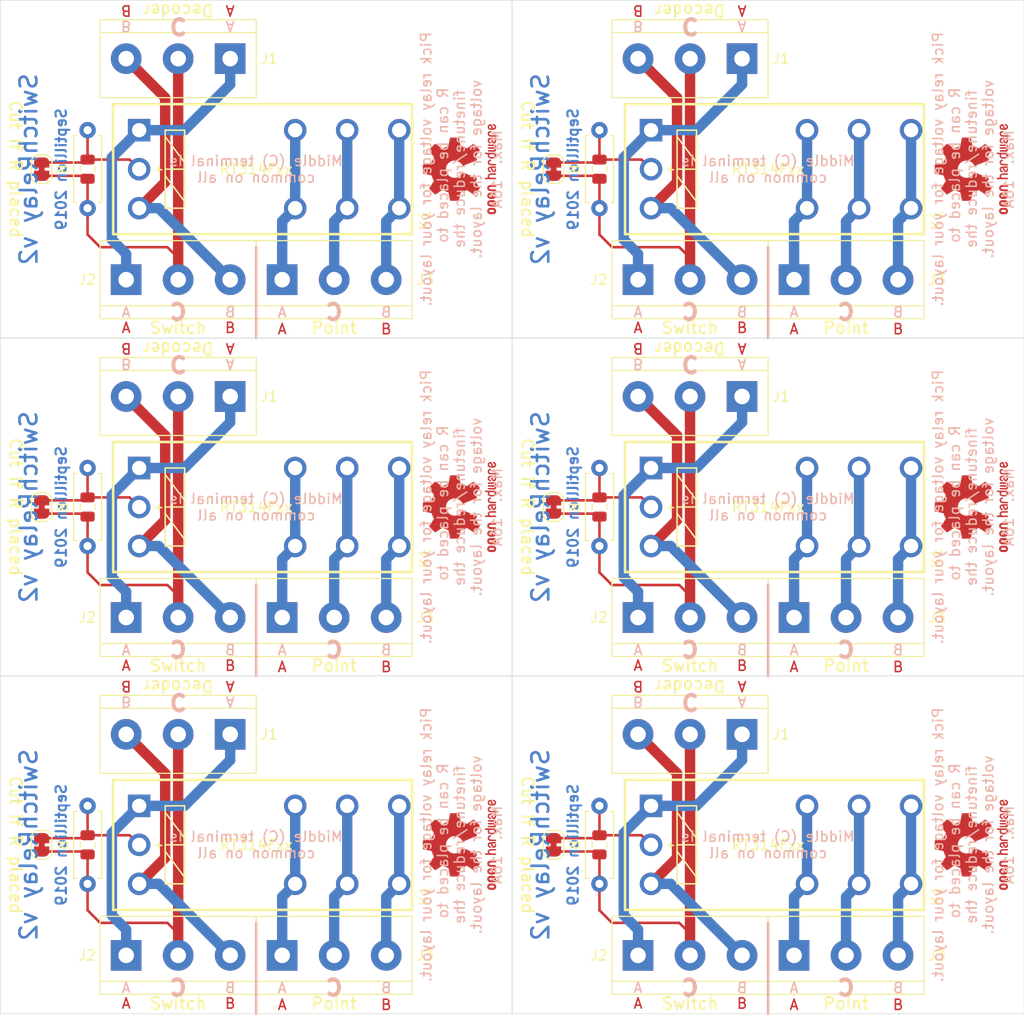
<source format=kicad_pcb>
(kicad_pcb (version 20171130) (host pcbnew "(5.1.4)-1")
  (title_block (title SwitchRelay) (date 2019-08-30) (rev 1.0) (company "Septillion (Timo Engelgeer)"))
  (layers (0 F.Cu signal) (31 B.Cu signal) (34 B.Paste user) (35 F.Paste user) (36 B.SilkS user) (37 F.SilkS user) (38 B.Mask user) (39 F.Mask user) (44 Edge.Cuts user))
  (net 0 "")
  (net 1 "Net-(J1-Pad3)")
  (net 2 "Net-(J1-Pad2)")
  (net 3 "Net-(J1-Pad1)")
  (net 4 "Net-(J3-Pad3)")
  (net 5 "Net-(J3-Pad2)")
  (net 6 "Net-(J3-Pad1)")
  (net 7 "Net-(JP1-Pad2)")
  (module MountingHole:MountingHole_3mm (layer F.Cu) (at 108.71 130.41)
    (fp_text reference H3 hide)
    (fp_text value MountingHole)
    (pad 1 np_thru_hole circle (at 0 0) (size 3 3) (drill 3) (layers *.Cu *.Mask))
  )
  (module MountingHole:MountingHole_3mm (layer F.Cu) (at 65.71 104.41)
    (fp_text reference H4 hide)
    (fp_text value MountingHole)
    (pad 1 np_thru_hole circle (at 0 0) (size 3 3) (drill 3) (layers *.Cu *.Mask))
  )
  (module TerminalBlock:TerminalBlock_bornier-3_P5.08mm (layer F.Cu) (at 84.67 106.615 180)
    (fp_text reference J1 (at -3.81 0) (layer F.SilkS))
    (fp_text value Decoder (at 5.08 4.699 180 unlocked) (layer F.SilkS) (effects (font (size 1.143 1.143) (thickness 0.2032))))
    (pad 3 thru_hole circle (at 10.16 0 180) (size 3 3) (drill 1.52) (layers *.Cu *.Mask) (net 1 "Net-(J1-Pad3)"))
    (pad 2 thru_hole circle (at 5.08 0 180) (size 3 3) (drill 1.52) (layers *.Cu *.Mask) (net 2 "Net-(J1-Pad2)"))
    (pad 1 thru_hole rect (at 0 0 180) (size 3 3) (drill 1.52) (layers *.Cu *.Mask) (net 3 "Net-(J1-Pad1)"))
  )
  (module TerminalBlock:TerminalBlock_bornier-3_P5.08mm (layer F.Cu) (at 89.75 128.205)
    (fp_text reference J3 (at 13.97 0) (layer F.SilkS))
    (fp_text value Point (at 5.08 4.699 unlocked) (layer F.SilkS) (effects (font (size 1.143 1.143) (thickness 0.2032))))
    (pad 3 thru_hole circle (at 10.16 0) (size 3 3) (drill 1.52) (layers *.Cu *.Mask) (net 4 "Net-(J3-Pad3)"))
    (pad 2 thru_hole circle (at 5.08 0) (size 3 3) (drill 1.52) (layers *.Cu *.Mask) (net 5 "Net-(J3-Pad2)"))
    (pad 1 thru_hole rect (at 0 0) (size 3 3) (drill 1.52) (layers *.Cu *.Mask) (net 6 "Net-(J3-Pad1)"))
  )
  (module MountingHole:MountingHole_3mm (layer F.Cu) (at 65.71 130.41)
    (fp_text reference H1 hide)
    (fp_text value MountingHole)
    (pad 1 np_thru_hole circle (at 0 0) (size 3 3) (drill 3) (layers *.Cu *.Mask))
  )
  (module TerminalBlock:TerminalBlock_bornier-3_P5.08mm (layer F.Cu) (at 124.51 128.205)
    (fp_text reference J2 (at -3.81 0) (layer F.SilkS))
    (fp_text value Switch (at 5.08 4.699 unlocked) (layer F.SilkS) (effects (font (size 1.143 1.143) (thickness 0.2032))))
    (pad 1 thru_hole rect (at 0 0) (size 3 3) (drill 1.52) (layers *.Cu *.Mask) (net 3 "Net-(J1-Pad1)"))
    (pad 2 thru_hole circle (at 5.08 0) (size 3 3) (drill 1.52) (layers *.Cu *.Mask) (net 2 "Net-(J1-Pad2)"))
    (pad 3 thru_hole circle (at 10.16 0) (size 3 3) (drill 1.52) (layers *.Cu *.Mask) (net 1 "Net-(J1-Pad3)"))
  )
  (module MountingHole:MountingHole_3mm (layer F.Cu) (at 158.71 130.41)
    (fp_text reference H3 hide)
    (fp_text value MountingHole)
    (pad 1 np_thru_hole circle (at 0 0) (size 3 3) (drill 3) (layers *.Cu *.Mask))
  )
  (module MountingHole:MountingHole_3mm (layer F.Cu) (at 115.71 130.41)
    (fp_text reference H1 hide)
    (fp_text value MountingHole)
    (pad 1 np_thru_hole circle (at 0 0) (size 3 3) (drill 3) (layers *.Cu *.Mask))
  )
  (module Resistor_SMD:R_0805_2012Metric (layer F.Cu) (at 120.74 117.41 270)
    (fp_text reference R2 hide)
    (fp_text value R)
    (pad 1 smd roundrect (at -0.9375 0 270) (size 0.975 1.4) (layers F.Cu F.Paste F.Mask) (net 7 "Net-(JP1-Pad2)"))
    (pad 2 smd roundrect (at 0.9375 0 270) (size 0.975 1.4) (layers F.Cu F.Paste F.Mask) (net 2 "Net-(J1-Pad2)"))
  )
  (module TerminalBlock:TerminalBlock_bornier-3_P5.08mm (layer F.Cu) (at 139.75 128.205)
    (fp_text reference J3 (at 13.97 0) (layer F.SilkS))
    (fp_text value Point (at 5.08 4.699 unlocked) (layer F.SilkS) (effects (font (size 1.143 1.143) (thickness 0.2032))))
    (pad 1 thru_hole rect (at 0 0) (size 3 3) (drill 1.52) (layers *.Cu *.Mask) (net 6 "Net-(J3-Pad1)"))
    (pad 2 thru_hole circle (at 5.08 0) (size 3 3) (drill 1.52) (layers *.Cu *.Mask) (net 5 "Net-(J3-Pad2)"))
    (pad 3 thru_hole circle (at 10.16 0) (size 3 3) (drill 1.52) (layers *.Cu *.Mask) (net 4 "Net-(J3-Pad3)"))
  )
  (module MountingHole:MountingHole_3mm (layer F.Cu) (at 115.71 104.41)
    (fp_text reference H4 hide)
    (fp_text value MountingHole)
    (pad 1 np_thru_hole circle (at 0 0) (size 3 3) (drill 3) (layers *.Cu *.Mask))
  )
  (module MountingHole:MountingHole_3mm (layer F.Cu) (at 158.71 104.41)
    (fp_text reference H2 hide)
    (fp_text value MountingHole)
    (pad 1 np_thru_hole circle (at 0 0) (size 3 3) (drill 3) (layers *.Cu *.Mask))
  )
  (module Symbol:OSHW-Logo2_9.8x8mm_Copper (layer F.Cu) (at 157.21 117.41 90)
    (fp_text reference REF** hide)
    (fp_text value OSHW-Logo2_9.8x8mm_Copper hide)
    (fp_poly (pts (xy -3.231114 2.584505) (xy -3.156461 2.621727) (xy -3.090569 2.690261) (xy -3.072423 2.715648) (xy -3.052655 2.748866) (xy -3.039828 2.784945) (xy -3.03249 2.833098) (xy -3.029187 2.902536) (xy -3.028462 2.994206) (xy -3.031737 3.11983) (xy -3.043123 3.214154) (xy -3.064959 3.284523) (xy -3.099581 3.338286) (xy -3.14933 3.382788) (xy -3.152986 3.385423) (xy -3.202015 3.412377) (xy -3.261055 3.425712) (xy -3.336141 3.429) (xy -3.458205 3.429) (xy -3.458256 3.547497) (xy -3.459392 3.613492) (xy -3.466314 3.652202) (xy -3.484402 3.675419) (xy -3.519038 3.694933) (xy -3.527355 3.69892) (xy -3.56628 3.717603) (xy -3.596417 3.729403) (xy -3.618826 3.730422) (xy -3.634567 3.716761) (xy -3.644698 3.684522) (xy -3.650277 3.629804) (xy -3.652365 3.548711) (xy -3.652019 3.437344) (xy -3.6503 3.291802) (xy -3.649763 3.248269) (xy -3.647828 3.098205) (xy -3.646096 3.000042) (xy -3.458308 3.000042) (xy -3.457252 3.083364) (xy -3.452562 3.13788) (xy -3.441949 3.173837) (xy -3.423128 3.201482) (xy -3.41035 3.214965) (xy -3.35811 3.254417) (xy -3.311858 3.257628) (xy -3.264133 3.225049) (xy -3.262923 3.223846) (xy -3.243506 3.198668) (xy -3.231693 3.164447) (xy -3.225735 3.111748) (xy -3.22388 3.031131) (xy -3.223846 3.013271) (xy -3.22833 2.902175) (xy -3.242926 2.825161) (xy -3.26935 2.778147) (xy -3.309317 2.75705) (xy -3.332416 2.754923) (xy -3.387238 2.7649) (xy -3.424842 2.797752) (xy -3.447477 2.857857) (xy -3.457394 2.949598) (xy -3.458308 3.000042) (xy -3.646096 3.000042) (xy -3.645778 2.98206) (xy -3.643127 2.894679) (xy -3.639394 2.830905) (xy -3.634093 2.785582) (xy -3.626742 2.753555) (xy -3.616857 2.729668) (xy -3.603954 2.708764) (xy -3.598421 2.700898) (xy -3.525031 2.626595) (xy -3.43224 2.584467) (xy -3.324904 2.572722) (xy -3.231114 2.584505)) (layer F.Cu) (width 0.01))
    (fp_poly (pts (xy -1.728336 2.595089) (xy -1.665633 2.631358) (xy -1.622039 2.667358) (xy -1.590155 2.705075) (xy -1.56819 2.751199) (xy -1.554351 2.812421) (xy -1.546847 2.895431) (xy -1.543883 3.006919) (xy -1.543539 3.087062) (xy -1.543539 3.382065) (xy -1.709615 3.456515) (xy -1.719385 3.133402) (xy -1.723421 3.012729) (xy -1.727656 2.925141) (xy -1.732903 2.86465) (xy -1.739975 2.825268) (xy -1.749689 2.801007) (xy -1.762856 2.78588) (xy -1.767081 2.782606) (xy -1.831091 2.757034) (xy -1.895792 2.767153) (xy -1.934308 2.794) (xy -1.949975 2.813024) (xy -1.96082 2.837988) (xy -1.967712 2.875834) (xy -1.971521 2.933502) (xy -1.973117 3.017935) (xy -1.973385 3.105928) (xy -1.973437 3.216323) (xy -1.975328 3.294463) (xy -1.981655 3.347165) (xy -1.995017 3.381242) (xy -2.018015 3.403511) (xy -2.053246 3.420787) (xy -2.100303 3.438738) (xy -2.151697 3.458278) (xy -2.145579 3.111485) (xy -2.143116 2.986468) (xy -2.140233 2.894082) (xy -2.136102 2.827881) (xy -2.129893 2.78142) (xy -2.120774 2.748256) (xy -2.107917 2.721944) (xy -2.092416 2.698729) (xy -2.017629 2.624569) (xy -1.926372 2.581684) (xy -1.827117 2.571412) (xy -1.728336 2.595089)) (layer F.Cu) (width 0.01))
    (fp_poly (pts (xy -3.983114 2.587256) (xy -3.891536 2.635409) (xy -3.823951 2.712905) (xy -3.799943 2.762727) (xy -3.781262 2.837533) (xy -3.771699 2.932052) (xy -3.770792 3.03521) (xy -3.778079 3.135935) (xy -3.793097 3.223153) (xy -3.815385 3.285791) (xy -3.822235 3.296579) (xy -3.903368 3.377105) (xy -3.999734 3.425336) (xy -4.104299 3.43945) (xy -4.210032 3.417629) (xy -4.239457 3.404547) (xy -4.296759 3.364231) (xy -4.34705 3.310775) (xy -4.351803 3.303995) (xy -4.371122 3.271321) (xy -4.383892 3.236394) (xy -4.391436 3.190414) (xy -4.395076 3.124584) (xy -4.396135 3.030105) (xy -4.396154 3.008923) (xy -4.396106 3.002182) (xy -4.200769 3.002182) (xy -4.199632 3.091349) (xy -4.195159 3.15052) (xy -4.185754 3.188741) (xy -4.169824 3.215053) (xy -4.161692 3.223846) (xy -4.114942 3.257261) (xy -4.069553 3.255737) (xy -4.02366 3.226752) (xy -3.996288 3.195809) (xy -3.980077 3.150643) (xy -3.970974 3.07942) (xy -3.970349 3.071114) (xy -3.968796 2.942037) (xy -3.985035 2.846172) (xy -4.018848 2.784107) (xy -4.070016 2.756432) (xy -4.08828 2.754923) (xy -4.13624 2.762513) (xy -4.169047 2.788808) (xy -4.189105 2.839095) (xy -4.198822 2.918664) (xy -4.200769 3.002182) (xy -4.396106 3.002182) (xy -4.395426 2.908249) (xy -4.392371 2.837906) (xy -4.385678 2.789163) (xy -4.37404 2.753288) (xy -4.356147 2.721548) (xy -4.352192 2.715648) (xy -4.285733 2.636104) (xy -4.213315 2.589929) (xy -4.125151 2.571599) (xy -4.095213 2.570703) (xy -3.983114 2.587256)) (layer F.Cu) (width 0.01))
    (fp_poly (pts (xy -2.465746 2.599745) (xy -2.388714 2.651567) (xy -2.329184 2.726412) (xy -2.293622 2.821654) (xy -2.286429 2.891756) (xy -2.287246 2.921009) (xy -2.294086 2.943407) (xy -2.312888 2.963474) (xy -2.349592 2.985733) (xy -2.410138 3.014709) (xy -2.500466 3.054927) (xy -2.500923 3.055129) (xy -2.584067 3.09321) (xy -2.652247 3.127025) (xy -2.698495 3.152933) (xy -2.715842 3.167295) (xy -2.715846 3.167411) (xy -2.700557 3.198685) (xy -2.664804 3.233157) (xy -2.623758 3.25799) (xy -2.602963 3.262923) (xy -2.54623 3.245862) (xy -2.497373 3.203133) (xy -2.473535 3.156155) (xy -2.450603 3.121522) (xy -2.405682 3.082081) (xy -2.352877 3.048009) (xy -2.30629 3.02948) (xy -2.296548 3.028462) (xy -2.285582 3.045215) (xy -2.284921 3.088039) (xy -2.29298 3.145781) (xy -2.308173 3.207289) (xy -2.328914 3.261409) (xy -2.329962 3.26351) (xy -2.392379 3.35066) (xy -2.473274 3.409939) (xy -2.565144 3.439034) (xy -2.660487 3.435634) (xy -2.751802 3.397428) (xy -2.755862 3.394741) (xy -2.827694 3.329642) (xy -2.874927 3.244705) (xy -2.901066 3.133021) (xy -2.904574 3.101643) (xy -2.910787 2.953536) (xy -2.903339 2.884468) (xy -2.715846 2.884468) (xy -2.71341 2.927552) (xy -2.700086 2.940126) (xy -2.666868 2.930719) (xy -2.614506 2.908483) (xy -2.555976 2.88061) (xy -2.554521 2.879872) (xy -2.504911 2.853777) (xy -2.485 2.836363) (xy -2.48991 2.818107) (xy -2.510584 2.79412) (xy -2.563181 2.759406) (xy -2.619823 2.756856) (xy -2.670631 2.782119) (xy -2.705724 2.830847) (xy -2.715846 2.884468) (xy -2.903339 2.884468) (xy -2.898008 2.835036) (xy -2.865222 2.741055) (xy -2.819579 2.675215) (xy -2.737198 2.608681) (xy -2.646454 2.575676) (xy -2.553815 2.573573) (xy -2.465746 2.599745)) (layer F.Cu) (width 0.01))
    (fp_poly (pts (xy -0.840154 2.49212) (xy -0.834428 2.57198) (xy -0.827851 2.619039) (xy -0.818738 2.639566) (xy -0.805402 2.639829) (xy -0.801077 2.637378) (xy -0.743556 2.619636) (xy -0.668732 2.620672) (xy -0.592661 2.63891) (xy -0.545082 2.662505) (xy -0.496298 2.700198) (xy -0.460636 2.742855) (xy -0.436155 2.797057) (xy -0.420913 2.869384) (xy -0.41297 2.966419) (xy -0.410384 3.094742) (xy -0.410338 3.119358) (xy -0.410308 3.39587) (xy -0.471839 3.41732) (xy -0.515541 3.431912) (xy -0.539518 3.438706) (xy -0.540223 3.438769) (xy -0.542585 3.420345) (xy -0.544594 3.369526) (xy -0.546099 3.292993) (xy -0.546947 3.19743) (xy -0.547077 3.139329) (xy -0.547349 3.024771) (xy -0.548748 2.942667) (xy -0.552151 2.886393) (xy -0.558433 2.849326) (xy -0.568471 2.824844) (xy -0.583139 2.806325) (xy -0.592298 2.797406) (xy -0.655211 2.761466) (xy -0.723864 2.758775) (xy -0.786152 2.78917) (xy -0.797671 2.800144) (xy -0.814567 2.820779) (xy -0.826286 2.845256) (xy -0.833767 2.880647) (xy -0.837946 2.934026) (xy -0.839763 3.012466) (xy -0.840154 3.120617) (xy -0.840154 3.39587) (xy -0.901685 3.41732) (xy -0.945387 3.431912) (xy -0.969364 3.438706) (xy -0.97007 3.438769) (xy -0.971874 3.420069) (xy -0.9735 3.367322) (xy -0.974883 3.285557) (xy -0.975958 3.179805) (xy -0.97666 3.055094) (xy -0.976923 2.916455) (xy -0.976923 2.381806) (xy -0.849923 2.328236) (xy -0.840154 2.49212)) (layer F.Cu) (width 0.01))
    (fp_poly (pts (xy 0.053501 2.626303) (xy 0.13006 2.654733) (xy 0.130936 2.655279) (xy 0.178285 2.690127) (xy 0.213241 2.730852) (xy 0.237825 2.783925) (xy 0.254062 2.855814) (xy 0.263975 2.952992) (xy 0.269586 3.081928) (xy 0.270077 3.100298) (xy 0.277141 3.377287) (xy 0.217695 3.408028) (xy 0.174681 3.428802) (xy 0.14871 3.438646) (xy 0.147509 3.438769) (xy 0.143014 3.420606) (xy 0.139444 3.371612) (xy 0.137248 3.300031) (xy 0.136769 3.242068) (xy 0.136758 3.14817) (xy 0.132466 3.089203) (xy 0.117503 3.061079) (xy 0.085482 3.059706) (xy 0.030014 3.080998) (xy -0.053731 3.120136) (xy -0.115311 3.152643) (xy -0.146983 3.180845) (xy -0.156294 3.211582) (xy -0.156308 3.213104) (xy -0.140943 3.266054) (xy -0.095453 3.29466) (xy -0.025834 3.298803) (xy 0.024313 3.298084) (xy 0.050754 3.312527) (xy 0.067243 3.347218) (xy 0.076733 3.391416) (xy 0.063057 3.416493) (xy 0.057907 3.420082) (xy 0.009425 3.434496) (xy -0.058469 3.436537) (xy -0.128388 3.426983) (xy -0.177932 3.409522) (xy -0.24643 3.351364) (xy -0.285366 3.270408) (xy -0.293077 3.20716) (xy -0.287193 3.150111) (xy -0.265899 3.103542) (xy -0.223735 3.062181) (xy -0.155241 3.020755) (xy -0.054956 2.973993) (xy -0.048846 2.97135) (xy 0.04149 2.929617) (xy 0.097235 2.895391) (xy 0.121129 2.864635) (xy 0.115913 2.833311) (xy 0.084328 2.797383) (xy 0.074883 2.789116) (xy 0.011617 2.757058) (xy -0.053936 2.758407) (xy -0.111028 2.789838) (xy -0.148907 2.848024) (xy -0.152426 2.859446) (xy -0.1867 2.914837) (xy -0.230191 2.941518) (xy -0.293077 2.96796) (xy -0.293077 2.899548) (xy -0.273948 2.80011) (xy -0.217169 2.708902) (xy -0.187622 2.678389) (xy -0.120458 2.639228) (xy -0.035044 2.6215) (xy 0.053501 2.626303)) (layer F.Cu) (width 0.01))
    (fp_poly (pts (xy 0.713362 2.62467) (xy 0.802117 2.657421) (xy 0.874022 2.71535) (xy 0.902144 2.756128) (xy 0.932802 2.830954) (xy 0.932165 2.885058) (xy 0.899987 2.921446) (xy 0.888081 2.927633) (xy 0.836675 2.946925) (xy 0.810422 2.941982) (xy 0.80153 2.909587) (xy 0.801077 2.891692) (xy 0.784797 2.825859) (xy 0.742365 2.779807) (xy 0.683388 2.757564) (xy 0.617475 2.763161) (xy 0.563895 2.792229) (xy 0.545798 2.80881) (xy 0.532971 2.828925) (xy 0.524306 2.859332) (xy 0.518696 2.906788) (xy 0.515035 2.97805) (xy 0.512215 3.079875) (xy 0.511484 3.112115) (xy 0.50882 3.22241) (xy 0.505792 3.300036) (xy 0.50125 3.351396) (xy 0.494046 3.38289) (xy 0.483033 3.40092) (xy 0.46706 3.411888) (xy 0.456834 3.416733) (xy 0.413406 3.433301) (xy 0.387842 3.438769) (xy 0.379395 3.420507) (xy 0.374239 3.365296) (xy 0.372346 3.272499) (xy 0.373689 3.141478) (xy 0.374107 3.121269) (xy 0.377058 3.001733) (xy 0.380548 2.914449) (xy 0.385514 2.852591) (xy 0.392893 2.809336) (xy 0.403624 2.77786) (xy 0.418645 2.751339) (xy 0.426502 2.739975) (xy 0.471553 2.689692) (xy 0.52194 2.650581) (xy 0.528108 2.647167) (xy 0.618458 2.620212) (xy 0.713362 2.62467)) (layer F.Cu) (width 0.01))
    (fp_poly (pts (xy 1.602081 2.780289) (xy 1.601833 2.92632) (xy 1.600872 3.038655) (xy 1.598794 3.122678) (xy 1.595193 3.183769) (xy 1.589665 3.227309) (xy 1.581804 3.258679) (xy 1.571207 3.283262) (xy 1.563182 3.297294) (xy 1.496728 3.373388) (xy 1.41247 3.421084) (xy 1.319249 3.438199) (xy 1.2259 3.422546) (xy 1.170312 3.394418) (xy 1.111957 3.34576) (xy 1.072186 3.286333) (xy 1.04819 3.208507) (xy 1.037161 3.104652) (xy 1.035599 3.028462) (xy 1.035809 3.022986) (xy 1.172308 3.022986) (xy 1.173141 3.110355) (xy 1.176961 3.168192) (xy 1.185746 3.206029) (xy 1.201474 3.233398) (xy 1.220266 3.254042) (xy 1.283375 3.29389) (xy 1.351137 3.297295) (xy 1.415179 3.264025) (xy 1.420164 3.259517) (xy 1.441439 3.236067) (xy 1.454779 3.208166) (xy 1.462001 3.166641) (xy 1.464923 3.102316) (xy 1.465385 3.0312) (xy 1.464383 2.941858) (xy 1.460238 2.882258) (xy 1.451236 2.843089) (xy 1.435667 2.81504) (xy 1.422902 2.800144) (xy 1.3636 2.762575) (xy 1.295301 2.758057) (xy 1.23011 2.786753) (xy 1.217528 2.797406) (xy 1.196111 2.821063) (xy 1.182744 2.849251) (xy 1.175566 2.891245) (xy 1.172719 2.956319) (xy 1.172308 3.022986) (xy 1.035809 3.022986) (xy 1.040322 2.905765) (xy 1.056362 2.813577) (xy 1.086528 2.744269) (xy 1.133629 2.690211) (xy 1.170312 2.662505) (xy 1.23699 2.632572) (xy 1.314272 2.618678) (xy 1.38611 2.622397) (xy 1.426308 2.6374) (xy 1.442082 2.64167) (xy 1.45255 2.62575) (xy 1.459856 2.583089) (xy 1.465385 2.518106) (xy 1.471437 2.445732) (xy 1.479844 2.402187) (xy 1.495141 2.377287) (xy 1.521864 2.360845) (xy 1.538654 2.353564) (xy 1.602154 2.326963) (xy 1.602081 2.780289)) (layer F.Cu) (width 0.01))
    (fp_poly (pts (xy 2.395929 2.636662) (xy 2.398911 2.688068) (xy 2.401247 2.766192) (xy 2.402749 2.864857) (xy 2.403231 2.968343) (xy 2.403231 3.318533) (xy 2.341401 3.380363) (xy 2.298793 3.418462) (xy 2.26139 3.433895) (xy 2.21027 3.432918) (xy 2.189978 3.430433) (xy 2.126554 3.4232) (xy 2.074095 3.419055) (xy 2.061308 3.418672) (xy 2.018199 3.421176) (xy 1.956544 3.427462) (xy 1.932638 3.430433) (xy 1.873922 3.435028) (xy 1.834464 3.425046) (xy 1.795338 3.394228) (xy 1.781215 3.380363) (xy 1.719385 3.318533) (xy 1.719385 2.663503) (xy 1.76915 2.640829) (xy 1.812002 2.624034) (xy 1.837073 2.618154) (xy 1.843501 2.636736) (xy 1.849509 2.688655) (xy 1.854697 2.768172) (xy 1.858664 2.869546) (xy 1.860577 2.955192) (xy 1.865923 3.292231) (xy 1.91256 3.298825) (xy 1.954976 3.294214) (xy 1.97576 3.279287) (xy 1.98157 3.251377) (xy 1.98653 3.191925) (xy 1.990246 3.108466) (xy 1.992324 3.008532) (xy 1.992624 2.957104) (xy 1.992923 2.661054) (xy 2.054454 2.639604) (xy 2.098004 2.62502) (xy 2.121694 2.618219) (xy 2.122377 2.618154) (xy 2.124754 2.636642) (xy 2.127366 2.687906) (xy 2.129995 2.765649) (xy 2.132421 2.863574) (xy 2.134115 2.955192) (xy 2.139461 3.292231) (xy 2.256692 3.292231) (xy 2.262072 2.984746) (xy 2.267451 2.677261) (xy 2.324601 2.647707) (xy 2.366797 2.627413) (xy 2.39177 2.618204) (xy 2.392491 2.618154) (xy 2.395929 2.636662)) (layer F.Cu) (width 0.01))
    (fp_poly (pts (xy 2.887333 2.633528) (xy 2.94359 2.659117) (xy 2.987747 2.690124) (xy 3.020101 2.724795) (xy 3.042438 2.76952) (xy 3.056546 2.830692) (xy 3.064211 2.914701) (xy 3.06722 3.02794) (xy 3.067538 3.102509) (xy 3.067538 3.39342) (xy 3.017773 3.416095) (xy 2.978576 3.432667) (xy 2.959157 3.438769) (xy 2.955442 3.42061) (xy 2.952495 3.371648) (xy 2.950691 3.300153) (xy 2.950308 3.243385) (xy 2.948661 3.161371) (xy 2.944222 3.096309) (xy 2.93774 3.056467) (xy 2.93259 3.048) (xy 2.897977 3.056646) (xy 2.84364 3.078823) (xy 2.780722 3.108886) (xy 2.720368 3.141192) (xy 2.673721 3.170098) (xy 2.651926 3.189961) (xy 2.651839 3.190175) (xy 2.653714 3.226935) (xy 2.670525 3.262026) (xy 2.700039 3.290528) (xy 2.743116 3.300061) (xy 2.779932 3.29895) (xy 2.832074 3.298133) (xy 2.859444 3.310349) (xy 2.875882 3.342624) (xy 2.877955 3.34871) (xy 2.885081 3.394739) (xy 2.866024 3.422687) (xy 2.816353 3.436007) (xy 2.762697 3.43847) (xy 2.666142 3.42021) (xy 2.616159 3.394131) (xy 2.554429 3.332868) (xy 2.52169 3.25767) (xy 2.518753 3.178211) (xy 2.546424 3.104167) (xy 2.588047 3.057769) (xy 2.629604 3.031793) (xy 2.694922 2.998907) (xy 2.771038 2.965557) (xy 2.783726 2.960461) (xy 2.867333 2.923565) (xy 2.91553 2.891046) (xy 2.93103 2.858718) (xy 2.91655 2.822394) (xy 2.891692 2.794) (xy 2.832939 2.759039) (xy 2.768293 2.756417) (xy 2.709008 2.783358) (xy 2.666339 2.837088) (xy 2.660739 2.85095) (xy 2.628133 2.901936) (xy 2.58053 2.939787) (xy 2.520461 2.97085) (xy 2.520461 2.882768) (xy 2.523997 2.828951) (xy 2.539156 2.786534) (xy 2.572768 2.741279) (xy 2.605035 2.70642) (xy 2.655209 2.657062) (xy 2.694193 2.630547) (xy 2.736064 2.619911) (xy 2.78346 2.618154) (xy 2.887333 2.633528)) (layer F.Cu) (width 0.01))
    (fp_poly (pts (xy 3.570807 2.636782) (xy 3.594161 2.646988) (xy 3.649902 2.691134) (xy 3.697569 2.754967) (xy 3.727048 2.823087) (xy 3.731846 2.85667) (xy 3.71576 2.903556) (xy 3.680475 2.928365) (xy 3.642644 2.943387) (xy 3.625321 2.946155) (xy 3.616886 2.926066) (xy 3.60023 2.882351) (xy 3.592923 2.862598) (xy 3.551948 2.794271) (xy 3.492622 2.760191) (xy 3.416552 2.761239) (xy 3.410918 2.762581) (xy 3.370305 2.781836) (xy 3.340448 2.819375) (xy 3.320055 2.879809) (xy 3.307836 2.967751) (xy 3.3025 3.087813) (xy 3.302 3.151698) (xy 3.301752 3.252403) (xy 3.300126 3.321054) (xy 3.295801 3.364673) (xy 3.287454 3.390282) (xy 3.273765 3.404903) (xy 3.253411 3.415558) (xy 3.252234 3.416095) (xy 3.213038 3.432667) (xy 3.193619 3.438769) (xy 3.190635 3.420319) (xy 3.188081 3.369323) (xy 3.18614 3.292308) (xy 3.184997 3.195805) (xy 3.184769 3.125184) (xy 3.185932 2.988525) (xy 3.190479 2.884851) (xy 3.199999 2.808108) (xy 3.216081 2.752246) (xy 3.240313 2.711212) (xy 3.274286 2.678954) (xy 3.307833 2.65644) (xy 3.388499 2.626476) (xy 3.482381 2.619718) (xy 3.570807 2.636782)) (layer F.Cu) (width 0.01))
    (fp_poly (pts (xy 4.245224 2.647838) (xy 4.322528 2.698361) (xy 4.359814 2.74359) (xy 4.389353 2.825663) (xy 4.391699 2.890607) (xy 4.386385 2.977445) (xy 4.186115 3.065103) (xy 4.088739 3.109887) (xy 4.025113 3.145913) (xy 3.992029 3.177117) (xy 3.98628 3.207436) (xy 4.004658 3.240805) (xy 4.024923 3.262923) (xy 4.083889 3.298393) (xy 4.148024 3.300879) (xy 4.206926 3.273235) (xy 4.250197 3.21832) (xy 4.257936 3.198928) (xy 4.295006 3.138364) (xy 4.337654 3.112552) (xy 4.396154 3.090471) (xy 4.396154 3.174184) (xy 4.390982 3.23115) (xy 4.370723 3.279189) (xy 4.328262 3.334346) (xy 4.321951 3.341514) (xy 4.27472 3.390585) (xy 4.234121 3.41692) (xy 4.183328 3.429035) (xy 4.14122 3.433003) (xy 4.065902 3.433991) (xy 4.012286 3.421466) (xy 3.978838 3.402869) (xy 3.926268 3.361975) (xy 3.889879 3.317748) (xy 3.86685 3.262126) (xy 3.854359 3.187047) (xy 3.849587 3.084449) (xy 3.849206 3.032376) (xy 3.850501 2.969948) (xy 3.968471 2.969948) (xy 3.969839 3.003438) (xy 3.973249 3.008923) (xy 3.995753 3.001472) (xy 4.044182 2.981753) (xy 4.108908 2.953718) (xy 4.122443 2.947692) (xy 4.204244 2.906096) (xy 4.249312 2.869538) (xy 4.259217 2.835296) (xy 4.235526 2.800648) (xy 4.21596 2.785339) (xy 4.14536 2.754721) (xy 4.07928 2.75978) (xy 4.023959 2.797151) (xy 3.985636 2.863473) (xy 3.973349 2.916116) (xy 3.968471 2.969948) (xy 3.850501 2.969948) (xy 3.85173 2.91072) (xy 3.861032 2.82071) (xy 3.87946 2.755167) (xy 3.90936 2.706912) (xy 3.95308 2.668767) (xy 3.972141 2.65644) (xy 4.058726 2.624336) (xy 4.153522 2.622316) (xy 4.245224 2.647838)) (layer F.Cu) (width 0.01))
    (fp_poly (pts (xy 0.139878 -3.712224) (xy 0.245612 -3.711645) (xy 0.322132 -3.710078) (xy 0.374372 -3.707028) (xy 0.407263 -3.702004) (xy 0.425737 -3.694511) (xy 0.434727 -3.684056) (xy 0.439163 -3.670147) (xy 0.439594 -3.668346) (xy 0.446333 -3.635855) (xy 0.458808 -3.571748) (xy 0.475719 -3.482849) (xy 0.495771 -3.375981) (xy 0.517664 -3.257967) (xy 0.518429 -3.253822) (xy 0.540359 -3.138169) (xy 0.560877 -3.035986) (xy 0.578659 -2.953402) (xy 0.592381 -2.896544) (xy 0.600718 -2.871542) (xy 0.601116 -2.871099) (xy 0.625677 -2.85889) (xy 0.676315 -2.838544) (xy 0.742095 -2.814455) (xy 0.742461 -2.814326) (xy 0.825317 -2.783182) (xy 0.923 -2.743509) (xy 1.015077 -2.703619) (xy 1.019434 -2.701647) (xy 1.169407 -2.63358) (xy 1.501498 -2.860361) (xy 1.603374 -2.929496) (xy 1.695657 -2.991303) (xy 1.773003 -3.042267) (xy 1.830064 -3.078873) (xy 1.861495 -3.097606) (xy 1.864479 -3.098996) (xy 1.887321 -3.09281) (xy 1.929982 -3.062965) (xy 1.994128 -3.008053) (xy 2.081421 -2.926666) (xy 2.170535 -2.840078) (xy 2.256441 -2.754753) (xy 2.333327 -2.676892) (xy 2.396564 -2.611303) (xy 2.441523 -2.562795) (xy 2.463576 -2.536175) (xy 2.464396 -2.534805) (xy 2.466834 -2.516537) (xy 2.45765 -2.486705) (xy 2.434574 -2.441279) (xy 2.395337 -2.37623) (xy 2.33767 -2.28753) (xy 2.260795 -2.173343) (xy 2.19257 -2.072838) (xy 2.131582 -1.982697) (xy 2.081356 -1.908151) (xy 2.045416 -1.854435) (xy 2.027287 -1.826782) (xy 2.026146 -1.824905) (xy 2.028359 -1.79841) (xy 2.045138 -1.746914) (xy 2.073142 -1.680149) (xy 2.083122 -1.658828) (xy 2.126672 -1.563841) (xy 2.173134 -1.456063) (xy 2.210877 -1.362808) (xy 2.238073 -1.293594) (xy 2.259675 -1.240994) (xy 2.272158 -1.213503) (xy 2.273709 -1.211384) (xy 2.296668 -1.207876) (xy 2.350786 -1.198262) (xy 2.428868 -1.183911) (xy 2.523719 -1.166193) (xy 2.628143 -1.146475) (xy 2.734944 -1.126126) (xy 2.836926 -1.106514) (xy 2.926894 -1.089009) (xy 2.997653 -1.074978) (xy 3.042006 -1.065791) (xy 3.052885 -1.063193) (xy 3.064122 -1.056782) (xy 3.072605 -1.042303) (xy 3.078714 -1.014867) (xy 3.082832 -0.969589) (xy 3.085341 -0.90158) (xy 3.086621 -0.805953) (xy 3.087054 -0.67782) (xy 3.087077 -0.625299) (xy 3.087077 -0.198155) (xy 2.9845 -0.177909) (xy 2.927431 -0.16693) (xy 2.842269 -0.150905) (xy 2.739372 -0.131767) (xy 2.629096 -0.111449) (xy 2.598615 -0.105868) (xy 2.496855 -0.086083) (xy 2.408205 -0.066627) (xy 2.340108 -0.049303) (xy 2.300004 -0.035912) (xy 2.293323 -0.031921) (xy 2.276919 -0.003658) (xy 2.253399 0.051109) (xy 2.227316 0.121588) (xy 2.222142 0.136769) (xy 2.187956 0.230896) (xy 2.145523 0.337101) (xy 2.103997 0.432473) (xy 2.103792 0.432916) (xy 2.03464 0.582525) (xy 2.489512 1.251617) (xy 2.1975 1.544116) (xy 2.10918 1.63117) (xy 2.028625 1.707909) (xy 1.96036 1.770237) (xy 1.908908 1.814056) (xy 1.878794 1.83527) (xy 1.874474 1.836616) (xy 1.849111 1.826016) (xy 1.797358 1.796547) (xy 1.724868 1.751705) (xy 1.637294 1.694984) (xy 1.542612 1.631462) (xy 1.446516 1.566668) (xy 1.360837 1.510287) (xy 1.291016 1.465788) (xy 1.242494 1.436639) (xy 1.220782 1.426308) (xy 1.194293 1.43505) (xy 1.144062 1.458087) (xy 1.080451 1.490631) (xy 1.073708 1.494249) (xy 0.988046 1.53721) (xy 0.929306 1.558279) (xy 0.892772 1.558503) (xy 0.873731 1.538928) (xy 0.87362 1.538654) (xy 0.864102 1.515472) (xy 0.841403 1.460441) (xy 0.807282 1.377822) (xy 0.7635 1.271872) (xy 0.711816 1.146852) (xy 0.653992 1.00702) (xy 0.597991 0.871637) (xy 0.536447 0.722234) (xy 0.479939 0.583832) (xy 0.430161 0.460673) (xy 0.388806 0.357002) (xy 0.357568 0.277059) (xy 0.338141 0.225088) (xy 0.332154 0.205692) (xy 0.347168 0.183443) (xy 0.386439 0.147982) (xy 0.438807 0.108887) (xy 0.587941 -0.014755) (xy 0.704511 -0.156478) (xy 0.787118 -0.313296) (xy 0.834366 -0.482225) (xy 0.844857 -0.660278) (xy 0.837231 -0.742461) (xy 0.795682 -0.912969) (xy 0.724123 -1.063541) (xy 0.626995 -1.192691) (xy 0.508734 -1.298936) (xy 0.37378 -1.38079) (xy 0.226571 -1.436768) (xy 0.071544 -1.465385) (xy -0.086861 -1.465156) (xy -0.244206 -1.434595) (xy -0.396054 -1.372218) (xy -0.537965 -1.27654) (xy -0.597197 -1.222428) (xy -0.710797 -1.08348) (xy -0.789894 -0.931639) (xy -0.835014 -0.771333) (xy -0.846684 -0.606988) (xy -0.825431 -0.443029) (xy -0.77178 -0.283882) (xy -0.68626 -0.133975) (xy -0.569395 0.002267) (xy -0.438807 0.108887) (xy -0.384412 0.149642) (xy -0.345986 0.184718) (xy -0.332154 0.205726) (xy -0.339397 0.228635) (xy -0.359995 0.283365) (xy -0.392254 0.365672) (xy -0.434479 0.471315) (xy -0.484977 0.59605) (xy -0.542052 0.735636) (xy -0.598146 0.87167) (xy -0.660033 1.021201) (xy -0.717356 1.159767) (xy -0.768356 1.283107) (xy -0.811273 1.386964) (xy -0.844347 1.46708) (xy -0.865819 1.519195) (xy -0.873775 1.538654) (xy -0.892571 1.558423) (xy -0.928926 1.558365) (xy -0.987521 1.537441) (xy -1.073032 1.494613) (xy -1.073708 1.494249) (xy -1.138093 1.461012) (xy -1.190139 1.436802) (xy -1.219488 1.426404) (xy -1.220783 1.426308) (xy -1.242876 1.436855) (xy -1.291652 1.466184) (xy -1.361669 1.510827) (xy -1.447486 1.567314) (xy -1.542612 1.631462) (xy -1.63946 1.696411) (xy -1.726747 1.752896) (xy -1.798819 1.797421) (xy -1.850023 1.82649) (xy -1.874474 1.836616) (xy -1.89699 1.823307) (xy -1.942258 1.786112) (xy -2.005756 1.729128) (xy -2.082961 1.656449) (xy -2.169349 1.572171) (xy -2.197601 1.544016) (xy -2.489713 1.251416) (xy -2.267369 0.925104) (xy -2.199798 0.824897) (xy -2.140493 0.734963) (xy -2.092783 0.66051) (xy -2.059993 0.606751) (xy -2.045452 0.578894) (xy -2.045026 0.576912) (xy -2.052692 0.550655) (xy -2.073311 0.497837) (xy -2.103315 0.42731) (xy -2.124375 0.380093) (xy -2.163752 0.289694) (xy -2.200835 0.198366) (xy -2.229585 0.1212) (xy -2.237395 0.097692) (xy -2.259583 0.034916) (xy -2.281273 -0.013589) (xy -2.293187 -0.031921) (xy -2.319477 -0.043141) (xy -2.376858 -0.059046) (xy -2.457882 -0.077833) (xy -2.555105 -0.097701) (xy -2.598615 -0.105868) (xy -2.709104 -0.126171) (xy -2.815084 -0.14583) (xy -2.906199 -0.162912) (xy -2.972092 -0.175482) (xy -2.9845 -0.177909) (xy -3.087077 -0.198155) (xy -3.087077 -0.625299) (xy -3.086847 -0.765754) (xy -3.085901 -0.872021) (xy -3.083859 -0.948987) (xy -3.080338 -1.00154) (xy -3.074957 -1.034567) (xy -3.067334 -1.052955) (xy -3.057088 -1.061592) (xy -3.052885 -1.063193) (xy -3.02753 -1.068873) (xy -2.971516 -1.080205) (xy -2.892036 -1.095821) (xy -2.796288 -1.114353) (xy -2.691467 -1.134431) (xy -2.584768 -1.154688) (xy -2.483387 -1.173754) (xy -2.394521 -1.190261) (xy -2.325363 -1.202841) (xy -2.283111 -1.210125) (xy -2.27371 -1.211384) (xy -2.265193 -1.228237) (xy -2.24634 -1.27313) (xy -2.220676 -1.33757) (xy -2.210877 -1.362808) (xy -2.171352 -1.460314) (xy -2.124808 -1.568041) (xy -2.083123 -1.658828) (xy -2.05245 -1.728247) (xy -2.032044 -1.78529) (xy -2.025232 -1.820223) (xy -2.026318 -1.824905) (xy -2.040715 -1.847009) (xy -2.073588 -1.896169) (xy -2.12141 -1.967152) (xy -2.180652 -2.054722) (xy -2.247785 -2.153643) (xy -2.261059 -2.17317) (xy -2.338954 -2.28886) (xy -2.396213 -2.376956) (xy -2.435119 -2.441514) (xy -2.457956 -2.486589) (xy -2.467006 -2.516237) (xy -2.464552 -2.534515) (xy -2.464489 -2.534631) (xy -2.445173 -2.558639) (xy -2.402449 -2.605053) (xy -2.340949 -2.669063) (xy -2.265302 -2.745855) (xy -2.180139 -2.830618) (xy -2.170535 -2.840078) (xy -2.06321 -2.944011) (xy -1.980385 -3.020325) (xy -1.920395 -3.070429) (xy -1.881577 -3.09573) (xy -1.86448 -3.098996) (xy -1.839527 -3.08475) (xy -1.787745 -3.051844) (xy -1.71448 -3.003792) (xy -1.62508 -2.94411) (xy -1.524889 -2.876312) (xy -1.501499 -2.860361) (xy -1.169407 -2.63358) (xy -1.019435 -2.701647) (xy -0.92823 -2.741315) (xy -0.830331 -2.781209) (xy -0.746169 -2.813017) (xy -0.742462 -2.814326) (xy -0.676631 -2.838424) (xy -0.625884 -2.8588) (xy -0.601158 -2.871064) (xy -0.601116 -2.871099) (xy -0.593271 -2.893266) (xy -0.579934 -2.947783) (xy -0.56243 -3.02852) (xy -0.542083 -3.12935) (xy -0.520218 -3.244144) (xy -0.518429 -3.253822) (xy -0.496496 -3.372096) (xy -0.47636 -3.479458) (xy -0.45932 -3.569083) (xy -0.446672 -3.634149) (xy -0.439716 -3.667832) (xy -0.439594 -3.668346) (xy -0.435361 -3.682675) (xy -0.427129 -3.693493) (xy -0.409967 -3.701294) (xy -0.378942 -3.706571) (xy -0.329122 -3.709818) (xy -0.255576 -3.711528) (xy -0.153371 -3.712193) (xy -0.017575 -3.712307) (xy 0 -3.712308) (xy 0.139878 -3.712224)) (layer F.Cu) (width 0.01))
  )
  (module Resistor_SMD:R_0805_2012Metric (layer F.Cu) (at 70.74 117.41 270)
    (fp_text reference R2 hide)
    (fp_text value R)
    (pad 2 smd roundrect (at 0.9375 0 270) (size 0.975 1.4) (layers F.Cu F.Paste F.Mask) (net 2 "Net-(J1-Pad2)"))
    (pad 1 smd roundrect (at -0.9375 0 270) (size 0.975 1.4) (layers F.Cu F.Paste F.Mask) (net 7 "Net-(JP1-Pad2)"))
  )
  (module septillion_relay:RTxxxFxx (layer F.Cu) (at 87.21 117.41)
    (fp_text reference K1 (at 16.5 5 90) (layer F.SilkS))
    (fp_text value RT314Fxx (at 0 0) (layer F.SilkS))
    (fp_text user + (at -9.525 0) (layer F.SilkS) (effects (font (size 0.762 0.762) (thickness 0.1524))))
    (pad A3 thru_hole circle (at -11.43 0) (size 2.2 2.2) (drill 1.4) (layers *.Cu *.Mask) (net 7 "Net-(JP1-Pad2)"))
    (pad A2 thru_hole circle (at -11.43 3.81) (size 2.2 2.2) (drill 1.4) (layers *.Cu *.Mask) (net 1 "Net-(J1-Pad3)"))
    (pad 12 thru_hole circle (at 3.81 3.81) (size 2.2 2.2) (drill 1.4) (layers *.Cu *.Mask) (net 6 "Net-(J3-Pad1)"))
    (pad 11 thru_hole circle (at 8.89 3.81) (size 2.2 2.2) (drill 1.4) (layers *.Cu *.Mask) (net 5 "Net-(J3-Pad2)"))
    (pad 14 thru_hole circle (at 13.97 3.81) (size 2.2 2.2) (drill 1.4) (layers *.Cu *.Mask) (net 4 "Net-(J3-Pad3)"))
    (pad 14 thru_hole circle (at 13.97 -3.81) (size 2.2 2.2) (drill 1.4) (layers *.Cu *.Mask) (net 4 "Net-(J3-Pad3)"))
    (pad 11 thru_hole circle (at 8.89 -3.81) (size 2.2 2.2) (drill 1.4) (layers *.Cu *.Mask) (net 5 "Net-(J3-Pad2)"))
    (pad 12 thru_hole circle (at 3.81 -3.81) (size 2.2 2.2) (drill 1.4) (layers *.Cu *.Mask) (net 6 "Net-(J3-Pad1)"))
    (pad A1 thru_hole rect (at -11.43 -3.81) (size 2.2 2.2) (drill 1.4) (layers *.Cu *.Mask) (net 3 "Net-(J1-Pad1)"))
  )
  (module Jumper:SolderJumper-2_P1.3mm_Bridged_RoundedPad1.0x1.5mm (layer F.Cu) (at 66.255 117.41 90)
    (fp_text reference JP1 hide)
    (fp_text value R-Enable hide)
    (fp_poly (pts (xy 0.25 -0.3) (xy -0.25 -0.3) (xy -0.25 0.3) (xy 0.25 0.3)) (layer F.Cu) (width 0))
    (pad 1 smd custom (at -0.65 0 90) (size 1 0.5) (layers F.Cu F.Mask) (net 2 "Net-(J1-Pad2)") (options (clearance outline) (anchor rect)) (primitives (gr_circle (center 0 0.25) (end 0.5 0.25) (width 0)) (gr_circle (center 0 -0.25) (end 0.5 -0.25) (width 0)) (gr_poly (pts (xy 0 -0.75) (xy 0.5 -0.75) (xy 0.5 0.75) (xy 0 0.75)) (width 0))))
    (pad 2 smd custom (at 0.65 0 90) (size 1 0.5) (layers F.Cu F.Mask) (net 7 "Net-(JP1-Pad2)") (options (clearance outline) (anchor rect)) (primitives (gr_circle (center 0 0.25) (end 0.5 0.25) (width 0)) (gr_circle (center 0 -0.25) (end 0.5 -0.25) (width 0)) (gr_poly (pts (xy 0 -0.75) (xy -0.5 -0.75) (xy -0.5 0.75) (xy 0 0.75)) (width 0))))
  )
  (module MountingHole:MountingHole_3mm (layer F.Cu) (at 108.71 104.41)
    (fp_text reference H2 hide)
    (fp_text value MountingHole)
    (pad 1 np_thru_hole circle (at 0 0) (size 3 3) (drill 3) (layers *.Cu *.Mask))
  )
  (module Resistor_THT:R_Axial_DIN0207_L6.3mm_D2.5mm_P7.62mm_Horizontal (layer F.Cu) (at 70.74 113.6 270)
    (fp_text reference R1 hide)
    (fp_text value R)
    (fp_text user R (at 3.81 2.54 270 unlocked) (layer F.SilkS))
    (pad 2 thru_hole oval (at 7.62 0 270) (size 1.6 1.6) (drill 0.8) (layers *.Cu *.Mask) (net 2 "Net-(J1-Pad2)"))
    (pad 1 thru_hole circle (at 0 0 270) (size 1.6 1.6) (drill 0.8) (layers *.Cu *.Mask) (net 7 "Net-(JP1-Pad2)"))
  )
  (module Symbol:OSHW-Logo2_9.8x8mm_Copper (layer F.Cu) (at 107.21 117.41 90)
    (fp_text reference REF** hide)
    (fp_text value OSHW-Logo2_9.8x8mm_Copper hide)
    (fp_poly (pts (xy 0.139878 -3.712224) (xy 0.245612 -3.711645) (xy 0.322132 -3.710078) (xy 0.374372 -3.707028) (xy 0.407263 -3.702004) (xy 0.425737 -3.694511) (xy 0.434727 -3.684056) (xy 0.439163 -3.670147) (xy 0.439594 -3.668346) (xy 0.446333 -3.635855) (xy 0.458808 -3.571748) (xy 0.475719 -3.482849) (xy 0.495771 -3.375981) (xy 0.517664 -3.257967) (xy 0.518429 -3.253822) (xy 0.540359 -3.138169) (xy 0.560877 -3.035986) (xy 0.578659 -2.953402) (xy 0.592381 -2.896544) (xy 0.600718 -2.871542) (xy 0.601116 -2.871099) (xy 0.625677 -2.85889) (xy 0.676315 -2.838544) (xy 0.742095 -2.814455) (xy 0.742461 -2.814326) (xy 0.825317 -2.783182) (xy 0.923 -2.743509) (xy 1.015077 -2.703619) (xy 1.019434 -2.701647) (xy 1.169407 -2.63358) (xy 1.501498 -2.860361) (xy 1.603374 -2.929496) (xy 1.695657 -2.991303) (xy 1.773003 -3.042267) (xy 1.830064 -3.078873) (xy 1.861495 -3.097606) (xy 1.864479 -3.098996) (xy 1.887321 -3.09281) (xy 1.929982 -3.062965) (xy 1.994128 -3.008053) (xy 2.081421 -2.926666) (xy 2.170535 -2.840078) (xy 2.256441 -2.754753) (xy 2.333327 -2.676892) (xy 2.396564 -2.611303) (xy 2.441523 -2.562795) (xy 2.463576 -2.536175) (xy 2.464396 -2.534805) (xy 2.466834 -2.516537) (xy 2.45765 -2.486705) (xy 2.434574 -2.441279) (xy 2.395337 -2.37623) (xy 2.33767 -2.28753) (xy 2.260795 -2.173343) (xy 2.19257 -2.072838) (xy 2.131582 -1.982697) (xy 2.081356 -1.908151) (xy 2.045416 -1.854435) (xy 2.027287 -1.826782) (xy 2.026146 -1.824905) (xy 2.028359 -1.79841) (xy 2.045138 -1.746914) (xy 2.073142 -1.680149) (xy 2.083122 -1.658828) (xy 2.126672 -1.563841) (xy 2.173134 -1.456063) (xy 2.210877 -1.362808) (xy 2.238073 -1.293594) (xy 2.259675 -1.240994) (xy 2.272158 -1.213503) (xy 2.273709 -1.211384) (xy 2.296668 -1.207876) (xy 2.350786 -1.198262) (xy 2.428868 -1.183911) (xy 2.523719 -1.166193) (xy 2.628143 -1.146475) (xy 2.734944 -1.126126) (xy 2.836926 -1.106514) (xy 2.926894 -1.089009) (xy 2.997653 -1.074978) (xy 3.042006 -1.065791) (xy 3.052885 -1.063193) (xy 3.064122 -1.056782) (xy 3.072605 -1.042303) (xy 3.078714 -1.014867) (xy 3.082832 -0.969589) (xy 3.085341 -0.90158) (xy 3.086621 -0.805953) (xy 3.087054 -0.67782) (xy 3.087077 -0.625299) (xy 3.087077 -0.198155) (xy 2.9845 -0.177909) (xy 2.927431 -0.16693) (xy 2.842269 -0.150905) (xy 2.739372 -0.131767) (xy 2.629096 -0.111449) (xy 2.598615 -0.105868) (xy 2.496855 -0.086083) (xy 2.408205 -0.066627) (xy 2.340108 -0.049303) (xy 2.300004 -0.035912) (xy 2.293323 -0.031921) (xy 2.276919 -0.003658) (xy 2.253399 0.051109) (xy 2.227316 0.121588) (xy 2.222142 0.136769) (xy 2.187956 0.230896) (xy 2.145523 0.337101) (xy 2.103997 0.432473) (xy 2.103792 0.432916) (xy 2.03464 0.582525) (xy 2.489512 1.251617) (xy 2.1975 1.544116) (xy 2.10918 1.63117) (xy 2.028625 1.707909) (xy 1.96036 1.770237) (xy 1.908908 1.814056) (xy 1.878794 1.83527) (xy 1.874474 1.836616) (xy 1.849111 1.826016) (xy 1.797358 1.796547) (xy 1.724868 1.751705) (xy 1.637294 1.694984) (xy 1.542612 1.631462) (xy 1.446516 1.566668) (xy 1.360837 1.510287) (xy 1.291016 1.465788) (xy 1.242494 1.436639) (xy 1.220782 1.426308) (xy 1.194293 1.43505) (xy 1.144062 1.458087) (xy 1.080451 1.490631) (xy 1.073708 1.494249) (xy 0.988046 1.53721) (xy 0.929306 1.558279) (xy 0.892772 1.558503) (xy 0.873731 1.538928) (xy 0.87362 1.538654) (xy 0.864102 1.515472) (xy 0.841403 1.460441) (xy 0.807282 1.377822) (xy 0.7635 1.271872) (xy 0.711816 1.146852) (xy 0.653992 1.00702) (xy 0.597991 0.871637) (xy 0.536447 0.722234) (xy 0.479939 0.583832) (xy 0.430161 0.460673) (xy 0.388806 0.357002) (xy 0.357568 0.277059) (xy 0.338141 0.225088) (xy 0.332154 0.205692) (xy 0.347168 0.183443) (xy 0.386439 0.147982) (xy 0.438807 0.108887) (xy 0.587941 -0.014755) (xy 0.704511 -0.156478) (xy 0.787118 -0.313296) (xy 0.834366 -0.482225) (xy 0.844857 -0.660278) (xy 0.837231 -0.742461) (xy 0.795682 -0.912969) (xy 0.724123 -1.063541) (xy 0.626995 -1.192691) (xy 0.508734 -1.298936) (xy 0.37378 -1.38079) (xy 0.226571 -1.436768) (xy 0.071544 -1.465385) (xy -0.086861 -1.465156) (xy -0.244206 -1.434595) (xy -0.396054 -1.372218) (xy -0.537965 -1.27654) (xy -0.597197 -1.222428) (xy -0.710797 -1.08348) (xy -0.789894 -0.931639) (xy -0.835014 -0.771333) (xy -0.846684 -0.606988) (xy -0.825431 -0.443029) (xy -0.77178 -0.283882) (xy -0.68626 -0.133975) (xy -0.569395 0.002267) (xy -0.438807 0.108887) (xy -0.384412 0.149642) (xy -0.345986 0.184718) (xy -0.332154 0.205726) (xy -0.339397 0.228635) (xy -0.359995 0.283365) (xy -0.392254 0.365672) (xy -0.434479 0.471315) (xy -0.484977 0.59605) (xy -0.542052 0.735636) (xy -0.598146 0.87167) (xy -0.660033 1.021201) (xy -0.717356 1.159767) (xy -0.768356 1.283107) (xy -0.811273 1.386964) (xy -0.844347 1.46708) (xy -0.865819 1.519195) (xy -0.873775 1.538654) (xy -0.892571 1.558423) (xy -0.928926 1.558365) (xy -0.987521 1.537441) (xy -1.073032 1.494613) (xy -1.073708 1.494249) (xy -1.138093 1.461012) (xy -1.190139 1.436802) (xy -1.219488 1.426404) (xy -1.220783 1.426308) (xy -1.242876 1.436855) (xy -1.291652 1.466184) (xy -1.361669 1.510827) (xy -1.447486 1.567314) (xy -1.542612 1.631462) (xy -1.63946 1.696411) (xy -1.726747 1.752896) (xy -1.798819 1.797421) (xy -1.850023 1.82649) (xy -1.874474 1.836616) (xy -1.89699 1.823307) (xy -1.942258 1.786112) (xy -2.005756 1.729128) (xy -2.082961 1.656449) (xy -2.169349 1.572171) (xy -2.197601 1.544016) (xy -2.489713 1.251416) (xy -2.267369 0.925104) (xy -2.199798 0.824897) (xy -2.140493 0.734963) (xy -2.092783 0.66051) (xy -2.059993 0.606751) (xy -2.045452 0.578894) (xy -2.045026 0.576912) (xy -2.052692 0.550655) (xy -2.073311 0.497837) (xy -2.103315 0.42731) (xy -2.124375 0.380093) (xy -2.163752 0.289694) (xy -2.200835 0.198366) (xy -2.229585 0.1212) (xy -2.237395 0.097692) (xy -2.259583 0.034916) (xy -2.281273 -0.013589) (xy -2.293187 -0.031921) (xy -2.319477 -0.043141) (xy -2.376858 -0.059046) (xy -2.457882 -0.077833) (xy -2.555105 -0.097701) (xy -2.598615 -0.105868) (xy -2.709104 -0.126171) (xy -2.815084 -0.14583) (xy -2.906199 -0.162912) (xy -2.972092 -0.175482) (xy -2.9845 -0.177909) (xy -3.087077 -0.198155) (xy -3.087077 -0.625299) (xy -3.086847 -0.765754) (xy -3.085901 -0.872021) (xy -3.083859 -0.948987) (xy -3.080338 -1.00154) (xy -3.074957 -1.034567) (xy -3.067334 -1.052955) (xy -3.057088 -1.061592) (xy -3.052885 -1.063193) (xy -3.02753 -1.068873) (xy -2.971516 -1.080205) (xy -2.892036 -1.095821) (xy -2.796288 -1.114353) (xy -2.691467 -1.134431) (xy -2.584768 -1.154688) (xy -2.483387 -1.173754) (xy -2.394521 -1.190261) (xy -2.325363 -1.202841) (xy -2.283111 -1.210125) (xy -2.27371 -1.211384) (xy -2.265193 -1.228237) (xy -2.24634 -1.27313) (xy -2.220676 -1.33757) (xy -2.210877 -1.362808) (xy -2.171352 -1.460314) (xy -2.124808 -1.568041) (xy -2.083123 -1.658828) (xy -2.05245 -1.728247) (xy -2.032044 -1.78529) (xy -2.025232 -1.820223) (xy -2.026318 -1.824905) (xy -2.040715 -1.847009) (xy -2.073588 -1.896169) (xy -2.12141 -1.967152) (xy -2.180652 -2.054722) (xy -2.247785 -2.153643) (xy -2.261059 -2.17317) (xy -2.338954 -2.28886) (xy -2.396213 -2.376956) (xy -2.435119 -2.441514) (xy -2.457956 -2.486589) (xy -2.467006 -2.516237) (xy -2.464552 -2.534515) (xy -2.464489 -2.534631) (xy -2.445173 -2.558639) (xy -2.402449 -2.605053) (xy -2.340949 -2.669063) (xy -2.265302 -2.745855) (xy -2.180139 -2.830618) (xy -2.170535 -2.840078) (xy -2.06321 -2.944011) (xy -1.980385 -3.020325) (xy -1.920395 -3.070429) (xy -1.881577 -3.09573) (xy -1.86448 -3.098996) (xy -1.839527 -3.08475) (xy -1.787745 -3.051844) (xy -1.71448 -3.003792) (xy -1.62508 -2.94411) (xy -1.524889 -2.876312) (xy -1.501499 -2.860361) (xy -1.169407 -2.63358) (xy -1.019435 -2.701647) (xy -0.92823 -2.741315) (xy -0.830331 -2.781209) (xy -0.746169 -2.813017) (xy -0.742462 -2.814326) (xy -0.676631 -2.838424) (xy -0.625884 -2.8588) (xy -0.601158 -2.871064) (xy -0.601116 -2.871099) (xy -0.593271 -2.893266) (xy -0.579934 -2.947783) (xy -0.56243 -3.02852) (xy -0.542083 -3.12935) (xy -0.520218 -3.244144) (xy -0.518429 -3.253822) (xy -0.496496 -3.372096) (xy -0.47636 -3.479458) (xy -0.45932 -3.569083) (xy -0.446672 -3.634149) (xy -0.439716 -3.667832) (xy -0.439594 -3.668346) (xy -0.435361 -3.682675) (xy -0.427129 -3.693493) (xy -0.409967 -3.701294) (xy -0.378942 -3.706571) (xy -0.329122 -3.709818) (xy -0.255576 -3.711528) (xy -0.153371 -3.712193) (xy -0.017575 -3.712307) (xy 0 -3.712308) (xy 0.139878 -3.712224)) (layer F.Cu) (width 0.01))
    (fp_poly (pts (xy 4.245224 2.647838) (xy 4.322528 2.698361) (xy 4.359814 2.74359) (xy 4.389353 2.825663) (xy 4.391699 2.890607) (xy 4.386385 2.977445) (xy 4.186115 3.065103) (xy 4.088739 3.109887) (xy 4.025113 3.145913) (xy 3.992029 3.177117) (xy 3.98628 3.207436) (xy 4.004658 3.240805) (xy 4.024923 3.262923) (xy 4.083889 3.298393) (xy 4.148024 3.300879) (xy 4.206926 3.273235) (xy 4.250197 3.21832) (xy 4.257936 3.198928) (xy 4.295006 3.138364) (xy 4.337654 3.112552) (xy 4.396154 3.090471) (xy 4.396154 3.174184) (xy 4.390982 3.23115) (xy 4.370723 3.279189) (xy 4.328262 3.334346) (xy 4.321951 3.341514) (xy 4.27472 3.390585) (xy 4.234121 3.41692) (xy 4.183328 3.429035) (xy 4.14122 3.433003) (xy 4.065902 3.433991) (xy 4.012286 3.421466) (xy 3.978838 3.402869) (xy 3.926268 3.361975) (xy 3.889879 3.317748) (xy 3.86685 3.262126) (xy 3.854359 3.187047) (xy 3.849587 3.084449) (xy 3.849206 3.032376) (xy 3.850501 2.969948) (xy 3.968471 2.969948) (xy 3.969839 3.003438) (xy 3.973249 3.008923) (xy 3.995753 3.001472) (xy 4.044182 2.981753) (xy 4.108908 2.953718) (xy 4.122443 2.947692) (xy 4.204244 2.906096) (xy 4.249312 2.869538) (xy 4.259217 2.835296) (xy 4.235526 2.800648) (xy 4.21596 2.785339) (xy 4.14536 2.754721) (xy 4.07928 2.75978) (xy 4.023959 2.797151) (xy 3.985636 2.863473) (xy 3.973349 2.916116) (xy 3.968471 2.969948) (xy 3.850501 2.969948) (xy 3.85173 2.91072) (xy 3.861032 2.82071) (xy 3.87946 2.755167) (xy 3.90936 2.706912) (xy 3.95308 2.668767) (xy 3.972141 2.65644) (xy 4.058726 2.624336) (xy 4.153522 2.622316) (xy 4.245224 2.647838)) (layer F.Cu) (width 0.01))
    (fp_poly (pts (xy 3.570807 2.636782) (xy 3.594161 2.646988) (xy 3.649902 2.691134) (xy 3.697569 2.754967) (xy 3.727048 2.823087) (xy 3.731846 2.85667) (xy 3.71576 2.903556) (xy 3.680475 2.928365) (xy 3.642644 2.943387) (xy 3.625321 2.946155) (xy 3.616886 2.926066) (xy 3.60023 2.882351) (xy 3.592923 2.862598) (xy 3.551948 2.794271) (xy 3.492622 2.760191) (xy 3.416552 2.761239) (xy 3.410918 2.762581) (xy 3.370305 2.781836) (xy 3.340448 2.819375) (xy 3.320055 2.879809) (xy 3.307836 2.967751) (xy 3.3025 3.087813) (xy 3.302 3.151698) (xy 3.301752 3.252403) (xy 3.300126 3.321054) (xy 3.295801 3.364673) (xy 3.287454 3.390282) (xy 3.273765 3.404903) (xy 3.253411 3.415558) (xy 3.252234 3.416095) (xy 3.213038 3.432667) (xy 3.193619 3.438769) (xy 3.190635 3.420319) (xy 3.188081 3.369323) (xy 3.18614 3.292308) (xy 3.184997 3.195805) (xy 3.184769 3.125184) (xy 3.185932 2.988525) (xy 3.190479 2.884851) (xy 3.199999 2.808108) (xy 3.216081 2.752246) (xy 3.240313 2.711212) (xy 3.274286 2.678954) (xy 3.307833 2.65644) (xy 3.388499 2.626476) (xy 3.482381 2.619718) (xy 3.570807 2.636782)) (layer F.Cu) (width 0.01))
    (fp_poly (pts (xy 2.887333 2.633528) (xy 2.94359 2.659117) (xy 2.987747 2.690124) (xy 3.020101 2.724795) (xy 3.042438 2.76952) (xy 3.056546 2.830692) (xy 3.064211 2.914701) (xy 3.06722 3.02794) (xy 3.067538 3.102509) (xy 3.067538 3.39342) (xy 3.017773 3.416095) (xy 2.978576 3.432667) (xy 2.959157 3.438769) (xy 2.955442 3.42061) (xy 2.952495 3.371648) (xy 2.950691 3.300153) (xy 2.950308 3.243385) (xy 2.948661 3.161371) (xy 2.944222 3.096309) (xy 2.93774 3.056467) (xy 2.93259 3.048) (xy 2.897977 3.056646) (xy 2.84364 3.078823) (xy 2.780722 3.108886) (xy 2.720368 3.141192) (xy 2.673721 3.170098) (xy 2.651926 3.189961) (xy 2.651839 3.190175) (xy 2.653714 3.226935) (xy 2.670525 3.262026) (xy 2.700039 3.290528) (xy 2.743116 3.300061) (xy 2.779932 3.29895) (xy 2.832074 3.298133) (xy 2.859444 3.310349) (xy 2.875882 3.342624) (xy 2.877955 3.34871) (xy 2.885081 3.394739) (xy 2.866024 3.422687) (xy 2.816353 3.436007) (xy 2.762697 3.43847) (xy 2.666142 3.42021) (xy 2.616159 3.394131) (xy 2.554429 3.332868) (xy 2.52169 3.25767) (xy 2.518753 3.178211) (xy 2.546424 3.104167) (xy 2.588047 3.057769) (xy 2.629604 3.031793) (xy 2.694922 2.998907) (xy 2.771038 2.965557) (xy 2.783726 2.960461) (xy 2.867333 2.923565) (xy 2.91553 2.891046) (xy 2.93103 2.858718) (xy 2.91655 2.822394) (xy 2.891692 2.794) (xy 2.832939 2.759039) (xy 2.768293 2.756417) (xy 2.709008 2.783358) (xy 2.666339 2.837088) (xy 2.660739 2.85095) (xy 2.628133 2.901936) (xy 2.58053 2.939787) (xy 2.520461 2.97085) (xy 2.520461 2.882768) (xy 2.523997 2.828951) (xy 2.539156 2.786534) (xy 2.572768 2.741279) (xy 2.605035 2.70642) (xy 2.655209 2.657062) (xy 2.694193 2.630547) (xy 2.736064 2.619911) (xy 2.78346 2.618154) (xy 2.887333 2.633528)) (layer F.Cu) (width 0.01))
    (fp_poly (pts (xy 2.395929 2.636662) (xy 2.398911 2.688068) (xy 2.401247 2.766192) (xy 2.402749 2.864857) (xy 2.403231 2.968343) (xy 2.403231 3.318533) (xy 2.341401 3.380363) (xy 2.298793 3.418462) (xy 2.26139 3.433895) (xy 2.21027 3.432918) (xy 2.189978 3.430433) (xy 2.126554 3.4232) (xy 2.074095 3.419055) (xy 2.061308 3.418672) (xy 2.018199 3.421176) (xy 1.956544 3.427462) (xy 1.932638 3.430433) (xy 1.873922 3.435028) (xy 1.834464 3.425046) (xy 1.795338 3.394228) (xy 1.781215 3.380363) (xy 1.719385 3.318533) (xy 1.719385 2.663503) (xy 1.76915 2.640829) (xy 1.812002 2.624034) (xy 1.837073 2.618154) (xy 1.843501 2.636736) (xy 1.849509 2.688655) (xy 1.854697 2.768172) (xy 1.858664 2.869546) (xy 1.860577 2.955192) (xy 1.865923 3.292231) (xy 1.91256 3.298825) (xy 1.954976 3.294214) (xy 1.97576 3.279287) (xy 1.98157 3.251377) (xy 1.98653 3.191925) (xy 1.990246 3.108466) (xy 1.992324 3.008532) (xy 1.992624 2.957104) (xy 1.992923 2.661054) (xy 2.054454 2.639604) (xy 2.098004 2.62502) (xy 2.121694 2.618219) (xy 2.122377 2.618154) (xy 2.124754 2.636642) (xy 2.127366 2.687906) (xy 2.129995 2.765649) (xy 2.132421 2.863574) (xy 2.134115 2.955192) (xy 2.139461 3.292231) (xy 2.256692 3.292231) (xy 2.262072 2.984746) (xy 2.267451 2.677261) (xy 2.324601 2.647707) (xy 2.366797 2.627413) (xy 2.39177 2.618204) (xy 2.392491 2.618154) (xy 2.395929 2.636662)) (layer F.Cu) (width 0.01))
    (fp_poly (pts (xy 1.602081 2.780289) (xy 1.601833 2.92632) (xy 1.600872 3.038655) (xy 1.598794 3.122678) (xy 1.595193 3.183769) (xy 1.589665 3.227309) (xy 1.581804 3.258679) (xy 1.571207 3.283262) (xy 1.563182 3.297294) (xy 1.496728 3.373388) (xy 1.41247 3.421084) (xy 1.319249 3.438199) (xy 1.2259 3.422546) (xy 1.170312 3.394418) (xy 1.111957 3.34576) (xy 1.072186 3.286333) (xy 1.04819 3.208507) (xy 1.037161 3.104652) (xy 1.035599 3.028462) (xy 1.035809 3.022986) (xy 1.172308 3.022986) (xy 1.173141 3.110355) (xy 1.176961 3.168192) (xy 1.185746 3.206029) (xy 1.201474 3.233398) (xy 1.220266 3.254042) (xy 1.283375 3.29389) (xy 1.351137 3.297295) (xy 1.415179 3.264025) (xy 1.420164 3.259517) (xy 1.441439 3.236067) (xy 1.454779 3.208166) (xy 1.462001 3.166641) (xy 1.464923 3.102316) (xy 1.465385 3.0312) (xy 1.464383 2.941858) (xy 1.460238 2.882258) (xy 1.451236 2.843089) (xy 1.435667 2.81504) (xy 1.422902 2.800144) (xy 1.3636 2.762575) (xy 1.295301 2.758057) (xy 1.23011 2.786753) (xy 1.217528 2.797406) (xy 1.196111 2.821063) (xy 1.182744 2.849251) (xy 1.175566 2.891245) (xy 1.172719 2.956319) (xy 1.172308 3.022986) (xy 1.035809 3.022986) (xy 1.040322 2.905765) (xy 1.056362 2.813577) (xy 1.086528 2.744269) (xy 1.133629 2.690211) (xy 1.170312 2.662505) (xy 1.23699 2.632572) (xy 1.314272 2.618678) (xy 1.38611 2.622397) (xy 1.426308 2.6374) (xy 1.442082 2.64167) (xy 1.45255 2.62575) (xy 1.459856 2.583089) (xy 1.465385 2.518106) (xy 1.471437 2.445732) (xy 1.479844 2.402187) (xy 1.495141 2.377287) (xy 1.521864 2.360845) (xy 1.538654 2.353564) (xy 1.602154 2.326963) (xy 1.602081 2.780289)) (layer F.Cu) (width 0.01))
    (fp_poly (pts (xy 0.713362 2.62467) (xy 0.802117 2.657421) (xy 0.874022 2.71535) (xy 0.902144 2.756128) (xy 0.932802 2.830954) (xy 0.932165 2.885058) (xy 0.899987 2.921446) (xy 0.888081 2.927633) (xy 0.836675 2.946925) (xy 0.810422 2.941982) (xy 0.80153 2.909587) (xy 0.801077 2.891692) (xy 0.784797 2.825859) (xy 0.742365 2.779807) (xy 0.683388 2.757564) (xy 0.617475 2.763161) (xy 0.563895 2.792229) (xy 0.545798 2.80881) (xy 0.532971 2.828925) (xy 0.524306 2.859332) (xy 0.518696 2.906788) (xy 0.515035 2.97805) (xy 0.512215 3.079875) (xy 0.511484 3.112115) (xy 0.50882 3.22241) (xy 0.505792 3.300036) (xy 0.50125 3.351396) (xy 0.494046 3.38289) (xy 0.483033 3.40092) (xy 0.46706 3.411888) (xy 0.456834 3.416733) (xy 0.413406 3.433301) (xy 0.387842 3.438769) (xy 0.379395 3.420507) (xy 0.374239 3.365296) (xy 0.372346 3.272499) (xy 0.373689 3.141478) (xy 0.374107 3.121269) (xy 0.377058 3.001733) (xy 0.380548 2.914449) (xy 0.385514 2.852591) (xy 0.392893 2.809336) (xy 0.403624 2.77786) (xy 0.418645 2.751339) (xy 0.426502 2.739975) (xy 0.471553 2.689692) (xy 0.52194 2.650581) (xy 0.528108 2.647167) (xy 0.618458 2.620212) (xy 0.713362 2.62467)) (layer F.Cu) (width 0.01))
    (fp_poly (pts (xy 0.053501 2.626303) (xy 0.13006 2.654733) (xy 0.130936 2.655279) (xy 0.178285 2.690127) (xy 0.213241 2.730852) (xy 0.237825 2.783925) (xy 0.254062 2.855814) (xy 0.263975 2.952992) (xy 0.269586 3.081928) (xy 0.270077 3.100298) (xy 0.277141 3.377287) (xy 0.217695 3.408028) (xy 0.174681 3.428802) (xy 0.14871 3.438646) (xy 0.147509 3.438769) (xy 0.143014 3.420606) (xy 0.139444 3.371612) (xy 0.137248 3.300031) (xy 0.136769 3.242068) (xy 0.136758 3.14817) (xy 0.132466 3.089203) (xy 0.117503 3.061079) (xy 0.085482 3.059706) (xy 0.030014 3.080998) (xy -0.053731 3.120136) (xy -0.115311 3.152643) (xy -0.146983 3.180845) (xy -0.156294 3.211582) (xy -0.156308 3.213104) (xy -0.140943 3.266054) (xy -0.095453 3.29466) (xy -0.025834 3.298803) (xy 0.024313 3.298084) (xy 0.050754 3.312527) (xy 0.067243 3.347218) (xy 0.076733 3.391416) (xy 0.063057 3.416493) (xy 0.057907 3.420082) (xy 0.009425 3.434496) (xy -0.058469 3.436537) (xy -0.128388 3.426983) (xy -0.177932 3.409522) (xy -0.24643 3.351364) (xy -0.285366 3.270408) (xy -0.293077 3.20716) (xy -0.287193 3.150111) (xy -0.265899 3.103542) (xy -0.223735 3.062181) (xy -0.155241 3.020755) (xy -0.054956 2.973993) (xy -0.048846 2.97135) (xy 0.04149 2.929617) (xy 0.097235 2.895391) (xy 0.121129 2.864635) (xy 0.115913 2.833311) (xy 0.084328 2.797383) (xy 0.074883 2.789116) (xy 0.011617 2.757058) (xy -0.053936 2.758407) (xy -0.111028 2.789838) (xy -0.148907 2.848024) (xy -0.152426 2.859446) (xy -0.1867 2.914837) (xy -0.230191 2.941518) (xy -0.293077 2.96796) (xy -0.293077 2.899548) (xy -0.273948 2.80011) (xy -0.217169 2.708902) (xy -0.187622 2.678389) (xy -0.120458 2.639228) (xy -0.035044 2.6215) (xy 0.053501 2.626303)) (layer F.Cu) (width 0.01))
    (fp_poly (pts (xy -0.840154 2.49212) (xy -0.834428 2.57198) (xy -0.827851 2.619039) (xy -0.818738 2.639566) (xy -0.805402 2.639829) (xy -0.801077 2.637378) (xy -0.743556 2.619636) (xy -0.668732 2.620672) (xy -0.592661 2.63891) (xy -0.545082 2.662505) (xy -0.496298 2.700198) (xy -0.460636 2.742855) (xy -0.436155 2.797057) (xy -0.420913 2.869384) (xy -0.41297 2.966419) (xy -0.410384 3.094742) (xy -0.410338 3.119358) (xy -0.410308 3.39587) (xy -0.471839 3.41732) (xy -0.515541 3.431912) (xy -0.539518 3.438706) (xy -0.540223 3.438769) (xy -0.542585 3.420345) (xy -0.544594 3.369526) (xy -0.546099 3.292993) (xy -0.546947 3.19743) (xy -0.547077 3.139329) (xy -0.547349 3.024771) (xy -0.548748 2.942667) (xy -0.552151 2.886393) (xy -0.558433 2.849326) (xy -0.568471 2.824844) (xy -0.583139 2.806325) (xy -0.592298 2.797406) (xy -0.655211 2.761466) (xy -0.723864 2.758775) (xy -0.786152 2.78917) (xy -0.797671 2.800144) (xy -0.814567 2.820779) (xy -0.826286 2.845256) (xy -0.833767 2.880647) (xy -0.837946 2.934026) (xy -0.839763 3.012466) (xy -0.840154 3.120617) (xy -0.840154 3.39587) (xy -0.901685 3.41732) (xy -0.945387 3.431912) (xy -0.969364 3.438706) (xy -0.97007 3.438769) (xy -0.971874 3.420069) (xy -0.9735 3.367322) (xy -0.974883 3.285557) (xy -0.975958 3.179805) (xy -0.97666 3.055094) (xy -0.976923 2.916455) (xy -0.976923 2.381806) (xy -0.849923 2.328236) (xy -0.840154 2.49212)) (layer F.Cu) (width 0.01))
    (fp_poly (pts (xy -2.465746 2.599745) (xy -2.388714 2.651567) (xy -2.329184 2.726412) (xy -2.293622 2.821654) (xy -2.286429 2.891756) (xy -2.287246 2.921009) (xy -2.294086 2.943407) (xy -2.312888 2.963474) (xy -2.349592 2.985733) (xy -2.410138 3.014709) (xy -2.500466 3.054927) (xy -2.500923 3.055129) (xy -2.584067 3.09321) (xy -2.652247 3.127025) (xy -2.698495 3.152933) (xy -2.715842 3.167295) (xy -2.715846 3.167411) (xy -2.700557 3.198685) (xy -2.664804 3.233157) (xy -2.623758 3.25799) (xy -2.602963 3.262923) (xy -2.54623 3.245862) (xy -2.497373 3.203133) (xy -2.473535 3.156155) (xy -2.450603 3.121522) (xy -2.405682 3.082081) (xy -2.352877 3.048009) (xy -2.30629 3.02948) (xy -2.296548 3.028462) (xy -2.285582 3.045215) (xy -2.284921 3.088039) (xy -2.29298 3.145781) (xy -2.308173 3.207289) (xy -2.328914 3.261409) (xy -2.329962 3.26351) (xy -2.392379 3.35066) (xy -2.473274 3.409939) (xy -2.565144 3.439034) (xy -2.660487 3.435634) (xy -2.751802 3.397428) (xy -2.755862 3.394741) (xy -2.827694 3.329642) (xy -2.874927 3.244705) (xy -2.901066 3.133021) (xy -2.904574 3.101643) (xy -2.910787 2.953536) (xy -2.903339 2.884468) (xy -2.715846 2.884468) (xy -2.71341 2.927552) (xy -2.700086 2.940126) (xy -2.666868 2.930719) (xy -2.614506 2.908483) (xy -2.555976 2.88061) (xy -2.554521 2.879872) (xy -2.504911 2.853777) (xy -2.485 2.836363) (xy -2.48991 2.818107) (xy -2.510584 2.79412) (xy -2.563181 2.759406) (xy -2.619823 2.756856) (xy -2.670631 2.782119) (xy -2.705724 2.830847) (xy -2.715846 2.884468) (xy -2.903339 2.884468) (xy -2.898008 2.835036) (xy -2.865222 2.741055) (xy -2.819579 2.675215) (xy -2.737198 2.608681) (xy -2.646454 2.575676) (xy -2.553815 2.573573) (xy -2.465746 2.599745)) (layer F.Cu) (width 0.01))
    (fp_poly (pts (xy -3.983114 2.587256) (xy -3.891536 2.635409) (xy -3.823951 2.712905) (xy -3.799943 2.762727) (xy -3.781262 2.837533) (xy -3.771699 2.932052) (xy -3.770792 3.03521) (xy -3.778079 3.135935) (xy -3.793097 3.223153) (xy -3.815385 3.285791) (xy -3.822235 3.296579) (xy -3.903368 3.377105) (xy -3.999734 3.425336) (xy -4.104299 3.43945) (xy -4.210032 3.417629) (xy -4.239457 3.404547) (xy -4.296759 3.364231) (xy -4.34705 3.310775) (xy -4.351803 3.303995) (xy -4.371122 3.271321) (xy -4.383892 3.236394) (xy -4.391436 3.190414) (xy -4.395076 3.124584) (xy -4.396135 3.030105) (xy -4.396154 3.008923) (xy -4.396106 3.002182) (xy -4.200769 3.002182) (xy -4.199632 3.091349) (xy -4.195159 3.15052) (xy -4.185754 3.188741) (xy -4.169824 3.215053) (xy -4.161692 3.223846) (xy -4.114942 3.257261) (xy -4.069553 3.255737) (xy -4.02366 3.226752) (xy -3.996288 3.195809) (xy -3.980077 3.150643) (xy -3.970974 3.07942) (xy -3.970349 3.071114) (xy -3.968796 2.942037) (xy -3.985035 2.846172) (xy -4.018848 2.784107) (xy -4.070016 2.756432) (xy -4.08828 2.754923) (xy -4.13624 2.762513) (xy -4.169047 2.788808) (xy -4.189105 2.839095) (xy -4.198822 2.918664) (xy -4.200769 3.002182) (xy -4.396106 3.002182) (xy -4.395426 2.908249) (xy -4.392371 2.837906) (xy -4.385678 2.789163) (xy -4.37404 2.753288) (xy -4.356147 2.721548) (xy -4.352192 2.715648) (xy -4.285733 2.636104) (xy -4.213315 2.589929) (xy -4.125151 2.571599) (xy -4.095213 2.570703) (xy -3.983114 2.587256)) (layer F.Cu) (width 0.01))
    (fp_poly (pts (xy -1.728336 2.595089) (xy -1.665633 2.631358) (xy -1.622039 2.667358) (xy -1.590155 2.705075) (xy -1.56819 2.751199) (xy -1.554351 2.812421) (xy -1.546847 2.895431) (xy -1.543883 3.006919) (xy -1.543539 3.087062) (xy -1.543539 3.382065) (xy -1.709615 3.456515) (xy -1.719385 3.133402) (xy -1.723421 3.012729) (xy -1.727656 2.925141) (xy -1.732903 2.86465) (xy -1.739975 2.825268) (xy -1.749689 2.801007) (xy -1.762856 2.78588) (xy -1.767081 2.782606) (xy -1.831091 2.757034) (xy -1.895792 2.767153) (xy -1.934308 2.794) (xy -1.949975 2.813024) (xy -1.96082 2.837988) (xy -1.967712 2.875834) (xy -1.971521 2.933502) (xy -1.973117 3.017935) (xy -1.973385 3.105928) (xy -1.973437 3.216323) (xy -1.975328 3.294463) (xy -1.981655 3.347165) (xy -1.995017 3.381242) (xy -2.018015 3.403511) (xy -2.053246 3.420787) (xy -2.100303 3.438738) (xy -2.151697 3.458278) (xy -2.145579 3.111485) (xy -2.143116 2.986468) (xy -2.140233 2.894082) (xy -2.136102 2.827881) (xy -2.129893 2.78142) (xy -2.120774 2.748256) (xy -2.107917 2.721944) (xy -2.092416 2.698729) (xy -2.017629 2.624569) (xy -1.926372 2.581684) (xy -1.827117 2.571412) (xy -1.728336 2.595089)) (layer F.Cu) (width 0.01))
    (fp_poly (pts (xy -3.231114 2.584505) (xy -3.156461 2.621727) (xy -3.090569 2.690261) (xy -3.072423 2.715648) (xy -3.052655 2.748866) (xy -3.039828 2.784945) (xy -3.03249 2.833098) (xy -3.029187 2.902536) (xy -3.028462 2.994206) (xy -3.031737 3.11983) (xy -3.043123 3.214154) (xy -3.064959 3.284523) (xy -3.099581 3.338286) (xy -3.14933 3.382788) (xy -3.152986 3.385423) (xy -3.202015 3.412377) (xy -3.261055 3.425712) (xy -3.336141 3.429) (xy -3.458205 3.429) (xy -3.458256 3.547497) (xy -3.459392 3.613492) (xy -3.466314 3.652202) (xy -3.484402 3.675419) (xy -3.519038 3.694933) (xy -3.527355 3.69892) (xy -3.56628 3.717603) (xy -3.596417 3.729403) (xy -3.618826 3.730422) (xy -3.634567 3.716761) (xy -3.644698 3.684522) (xy -3.650277 3.629804) (xy -3.652365 3.548711) (xy -3.652019 3.437344) (xy -3.6503 3.291802) (xy -3.649763 3.248269) (xy -3.647828 3.098205) (xy -3.646096 3.000042) (xy -3.458308 3.000042) (xy -3.457252 3.083364) (xy -3.452562 3.13788) (xy -3.441949 3.173837) (xy -3.423128 3.201482) (xy -3.41035 3.214965) (xy -3.35811 3.254417) (xy -3.311858 3.257628) (xy -3.264133 3.225049) (xy -3.262923 3.223846) (xy -3.243506 3.198668) (xy -3.231693 3.164447) (xy -3.225735 3.111748) (xy -3.22388 3.031131) (xy -3.223846 3.013271) (xy -3.22833 2.902175) (xy -3.242926 2.825161) (xy -3.26935 2.778147) (xy -3.309317 2.75705) (xy -3.332416 2.754923) (xy -3.387238 2.7649) (xy -3.424842 2.797752) (xy -3.447477 2.857857) (xy -3.457394 2.949598) (xy -3.458308 3.000042) (xy -3.646096 3.000042) (xy -3.645778 2.98206) (xy -3.643127 2.894679) (xy -3.639394 2.830905) (xy -3.634093 2.785582) (xy -3.626742 2.753555) (xy -3.616857 2.729668) (xy -3.603954 2.708764) (xy -3.598421 2.700898) (xy -3.525031 2.626595) (xy -3.43224 2.584467) (xy -3.324904 2.572722) (xy -3.231114 2.584505)) (layer F.Cu) (width 0.01))
  )
  (module Resistor_THT:R_Axial_DIN0207_L6.3mm_D2.5mm_P7.62mm_Horizontal (layer F.Cu) (at 120.74 113.6 270)
    (fp_text reference R1 hide)
    (fp_text value R)
    (fp_text user R (at 3.81 2.54 270 unlocked) (layer F.SilkS))
    (pad 1 thru_hole circle (at 0 0 270) (size 1.6 1.6) (drill 0.8) (layers *.Cu *.Mask) (net 7 "Net-(JP1-Pad2)"))
    (pad 2 thru_hole oval (at 7.62 0 270) (size 1.6 1.6) (drill 0.8) (layers *.Cu *.Mask) (net 2 "Net-(J1-Pad2)"))
  )
  (module septillion_relay:RTxxxFxx (layer F.Cu) (at 137.21 117.41)
    (fp_text reference K1 (at 16.5 5 90) (layer F.SilkS))
    (fp_text value RT314Fxx (at 0 0) (layer F.SilkS))
    (fp_text user + (at -9.525 0) (layer F.SilkS) (effects (font (size 0.762 0.762) (thickness 0.1524))))
    (pad A1 thru_hole rect (at -11.43 -3.81) (size 2.2 2.2) (drill 1.4) (layers *.Cu *.Mask) (net 3 "Net-(J1-Pad1)"))
    (pad 12 thru_hole circle (at 3.81 -3.81) (size 2.2 2.2) (drill 1.4) (layers *.Cu *.Mask) (net 6 "Net-(J3-Pad1)"))
    (pad 11 thru_hole circle (at 8.89 -3.81) (size 2.2 2.2) (drill 1.4) (layers *.Cu *.Mask) (net 5 "Net-(J3-Pad2)"))
    (pad 14 thru_hole circle (at 13.97 -3.81) (size 2.2 2.2) (drill 1.4) (layers *.Cu *.Mask) (net 4 "Net-(J3-Pad3)"))
    (pad 14 thru_hole circle (at 13.97 3.81) (size 2.2 2.2) (drill 1.4) (layers *.Cu *.Mask) (net 4 "Net-(J3-Pad3)"))
    (pad 11 thru_hole circle (at 8.89 3.81) (size 2.2 2.2) (drill 1.4) (layers *.Cu *.Mask) (net 5 "Net-(J3-Pad2)"))
    (pad 12 thru_hole circle (at 3.81 3.81) (size 2.2 2.2) (drill 1.4) (layers *.Cu *.Mask) (net 6 "Net-(J3-Pad1)"))
    (pad A2 thru_hole circle (at -11.43 3.81) (size 2.2 2.2) (drill 1.4) (layers *.Cu *.Mask) (net 1 "Net-(J1-Pad3)"))
    (pad A3 thru_hole circle (at -11.43 0) (size 2.2 2.2) (drill 1.4) (layers *.Cu *.Mask) (net 7 "Net-(JP1-Pad2)"))
  )
  (module TerminalBlock:TerminalBlock_bornier-3_P5.08mm (layer F.Cu) (at 134.67 106.615 180)
    (fp_text reference J1 (at -3.81 0) (layer F.SilkS))
    (fp_text value Decoder (at 5.08 4.699 180 unlocked) (layer F.SilkS) (effects (font (size 1.143 1.143) (thickness 0.2032))))
    (pad 1 thru_hole rect (at 0 0 180) (size 3 3) (drill 1.52) (layers *.Cu *.Mask) (net 3 "Net-(J1-Pad1)"))
    (pad 2 thru_hole circle (at 5.08 0 180) (size 3 3) (drill 1.52) (layers *.Cu *.Mask) (net 2 "Net-(J1-Pad2)"))
    (pad 3 thru_hole circle (at 10.16 0 180) (size 3 3) (drill 1.52) (layers *.Cu *.Mask) (net 1 "Net-(J1-Pad3)"))
  )
  (module TerminalBlock:TerminalBlock_bornier-3_P5.08mm (layer F.Cu) (at 74.51 128.205)
    (fp_text reference J2 (at -3.81 0) (layer F.SilkS))
    (fp_text value Switch (at 5.08 4.699 unlocked) (layer F.SilkS) (effects (font (size 1.143 1.143) (thickness 0.2032))))
    (pad 3 thru_hole circle (at 10.16 0) (size 3 3) (drill 1.52) (layers *.Cu *.Mask) (net 1 "Net-(J1-Pad3)"))
    (pad 2 thru_hole circle (at 5.08 0) (size 3 3) (drill 1.52) (layers *.Cu *.Mask) (net 2 "Net-(J1-Pad2)"))
    (pad 1 thru_hole rect (at 0 0) (size 3 3) (drill 1.52) (layers *.Cu *.Mask) (net 3 "Net-(J1-Pad1)"))
  )
  (module Jumper:SolderJumper-2_P1.3mm_Bridged_RoundedPad1.0x1.5mm (layer F.Cu) (at 116.255 117.41 90)
    (fp_text reference JP1 hide)
    (fp_text value R-Enable hide)
    (fp_poly (pts (xy 0.25 -0.3) (xy -0.25 -0.3) (xy -0.25 0.3) (xy 0.25 0.3)) (layer F.Cu) (width 0))
    (pad 2 smd custom (at 0.65 0 90) (size 1 0.5) (layers F.Cu F.Mask) (net 7 "Net-(JP1-Pad2)") (options (clearance outline) (anchor rect)) (primitives (gr_circle (center 0 0.25) (end 0.5 0.25) (width 0)) (gr_circle (center 0 -0.25) (end 0.5 -0.25) (width 0)) (gr_poly (pts (xy 0 -0.75) (xy -0.5 -0.75) (xy -0.5 0.75) (xy 0 0.75)) (width 0))))
    (pad 1 smd custom (at -0.65 0 90) (size 1 0.5) (layers F.Cu F.Mask) (net 2 "Net-(J1-Pad2)") (options (clearance outline) (anchor rect)) (primitives (gr_circle (center 0 0.25) (end 0.5 0.25) (width 0)) (gr_circle (center 0 -0.25) (end 0.5 -0.25) (width 0)) (gr_poly (pts (xy 0 -0.75) (xy 0.5 -0.75) (xy 0.5 0.75) (xy 0 0.75)) (width 0))))
  )
  (module Symbol:OSHW-Logo2_9.8x8mm_Copper (layer F.Cu) (at 107.21 84.41 90)
    (fp_text reference REF** hide)
    (fp_text value OSHW-Logo2_9.8x8mm_Copper hide)
    (fp_poly (pts (xy -3.231114 2.584505) (xy -3.156461 2.621727) (xy -3.090569 2.690261) (xy -3.072423 2.715648) (xy -3.052655 2.748866) (xy -3.039828 2.784945) (xy -3.03249 2.833098) (xy -3.029187 2.902536) (xy -3.028462 2.994206) (xy -3.031737 3.11983) (xy -3.043123 3.214154) (xy -3.064959 3.284523) (xy -3.099581 3.338286) (xy -3.14933 3.382788) (xy -3.152986 3.385423) (xy -3.202015 3.412377) (xy -3.261055 3.425712) (xy -3.336141 3.429) (xy -3.458205 3.429) (xy -3.458256 3.547497) (xy -3.459392 3.613492) (xy -3.466314 3.652202) (xy -3.484402 3.675419) (xy -3.519038 3.694933) (xy -3.527355 3.69892) (xy -3.56628 3.717603) (xy -3.596417 3.729403) (xy -3.618826 3.730422) (xy -3.634567 3.716761) (xy -3.644698 3.684522) (xy -3.650277 3.629804) (xy -3.652365 3.548711) (xy -3.652019 3.437344) (xy -3.6503 3.291802) (xy -3.649763 3.248269) (xy -3.647828 3.098205) (xy -3.646096 3.000042) (xy -3.458308 3.000042) (xy -3.457252 3.083364) (xy -3.452562 3.13788) (xy -3.441949 3.173837) (xy -3.423128 3.201482) (xy -3.41035 3.214965) (xy -3.35811 3.254417) (xy -3.311858 3.257628) (xy -3.264133 3.225049) (xy -3.262923 3.223846) (xy -3.243506 3.198668) (xy -3.231693 3.164447) (xy -3.225735 3.111748) (xy -3.22388 3.031131) (xy -3.223846 3.013271) (xy -3.22833 2.902175) (xy -3.242926 2.825161) (xy -3.26935 2.778147) (xy -3.309317 2.75705) (xy -3.332416 2.754923) (xy -3.387238 2.7649) (xy -3.424842 2.797752) (xy -3.447477 2.857857) (xy -3.457394 2.949598) (xy -3.458308 3.000042) (xy -3.646096 3.000042) (xy -3.645778 2.98206) (xy -3.643127 2.894679) (xy -3.639394 2.830905) (xy -3.634093 2.785582) (xy -3.626742 2.753555) (xy -3.616857 2.729668) (xy -3.603954 2.708764) (xy -3.598421 2.700898) (xy -3.525031 2.626595) (xy -3.43224 2.584467) (xy -3.324904 2.572722) (xy -3.231114 2.584505)) (layer F.Cu) (width 0.01))
    (fp_poly (pts (xy -1.728336 2.595089) (xy -1.665633 2.631358) (xy -1.622039 2.667358) (xy -1.590155 2.705075) (xy -1.56819 2.751199) (xy -1.554351 2.812421) (xy -1.546847 2.895431) (xy -1.543883 3.006919) (xy -1.543539 3.087062) (xy -1.543539 3.382065) (xy -1.709615 3.456515) (xy -1.719385 3.133402) (xy -1.723421 3.012729) (xy -1.727656 2.925141) (xy -1.732903 2.86465) (xy -1.739975 2.825268) (xy -1.749689 2.801007) (xy -1.762856 2.78588) (xy -1.767081 2.782606) (xy -1.831091 2.757034) (xy -1.895792 2.767153) (xy -1.934308 2.794) (xy -1.949975 2.813024) (xy -1.96082 2.837988) (xy -1.967712 2.875834) (xy -1.971521 2.933502) (xy -1.973117 3.017935) (xy -1.973385 3.105928) (xy -1.973437 3.216323) (xy -1.975328 3.294463) (xy -1.981655 3.347165) (xy -1.995017 3.381242) (xy -2.018015 3.403511) (xy -2.053246 3.420787) (xy -2.100303 3.438738) (xy -2.151697 3.458278) (xy -2.145579 3.111485) (xy -2.143116 2.986468) (xy -2.140233 2.894082) (xy -2.136102 2.827881) (xy -2.129893 2.78142) (xy -2.120774 2.748256) (xy -2.107917 2.721944) (xy -2.092416 2.698729) (xy -2.017629 2.624569) (xy -1.926372 2.581684) (xy -1.827117 2.571412) (xy -1.728336 2.595089)) (layer F.Cu) (width 0.01))
    (fp_poly (pts (xy -3.983114 2.587256) (xy -3.891536 2.635409) (xy -3.823951 2.712905) (xy -3.799943 2.762727) (xy -3.781262 2.837533) (xy -3.771699 2.932052) (xy -3.770792 3.03521) (xy -3.778079 3.135935) (xy -3.793097 3.223153) (xy -3.815385 3.285791) (xy -3.822235 3.296579) (xy -3.903368 3.377105) (xy -3.999734 3.425336) (xy -4.104299 3.43945) (xy -4.210032 3.417629) (xy -4.239457 3.404547) (xy -4.296759 3.364231) (xy -4.34705 3.310775) (xy -4.351803 3.303995) (xy -4.371122 3.271321) (xy -4.383892 3.236394) (xy -4.391436 3.190414) (xy -4.395076 3.124584) (xy -4.396135 3.030105) (xy -4.396154 3.008923) (xy -4.396106 3.002182) (xy -4.200769 3.002182) (xy -4.199632 3.091349) (xy -4.195159 3.15052) (xy -4.185754 3.188741) (xy -4.169824 3.215053) (xy -4.161692 3.223846) (xy -4.114942 3.257261) (xy -4.069553 3.255737) (xy -4.02366 3.226752) (xy -3.996288 3.195809) (xy -3.980077 3.150643) (xy -3.970974 3.07942) (xy -3.970349 3.071114) (xy -3.968796 2.942037) (xy -3.985035 2.846172) (xy -4.018848 2.784107) (xy -4.070016 2.756432) (xy -4.08828 2.754923) (xy -4.13624 2.762513) (xy -4.169047 2.788808) (xy -4.189105 2.839095) (xy -4.198822 2.918664) (xy -4.200769 3.002182) (xy -4.396106 3.002182) (xy -4.395426 2.908249) (xy -4.392371 2.837906) (xy -4.385678 2.789163) (xy -4.37404 2.753288) (xy -4.356147 2.721548) (xy -4.352192 2.715648) (xy -4.285733 2.636104) (xy -4.213315 2.589929) (xy -4.125151 2.571599) (xy -4.095213 2.570703) (xy -3.983114 2.587256)) (layer F.Cu) (width 0.01))
    (fp_poly (pts (xy -2.465746 2.599745) (xy -2.388714 2.651567) (xy -2.329184 2.726412) (xy -2.293622 2.821654) (xy -2.286429 2.891756) (xy -2.287246 2.921009) (xy -2.294086 2.943407) (xy -2.312888 2.963474) (xy -2.349592 2.985733) (xy -2.410138 3.014709) (xy -2.500466 3.054927) (xy -2.500923 3.055129) (xy -2.584067 3.09321) (xy -2.652247 3.127025) (xy -2.698495 3.152933) (xy -2.715842 3.167295) (xy -2.715846 3.167411) (xy -2.700557 3.198685) (xy -2.664804 3.233157) (xy -2.623758 3.25799) (xy -2.602963 3.262923) (xy -2.54623 3.245862) (xy -2.497373 3.203133) (xy -2.473535 3.156155) (xy -2.450603 3.121522) (xy -2.405682 3.082081) (xy -2.352877 3.048009) (xy -2.30629 3.02948) (xy -2.296548 3.028462) (xy -2.285582 3.045215) (xy -2.284921 3.088039) (xy -2.29298 3.145781) (xy -2.308173 3.207289) (xy -2.328914 3.261409) (xy -2.329962 3.26351) (xy -2.392379 3.35066) (xy -2.473274 3.409939) (xy -2.565144 3.439034) (xy -2.660487 3.435634) (xy -2.751802 3.397428) (xy -2.755862 3.394741) (xy -2.827694 3.329642) (xy -2.874927 3.244705) (xy -2.901066 3.133021) (xy -2.904574 3.101643) (xy -2.910787 2.953536) (xy -2.903339 2.884468) (xy -2.715846 2.884468) (xy -2.71341 2.927552) (xy -2.700086 2.940126) (xy -2.666868 2.930719) (xy -2.614506 2.908483) (xy -2.555976 2.88061) (xy -2.554521 2.879872) (xy -2.504911 2.853777) (xy -2.485 2.836363) (xy -2.48991 2.818107) (xy -2.510584 2.79412) (xy -2.563181 2.759406) (xy -2.619823 2.756856) (xy -2.670631 2.782119) (xy -2.705724 2.830847) (xy -2.715846 2.884468) (xy -2.903339 2.884468) (xy -2.898008 2.835036) (xy -2.865222 2.741055) (xy -2.819579 2.675215) (xy -2.737198 2.608681) (xy -2.646454 2.575676) (xy -2.553815 2.573573) (xy -2.465746 2.599745)) (layer F.Cu) (width 0.01))
    (fp_poly (pts (xy -0.840154 2.49212) (xy -0.834428 2.57198) (xy -0.827851 2.619039) (xy -0.818738 2.639566) (xy -0.805402 2.639829) (xy -0.801077 2.637378) (xy -0.743556 2.619636) (xy -0.668732 2.620672) (xy -0.592661 2.63891) (xy -0.545082 2.662505) (xy -0.496298 2.700198) (xy -0.460636 2.742855) (xy -0.436155 2.797057) (xy -0.420913 2.869384) (xy -0.41297 2.966419) (xy -0.410384 3.094742) (xy -0.410338 3.119358) (xy -0.410308 3.39587) (xy -0.471839 3.41732) (xy -0.515541 3.431912) (xy -0.539518 3.438706) (xy -0.540223 3.438769) (xy -0.542585 3.420345) (xy -0.544594 3.369526) (xy -0.546099 3.292993) (xy -0.546947 3.19743) (xy -0.547077 3.139329) (xy -0.547349 3.024771) (xy -0.548748 2.942667) (xy -0.552151 2.886393) (xy -0.558433 2.849326) (xy -0.568471 2.824844) (xy -0.583139 2.806325) (xy -0.592298 2.797406) (xy -0.655211 2.761466) (xy -0.723864 2.758775) (xy -0.786152 2.78917) (xy -0.797671 2.800144) (xy -0.814567 2.820779) (xy -0.826286 2.845256) (xy -0.833767 2.880647) (xy -0.837946 2.934026) (xy -0.839763 3.012466) (xy -0.840154 3.120617) (xy -0.840154 3.39587) (xy -0.901685 3.41732) (xy -0.945387 3.431912) (xy -0.969364 3.438706) (xy -0.97007 3.438769) (xy -0.971874 3.420069) (xy -0.9735 3.367322) (xy -0.974883 3.285557) (xy -0.975958 3.179805) (xy -0.97666 3.055094) (xy -0.976923 2.916455) (xy -0.976923 2.381806) (xy -0.849923 2.328236) (xy -0.840154 2.49212)) (layer F.Cu) (width 0.01))
    (fp_poly (pts (xy 0.053501 2.626303) (xy 0.13006 2.654733) (xy 0.130936 2.655279) (xy 0.178285 2.690127) (xy 0.213241 2.730852) (xy 0.237825 2.783925) (xy 0.254062 2.855814) (xy 0.263975 2.952992) (xy 0.269586 3.081928) (xy 0.270077 3.100298) (xy 0.277141 3.377287) (xy 0.217695 3.408028) (xy 0.174681 3.428802) (xy 0.14871 3.438646) (xy 0.147509 3.438769) (xy 0.143014 3.420606) (xy 0.139444 3.371612) (xy 0.137248 3.300031) (xy 0.136769 3.242068) (xy 0.136758 3.14817) (xy 0.132466 3.089203) (xy 0.117503 3.061079) (xy 0.085482 3.059706) (xy 0.030014 3.080998) (xy -0.053731 3.120136) (xy -0.115311 3.152643) (xy -0.146983 3.180845) (xy -0.156294 3.211582) (xy -0.156308 3.213104) (xy -0.140943 3.266054) (xy -0.095453 3.29466) (xy -0.025834 3.298803) (xy 0.024313 3.298084) (xy 0.050754 3.312527) (xy 0.067243 3.347218) (xy 0.076733 3.391416) (xy 0.063057 3.416493) (xy 0.057907 3.420082) (xy 0.009425 3.434496) (xy -0.058469 3.436537) (xy -0.128388 3.426983) (xy -0.177932 3.409522) (xy -0.24643 3.351364) (xy -0.285366 3.270408) (xy -0.293077 3.20716) (xy -0.287193 3.150111) (xy -0.265899 3.103542) (xy -0.223735 3.062181) (xy -0.155241 3.020755) (xy -0.054956 2.973993) (xy -0.048846 2.97135) (xy 0.04149 2.929617) (xy 0.097235 2.895391) (xy 0.121129 2.864635) (xy 0.115913 2.833311) (xy 0.084328 2.797383) (xy 0.074883 2.789116) (xy 0.011617 2.757058) (xy -0.053936 2.758407) (xy -0.111028 2.789838) (xy -0.148907 2.848024) (xy -0.152426 2.859446) (xy -0.1867 2.914837) (xy -0.230191 2.941518) (xy -0.293077 2.96796) (xy -0.293077 2.899548) (xy -0.273948 2.80011) (xy -0.217169 2.708902) (xy -0.187622 2.678389) (xy -0.120458 2.639228) (xy -0.035044 2.6215) (xy 0.053501 2.626303)) (layer F.Cu) (width 0.01))
    (fp_poly (pts (xy 0.713362 2.62467) (xy 0.802117 2.657421) (xy 0.874022 2.71535) (xy 0.902144 2.756128) (xy 0.932802 2.830954) (xy 0.932165 2.885058) (xy 0.899987 2.921446) (xy 0.888081 2.927633) (xy 0.836675 2.946925) (xy 0.810422 2.941982) (xy 0.80153 2.909587) (xy 0.801077 2.891692) (xy 0.784797 2.825859) (xy 0.742365 2.779807) (xy 0.683388 2.757564) (xy 0.617475 2.763161) (xy 0.563895 2.792229) (xy 0.545798 2.80881) (xy 0.532971 2.828925) (xy 0.524306 2.859332) (xy 0.518696 2.906788) (xy 0.515035 2.97805) (xy 0.512215 3.079875) (xy 0.511484 3.112115) (xy 0.50882 3.22241) (xy 0.505792 3.300036) (xy 0.50125 3.351396) (xy 0.494046 3.38289) (xy 0.483033 3.40092) (xy 0.46706 3.411888) (xy 0.456834 3.416733) (xy 0.413406 3.433301) (xy 0.387842 3.438769) (xy 0.379395 3.420507) (xy 0.374239 3.365296) (xy 0.372346 3.272499) (xy 0.373689 3.141478) (xy 0.374107 3.121269) (xy 0.377058 3.001733) (xy 0.380548 2.914449) (xy 0.385514 2.852591) (xy 0.392893 2.809336) (xy 0.403624 2.77786) (xy 0.418645 2.751339) (xy 0.426502 2.739975) (xy 0.471553 2.689692) (xy 0.52194 2.650581) (xy 0.528108 2.647167) (xy 0.618458 2.620212) (xy 0.713362 2.62467)) (layer F.Cu) (width 0.01))
    (fp_poly (pts (xy 1.602081 2.780289) (xy 1.601833 2.92632) (xy 1.600872 3.038655) (xy 1.598794 3.122678) (xy 1.595193 3.183769) (xy 1.589665 3.227309) (xy 1.581804 3.258679) (xy 1.571207 3.283262) (xy 1.563182 3.297294) (xy 1.496728 3.373388) (xy 1.41247 3.421084) (xy 1.319249 3.438199) (xy 1.2259 3.422546) (xy 1.170312 3.394418) (xy 1.111957 3.34576) (xy 1.072186 3.286333) (xy 1.04819 3.208507) (xy 1.037161 3.104652) (xy 1.035599 3.028462) (xy 1.035809 3.022986) (xy 1.172308 3.022986) (xy 1.173141 3.110355) (xy 1.176961 3.168192) (xy 1.185746 3.206029) (xy 1.201474 3.233398) (xy 1.220266 3.254042) (xy 1.283375 3.29389) (xy 1.351137 3.297295) (xy 1.415179 3.264025) (xy 1.420164 3.259517) (xy 1.441439 3.236067) (xy 1.454779 3.208166) (xy 1.462001 3.166641) (xy 1.464923 3.102316) (xy 1.465385 3.0312) (xy 1.464383 2.941858) (xy 1.460238 2.882258) (xy 1.451236 2.843089) (xy 1.435667 2.81504) (xy 1.422902 2.800144) (xy 1.3636 2.762575) (xy 1.295301 2.758057) (xy 1.23011 2.786753) (xy 1.217528 2.797406) (xy 1.196111 2.821063) (xy 1.182744 2.849251) (xy 1.175566 2.891245) (xy 1.172719 2.956319) (xy 1.172308 3.022986) (xy 1.035809 3.022986) (xy 1.040322 2.905765) (xy 1.056362 2.813577) (xy 1.086528 2.744269) (xy 1.133629 2.690211) (xy 1.170312 2.662505) (xy 1.23699 2.632572) (xy 1.314272 2.618678) (xy 1.38611 2.622397) (xy 1.426308 2.6374) (xy 1.442082 2.64167) (xy 1.45255 2.62575) (xy 1.459856 2.583089) (xy 1.465385 2.518106) (xy 1.471437 2.445732) (xy 1.479844 2.402187) (xy 1.495141 2.377287) (xy 1.521864 2.360845) (xy 1.538654 2.353564) (xy 1.602154 2.326963) (xy 1.602081 2.780289)) (layer F.Cu) (width 0.01))
    (fp_poly (pts (xy 2.395929 2.636662) (xy 2.398911 2.688068) (xy 2.401247 2.766192) (xy 2.402749 2.864857) (xy 2.403231 2.968343) (xy 2.403231 3.318533) (xy 2.341401 3.380363) (xy 2.298793 3.418462) (xy 2.26139 3.433895) (xy 2.21027 3.432918) (xy 2.189978 3.430433) (xy 2.126554 3.4232) (xy 2.074095 3.419055) (xy 2.061308 3.418672) (xy 2.018199 3.421176) (xy 1.956544 3.427462) (xy 1.932638 3.430433) (xy 1.873922 3.435028) (xy 1.834464 3.425046) (xy 1.795338 3.394228) (xy 1.781215 3.380363) (xy 1.719385 3.318533) (xy 1.719385 2.663503) (xy 1.76915 2.640829) (xy 1.812002 2.624034) (xy 1.837073 2.618154) (xy 1.843501 2.636736) (xy 1.849509 2.688655) (xy 1.854697 2.768172) (xy 1.858664 2.869546) (xy 1.860577 2.955192) (xy 1.865923 3.292231) (xy 1.91256 3.298825) (xy 1.954976 3.294214) (xy 1.97576 3.279287) (xy 1.98157 3.251377) (xy 1.98653 3.191925) (xy 1.990246 3.108466) (xy 1.992324 3.008532) (xy 1.992624 2.957104) (xy 1.992923 2.661054) (xy 2.054454 2.639604) (xy 2.098004 2.62502) (xy 2.121694 2.618219) (xy 2.122377 2.618154) (xy 2.124754 2.636642) (xy 2.127366 2.687906) (xy 2.129995 2.765649) (xy 2.132421 2.863574) (xy 2.134115 2.955192) (xy 2.139461 3.292231) (xy 2.256692 3.292231) (xy 2.262072 2.984746) (xy 2.267451 2.677261) (xy 2.324601 2.647707) (xy 2.366797 2.627413) (xy 2.39177 2.618204) (xy 2.392491 2.618154) (xy 2.395929 2.636662)) (layer F.Cu) (width 0.01))
    (fp_poly (pts (xy 2.887333 2.633528) (xy 2.94359 2.659117) (xy 2.987747 2.690124) (xy 3.020101 2.724795) (xy 3.042438 2.76952) (xy 3.056546 2.830692) (xy 3.064211 2.914701) (xy 3.06722 3.02794) (xy 3.067538 3.102509) (xy 3.067538 3.39342) (xy 3.017773 3.416095) (xy 2.978576 3.432667) (xy 2.959157 3.438769) (xy 2.955442 3.42061) (xy 2.952495 3.371648) (xy 2.950691 3.300153) (xy 2.950308 3.243385) (xy 2.948661 3.161371) (xy 2.944222 3.096309) (xy 2.93774 3.056467) (xy 2.93259 3.048) (xy 2.897977 3.056646) (xy 2.84364 3.078823) (xy 2.780722 3.108886) (xy 2.720368 3.141192) (xy 2.673721 3.170098) (xy 2.651926 3.189961) (xy 2.651839 3.190175) (xy 2.653714 3.226935) (xy 2.670525 3.262026) (xy 2.700039 3.290528) (xy 2.743116 3.300061) (xy 2.779932 3.29895) (xy 2.832074 3.298133) (xy 2.859444 3.310349) (xy 2.875882 3.342624) (xy 2.877955 3.34871) (xy 2.885081 3.394739) (xy 2.866024 3.422687) (xy 2.816353 3.436007) (xy 2.762697 3.43847) (xy 2.666142 3.42021) (xy 2.616159 3.394131) (xy 2.554429 3.332868) (xy 2.52169 3.25767) (xy 2.518753 3.178211) (xy 2.546424 3.104167) (xy 2.588047 3.057769) (xy 2.629604 3.031793) (xy 2.694922 2.998907) (xy 2.771038 2.965557) (xy 2.783726 2.960461) (xy 2.867333 2.923565) (xy 2.91553 2.891046) (xy 2.93103 2.858718) (xy 2.91655 2.822394) (xy 2.891692 2.794) (xy 2.832939 2.759039) (xy 2.768293 2.756417) (xy 2.709008 2.783358) (xy 2.666339 2.837088) (xy 2.660739 2.85095) (xy 2.628133 2.901936) (xy 2.58053 2.939787) (xy 2.520461 2.97085) (xy 2.520461 2.882768) (xy 2.523997 2.828951) (xy 2.539156 2.786534) (xy 2.572768 2.741279) (xy 2.605035 2.70642) (xy 2.655209 2.657062) (xy 2.694193 2.630547) (xy 2.736064 2.619911) (xy 2.78346 2.618154) (xy 2.887333 2.633528)) (layer F.Cu) (width 0.01))
    (fp_poly (pts (xy 3.570807 2.636782) (xy 3.594161 2.646988) (xy 3.649902 2.691134) (xy 3.697569 2.754967) (xy 3.727048 2.823087) (xy 3.731846 2.85667) (xy 3.71576 2.903556) (xy 3.680475 2.928365) (xy 3.642644 2.943387) (xy 3.625321 2.946155) (xy 3.616886 2.926066) (xy 3.60023 2.882351) (xy 3.592923 2.862598) (xy 3.551948 2.794271) (xy 3.492622 2.760191) (xy 3.416552 2.761239) (xy 3.410918 2.762581) (xy 3.370305 2.781836) (xy 3.340448 2.819375) (xy 3.320055 2.879809) (xy 3.307836 2.967751) (xy 3.3025 3.087813) (xy 3.302 3.151698) (xy 3.301752 3.252403) (xy 3.300126 3.321054) (xy 3.295801 3.364673) (xy 3.287454 3.390282) (xy 3.273765 3.404903) (xy 3.253411 3.415558) (xy 3.252234 3.416095) (xy 3.213038 3.432667) (xy 3.193619 3.438769) (xy 3.190635 3.420319) (xy 3.188081 3.369323) (xy 3.18614 3.292308) (xy 3.184997 3.195805) (xy 3.184769 3.125184) (xy 3.185932 2.988525) (xy 3.190479 2.884851) (xy 3.199999 2.808108) (xy 3.216081 2.752246) (xy 3.240313 2.711212) (xy 3.274286 2.678954) (xy 3.307833 2.65644) (xy 3.388499 2.626476) (xy 3.482381 2.619718) (xy 3.570807 2.636782)) (layer F.Cu) (width 0.01))
    (fp_poly (pts (xy 4.245224 2.647838) (xy 4.322528 2.698361) (xy 4.359814 2.74359) (xy 4.389353 2.825663) (xy 4.391699 2.890607) (xy 4.386385 2.977445) (xy 4.186115 3.065103) (xy 4.088739 3.109887) (xy 4.025113 3.145913) (xy 3.992029 3.177117) (xy 3.98628 3.207436) (xy 4.004658 3.240805) (xy 4.024923 3.262923) (xy 4.083889 3.298393) (xy 4.148024 3.300879) (xy 4.206926 3.273235) (xy 4.250197 3.21832) (xy 4.257936 3.198928) (xy 4.295006 3.138364) (xy 4.337654 3.112552) (xy 4.396154 3.090471) (xy 4.396154 3.174184) (xy 4.390982 3.23115) (xy 4.370723 3.279189) (xy 4.328262 3.334346) (xy 4.321951 3.341514) (xy 4.27472 3.390585) (xy 4.234121 3.41692) (xy 4.183328 3.429035) (xy 4.14122 3.433003) (xy 4.065902 3.433991) (xy 4.012286 3.421466) (xy 3.978838 3.402869) (xy 3.926268 3.361975) (xy 3.889879 3.317748) (xy 3.86685 3.262126) (xy 3.854359 3.187047) (xy 3.849587 3.084449) (xy 3.849206 3.032376) (xy 3.850501 2.969948) (xy 3.968471 2.969948) (xy 3.969839 3.003438) (xy 3.973249 3.008923) (xy 3.995753 3.001472) (xy 4.044182 2.981753) (xy 4.108908 2.953718) (xy 4.122443 2.947692) (xy 4.204244 2.906096) (xy 4.249312 2.869538) (xy 4.259217 2.835296) (xy 4.235526 2.800648) (xy 4.21596 2.785339) (xy 4.14536 2.754721) (xy 4.07928 2.75978) (xy 4.023959 2.797151) (xy 3.985636 2.863473) (xy 3.973349 2.916116) (xy 3.968471 2.969948) (xy 3.850501 2.969948) (xy 3.85173 2.91072) (xy 3.861032 2.82071) (xy 3.87946 2.755167) (xy 3.90936 2.706912) (xy 3.95308 2.668767) (xy 3.972141 2.65644) (xy 4.058726 2.624336) (xy 4.153522 2.622316) (xy 4.245224 2.647838)) (layer F.Cu) (width 0.01))
    (fp_poly (pts (xy 0.139878 -3.712224) (xy 0.245612 -3.711645) (xy 0.322132 -3.710078) (xy 0.374372 -3.707028) (xy 0.407263 -3.702004) (xy 0.425737 -3.694511) (xy 0.434727 -3.684056) (xy 0.439163 -3.670147) (xy 0.439594 -3.668346) (xy 0.446333 -3.635855) (xy 0.458808 -3.571748) (xy 0.475719 -3.482849) (xy 0.495771 -3.375981) (xy 0.517664 -3.257967) (xy 0.518429 -3.253822) (xy 0.540359 -3.138169) (xy 0.560877 -3.035986) (xy 0.578659 -2.953402) (xy 0.592381 -2.896544) (xy 0.600718 -2.871542) (xy 0.601116 -2.871099) (xy 0.625677 -2.85889) (xy 0.676315 -2.838544) (xy 0.742095 -2.814455) (xy 0.742461 -2.814326) (xy 0.825317 -2.783182) (xy 0.923 -2.743509) (xy 1.015077 -2.703619) (xy 1.019434 -2.701647) (xy 1.169407 -2.63358) (xy 1.501498 -2.860361) (xy 1.603374 -2.929496) (xy 1.695657 -2.991303) (xy 1.773003 -3.042267) (xy 1.830064 -3.078873) (xy 1.861495 -3.097606) (xy 1.864479 -3.098996) (xy 1.887321 -3.09281) (xy 1.929982 -3.062965) (xy 1.994128 -3.008053) (xy 2.081421 -2.926666) (xy 2.170535 -2.840078) (xy 2.256441 -2.754753) (xy 2.333327 -2.676892) (xy 2.396564 -2.611303) (xy 2.441523 -2.562795) (xy 2.463576 -2.536175) (xy 2.464396 -2.534805) (xy 2.466834 -2.516537) (xy 2.45765 -2.486705) (xy 2.434574 -2.441279) (xy 2.395337 -2.37623) (xy 2.33767 -2.28753) (xy 2.260795 -2.173343) (xy 2.19257 -2.072838) (xy 2.131582 -1.982697) (xy 2.081356 -1.908151) (xy 2.045416 -1.854435) (xy 2.027287 -1.826782) (xy 2.026146 -1.824905) (xy 2.028359 -1.79841) (xy 2.045138 -1.746914) (xy 2.073142 -1.680149) (xy 2.083122 -1.658828) (xy 2.126672 -1.563841) (xy 2.173134 -1.456063) (xy 2.210877 -1.362808) (xy 2.238073 -1.293594) (xy 2.259675 -1.240994) (xy 2.272158 -1.213503) (xy 2.273709 -1.211384) (xy 2.296668 -1.207876) (xy 2.350786 -1.198262) (xy 2.428868 -1.183911) (xy 2.523719 -1.166193) (xy 2.628143 -1.146475) (xy 2.734944 -1.126126) (xy 2.836926 -1.106514) (xy 2.926894 -1.089009) (xy 2.997653 -1.074978) (xy 3.042006 -1.065791) (xy 3.052885 -1.063193) (xy 3.064122 -1.056782) (xy 3.072605 -1.042303) (xy 3.078714 -1.014867) (xy 3.082832 -0.969589) (xy 3.085341 -0.90158) (xy 3.086621 -0.805953) (xy 3.087054 -0.67782) (xy 3.087077 -0.625299) (xy 3.087077 -0.198155) (xy 2.9845 -0.177909) (xy 2.927431 -0.16693) (xy 2.842269 -0.150905) (xy 2.739372 -0.131767) (xy 2.629096 -0.111449) (xy 2.598615 -0.105868) (xy 2.496855 -0.086083) (xy 2.408205 -0.066627) (xy 2.340108 -0.049303) (xy 2.300004 -0.035912) (xy 2.293323 -0.031921) (xy 2.276919 -0.003658) (xy 2.253399 0.051109) (xy 2.227316 0.121588) (xy 2.222142 0.136769) (xy 2.187956 0.230896) (xy 2.145523 0.337101) (xy 2.103997 0.432473) (xy 2.103792 0.432916) (xy 2.03464 0.582525) (xy 2.489512 1.251617) (xy 2.1975 1.544116) (xy 2.10918 1.63117) (xy 2.028625 1.707909) (xy 1.96036 1.770237) (xy 1.908908 1.814056) (xy 1.878794 1.83527) (xy 1.874474 1.836616) (xy 1.849111 1.826016) (xy 1.797358 1.796547) (xy 1.724868 1.751705) (xy 1.637294 1.694984) (xy 1.542612 1.631462) (xy 1.446516 1.566668) (xy 1.360837 1.510287) (xy 1.291016 1.465788) (xy 1.242494 1.436639) (xy 1.220782 1.426308) (xy 1.194293 1.43505) (xy 1.144062 1.458087) (xy 1.080451 1.490631) (xy 1.073708 1.494249) (xy 0.988046 1.53721) (xy 0.929306 1.558279) (xy 0.892772 1.558503) (xy 0.873731 1.538928) (xy 0.87362 1.538654) (xy 0.864102 1.515472) (xy 0.841403 1.460441) (xy 0.807282 1.377822) (xy 0.7635 1.271872) (xy 0.711816 1.146852) (xy 0.653992 1.00702) (xy 0.597991 0.871637) (xy 0.536447 0.722234) (xy 0.479939 0.583832) (xy 0.430161 0.460673) (xy 0.388806 0.357002) (xy 0.357568 0.277059) (xy 0.338141 0.225088) (xy 0.332154 0.205692) (xy 0.347168 0.183443) (xy 0.386439 0.147982) (xy 0.438807 0.108887) (xy 0.587941 -0.014755) (xy 0.704511 -0.156478) (xy 0.787118 -0.313296) (xy 0.834366 -0.482225) (xy 0.844857 -0.660278) (xy 0.837231 -0.742461) (xy 0.795682 -0.912969) (xy 0.724123 -1.063541) (xy 0.626995 -1.192691) (xy 0.508734 -1.298936) (xy 0.37378 -1.38079) (xy 0.226571 -1.436768) (xy 0.071544 -1.465385) (xy -0.086861 -1.465156) (xy -0.244206 -1.434595) (xy -0.396054 -1.372218) (xy -0.537965 -1.27654) (xy -0.597197 -1.222428) (xy -0.710797 -1.08348) (xy -0.789894 -0.931639) (xy -0.835014 -0.771333) (xy -0.846684 -0.606988) (xy -0.825431 -0.443029) (xy -0.77178 -0.283882) (xy -0.68626 -0.133975) (xy -0.569395 0.002267) (xy -0.438807 0.108887) (xy -0.384412 0.149642) (xy -0.345986 0.184718) (xy -0.332154 0.205726) (xy -0.339397 0.228635) (xy -0.359995 0.283365) (xy -0.392254 0.365672) (xy -0.434479 0.471315) (xy -0.484977 0.59605) (xy -0.542052 0.735636) (xy -0.598146 0.87167) (xy -0.660033 1.021201) (xy -0.717356 1.159767) (xy -0.768356 1.283107) (xy -0.811273 1.386964) (xy -0.844347 1.46708) (xy -0.865819 1.519195) (xy -0.873775 1.538654) (xy -0.892571 1.558423) (xy -0.928926 1.558365) (xy -0.987521 1.537441) (xy -1.073032 1.494613) (xy -1.073708 1.494249) (xy -1.138093 1.461012) (xy -1.190139 1.436802) (xy -1.219488 1.426404) (xy -1.220783 1.426308) (xy -1.242876 1.436855) (xy -1.291652 1.466184) (xy -1.361669 1.510827) (xy -1.447486 1.567314) (xy -1.542612 1.631462) (xy -1.63946 1.696411) (xy -1.726747 1.752896) (xy -1.798819 1.797421) (xy -1.850023 1.82649) (xy -1.874474 1.836616) (xy -1.89699 1.823307) (xy -1.942258 1.786112) (xy -2.005756 1.729128) (xy -2.082961 1.656449) (xy -2.169349 1.572171) (xy -2.197601 1.544016) (xy -2.489713 1.251416) (xy -2.267369 0.925104) (xy -2.199798 0.824897) (xy -2.140493 0.734963) (xy -2.092783 0.66051) (xy -2.059993 0.606751) (xy -2.045452 0.578894) (xy -2.045026 0.576912) (xy -2.052692 0.550655) (xy -2.073311 0.497837) (xy -2.103315 0.42731) (xy -2.124375 0.380093) (xy -2.163752 0.289694) (xy -2.200835 0.198366) (xy -2.229585 0.1212) (xy -2.237395 0.097692) (xy -2.259583 0.034916) (xy -2.281273 -0.013589) (xy -2.293187 -0.031921) (xy -2.319477 -0.043141) (xy -2.376858 -0.059046) (xy -2.457882 -0.077833) (xy -2.555105 -0.097701) (xy -2.598615 -0.105868) (xy -2.709104 -0.126171) (xy -2.815084 -0.14583) (xy -2.906199 -0.162912) (xy -2.972092 -0.175482) (xy -2.9845 -0.177909) (xy -3.087077 -0.198155) (xy -3.087077 -0.625299) (xy -3.086847 -0.765754) (xy -3.085901 -0.872021) (xy -3.083859 -0.948987) (xy -3.080338 -1.00154) (xy -3.074957 -1.034567) (xy -3.067334 -1.052955) (xy -3.057088 -1.061592) (xy -3.052885 -1.063193) (xy -3.02753 -1.068873) (xy -2.971516 -1.080205) (xy -2.892036 -1.095821) (xy -2.796288 -1.114353) (xy -2.691467 -1.134431) (xy -2.584768 -1.154688) (xy -2.483387 -1.173754) (xy -2.394521 -1.190261) (xy -2.325363 -1.202841) (xy -2.283111 -1.210125) (xy -2.27371 -1.211384) (xy -2.265193 -1.228237) (xy -2.24634 -1.27313) (xy -2.220676 -1.33757) (xy -2.210877 -1.362808) (xy -2.171352 -1.460314) (xy -2.124808 -1.568041) (xy -2.083123 -1.658828) (xy -2.05245 -1.728247) (xy -2.032044 -1.78529) (xy -2.025232 -1.820223) (xy -2.026318 -1.824905) (xy -2.040715 -1.847009) (xy -2.073588 -1.896169) (xy -2.12141 -1.967152) (xy -2.180652 -2.054722) (xy -2.247785 -2.153643) (xy -2.261059 -2.17317) (xy -2.338954 -2.28886) (xy -2.396213 -2.376956) (xy -2.435119 -2.441514) (xy -2.457956 -2.486589) (xy -2.467006 -2.516237) (xy -2.464552 -2.534515) (xy -2.464489 -2.534631) (xy -2.445173 -2.558639) (xy -2.402449 -2.605053) (xy -2.340949 -2.669063) (xy -2.265302 -2.745855) (xy -2.180139 -2.830618) (xy -2.170535 -2.840078) (xy -2.06321 -2.944011) (xy -1.980385 -3.020325) (xy -1.920395 -3.070429) (xy -1.881577 -3.09573) (xy -1.86448 -3.098996) (xy -1.839527 -3.08475) (xy -1.787745 -3.051844) (xy -1.71448 -3.003792) (xy -1.62508 -2.94411) (xy -1.524889 -2.876312) (xy -1.501499 -2.860361) (xy -1.169407 -2.63358) (xy -1.019435 -2.701647) (xy -0.92823 -2.741315) (xy -0.830331 -2.781209) (xy -0.746169 -2.813017) (xy -0.742462 -2.814326) (xy -0.676631 -2.838424) (xy -0.625884 -2.8588) (xy -0.601158 -2.871064) (xy -0.601116 -2.871099) (xy -0.593271 -2.893266) (xy -0.579934 -2.947783) (xy -0.56243 -3.02852) (xy -0.542083 -3.12935) (xy -0.520218 -3.244144) (xy -0.518429 -3.253822) (xy -0.496496 -3.372096) (xy -0.47636 -3.479458) (xy -0.45932 -3.569083) (xy -0.446672 -3.634149) (xy -0.439716 -3.667832) (xy -0.439594 -3.668346) (xy -0.435361 -3.682675) (xy -0.427129 -3.693493) (xy -0.409967 -3.701294) (xy -0.378942 -3.706571) (xy -0.329122 -3.709818) (xy -0.255576 -3.711528) (xy -0.153371 -3.712193) (xy -0.017575 -3.712307) (xy 0 -3.712308) (xy 0.139878 -3.712224)) (layer F.Cu) (width 0.01))
  )
  (module TerminalBlock:TerminalBlock_bornier-3_P5.08mm (layer F.Cu) (at 74.51 95.205)
    (fp_text reference J2 (at -3.81 0) (layer F.SilkS))
    (fp_text value Switch (at 5.08 4.699 unlocked) (layer F.SilkS) (effects (font (size 1.143 1.143) (thickness 0.2032))))
    (pad 1 thru_hole rect (at 0 0) (size 3 3) (drill 1.52) (layers *.Cu *.Mask) (net 3 "Net-(J1-Pad1)"))
    (pad 2 thru_hole circle (at 5.08 0) (size 3 3) (drill 1.52) (layers *.Cu *.Mask) (net 2 "Net-(J1-Pad2)"))
    (pad 3 thru_hole circle (at 10.16 0) (size 3 3) (drill 1.52) (layers *.Cu *.Mask) (net 1 "Net-(J1-Pad3)"))
  )
  (module Resistor_THT:R_Axial_DIN0207_L6.3mm_D2.5mm_P7.62mm_Horizontal (layer F.Cu) (at 120.74 80.6 270)
    (fp_text reference R1 hide)
    (fp_text value R)
    (fp_text user R (at 3.81 2.54 270 unlocked) (layer F.SilkS))
    (pad 2 thru_hole oval (at 7.62 0 270) (size 1.6 1.6) (drill 0.8) (layers *.Cu *.Mask) (net 2 "Net-(J1-Pad2)"))
    (pad 1 thru_hole circle (at 0 0 270) (size 1.6 1.6) (drill 0.8) (layers *.Cu *.Mask) (net 7 "Net-(JP1-Pad2)"))
  )
  (module TerminalBlock:TerminalBlock_bornier-3_P5.08mm (layer F.Cu) (at 134.67 73.615 180)
    (fp_text reference J1 (at -3.81 0) (layer F.SilkS))
    (fp_text value Decoder (at 5.08 4.699 180 unlocked) (layer F.SilkS) (effects (font (size 1.143 1.143) (thickness 0.2032))))
    (pad 3 thru_hole circle (at 10.16 0 180) (size 3 3) (drill 1.52) (layers *.Cu *.Mask) (net 1 "Net-(J1-Pad3)"))
    (pad 2 thru_hole circle (at 5.08 0 180) (size 3 3) (drill 1.52) (layers *.Cu *.Mask) (net 2 "Net-(J1-Pad2)"))
    (pad 1 thru_hole rect (at 0 0 180) (size 3 3) (drill 1.52) (layers *.Cu *.Mask) (net 3 "Net-(J1-Pad1)"))
  )
  (module Jumper:SolderJumper-2_P1.3mm_Bridged_RoundedPad1.0x1.5mm (layer F.Cu) (at 116.255 84.41 90)
    (fp_text reference JP1 hide)
    (fp_text value R-Enable hide)
    (fp_poly (pts (xy 0.25 -0.3) (xy -0.25 -0.3) (xy -0.25 0.3) (xy 0.25 0.3)) (layer F.Cu) (width 0))
    (pad 1 smd custom (at -0.65 0 90) (size 1 0.5) (layers F.Cu F.Mask) (net 2 "Net-(J1-Pad2)") (options (clearance outline) (anchor rect)) (primitives (gr_circle (center 0 0.25) (end 0.5 0.25) (width 0)) (gr_circle (center 0 -0.25) (end 0.5 -0.25) (width 0)) (gr_poly (pts (xy 0 -0.75) (xy 0.5 -0.75) (xy 0.5 0.75) (xy 0 0.75)) (width 0))))
    (pad 2 smd custom (at 0.65 0 90) (size 1 0.5) (layers F.Cu F.Mask) (net 7 "Net-(JP1-Pad2)") (options (clearance outline) (anchor rect)) (primitives (gr_circle (center 0 0.25) (end 0.5 0.25) (width 0)) (gr_circle (center 0 -0.25) (end 0.5 -0.25) (width 0)) (gr_poly (pts (xy 0 -0.75) (xy -0.5 -0.75) (xy -0.5 0.75) (xy 0 0.75)) (width 0))))
  )
  (module septillion_relay:RTxxxFxx (layer F.Cu) (at 137.21 84.41)
    (fp_text reference K1 (at 16.5 5 90) (layer F.SilkS))
    (fp_text value RT314Fxx (at 0 0) (layer F.SilkS))
    (fp_text user + (at -9.525 0) (layer F.SilkS) (effects (font (size 0.762 0.762) (thickness 0.1524))))
    (pad A3 thru_hole circle (at -11.43 0) (size 2.2 2.2) (drill 1.4) (layers *.Cu *.Mask) (net 7 "Net-(JP1-Pad2)"))
    (pad A2 thru_hole circle (at -11.43 3.81) (size 2.2 2.2) (drill 1.4) (layers *.Cu *.Mask) (net 1 "Net-(J1-Pad3)"))
    (pad 12 thru_hole circle (at 3.81 3.81) (size 2.2 2.2) (drill 1.4) (layers *.Cu *.Mask) (net 6 "Net-(J3-Pad1)"))
    (pad 11 thru_hole circle (at 8.89 3.81) (size 2.2 2.2) (drill 1.4) (layers *.Cu *.Mask) (net 5 "Net-(J3-Pad2)"))
    (pad 14 thru_hole circle (at 13.97 3.81) (size 2.2 2.2) (drill 1.4) (layers *.Cu *.Mask) (net 4 "Net-(J3-Pad3)"))
    (pad 14 thru_hole circle (at 13.97 -3.81) (size 2.2 2.2) (drill 1.4) (layers *.Cu *.Mask) (net 4 "Net-(J3-Pad3)"))
    (pad 11 thru_hole circle (at 8.89 -3.81) (size 2.2 2.2) (drill 1.4) (layers *.Cu *.Mask) (net 5 "Net-(J3-Pad2)"))
    (pad 12 thru_hole circle (at 3.81 -3.81) (size 2.2 2.2) (drill 1.4) (layers *.Cu *.Mask) (net 6 "Net-(J3-Pad1)"))
    (pad A1 thru_hole rect (at -11.43 -3.81) (size 2.2 2.2) (drill 1.4) (layers *.Cu *.Mask) (net 3 "Net-(J1-Pad1)"))
  )
  (module MountingHole:MountingHole_3mm (layer F.Cu) (at 158.71 97.41)
    (fp_text reference H3 hide)
    (fp_text value MountingHole)
    (pad 1 np_thru_hole circle (at 0 0) (size 3 3) (drill 3) (layers *.Cu *.Mask))
  )
  (module MountingHole:MountingHole_3mm (layer F.Cu) (at 115.71 97.41)
    (fp_text reference H1 hide)
    (fp_text value MountingHole)
    (pad 1 np_thru_hole circle (at 0 0) (size 3 3) (drill 3) (layers *.Cu *.Mask))
  )
  (module TerminalBlock:TerminalBlock_bornier-3_P5.08mm (layer F.Cu) (at 124.51 95.205)
    (fp_text reference J2 (at -3.81 0) (layer F.SilkS))
    (fp_text value Switch (at 5.08 4.699 unlocked) (layer F.SilkS) (effects (font (size 1.143 1.143) (thickness 0.2032))))
    (pad 3 thru_hole circle (at 10.16 0) (size 3 3) (drill 1.52) (layers *.Cu *.Mask) (net 1 "Net-(J1-Pad3)"))
    (pad 2 thru_hole circle (at 5.08 0) (size 3 3) (drill 1.52) (layers *.Cu *.Mask) (net 2 "Net-(J1-Pad2)"))
    (pad 1 thru_hole rect (at 0 0) (size 3 3) (drill 1.52) (layers *.Cu *.Mask) (net 3 "Net-(J1-Pad1)"))
  )
  (module Resistor_SMD:R_0805_2012Metric (layer F.Cu) (at 120.74 84.41 270)
    (fp_text reference R2 hide)
    (fp_text value R)
    (pad 2 smd roundrect (at 0.9375 0 270) (size 0.975 1.4) (layers F.Cu F.Paste F.Mask) (net 2 "Net-(J1-Pad2)"))
    (pad 1 smd roundrect (at -0.9375 0 270) (size 0.975 1.4) (layers F.Cu F.Paste F.Mask) (net 7 "Net-(JP1-Pad2)"))
  )
  (module TerminalBlock:TerminalBlock_bornier-3_P5.08mm (layer F.Cu) (at 139.75 95.205)
    (fp_text reference J3 (at 13.97 0) (layer F.SilkS))
    (fp_text value Point (at 5.08 4.699 unlocked) (layer F.SilkS) (effects (font (size 1.143 1.143) (thickness 0.2032))))
    (pad 3 thru_hole circle (at 10.16 0) (size 3 3) (drill 1.52) (layers *.Cu *.Mask) (net 4 "Net-(J3-Pad3)"))
    (pad 2 thru_hole circle (at 5.08 0) (size 3 3) (drill 1.52) (layers *.Cu *.Mask) (net 5 "Net-(J3-Pad2)"))
    (pad 1 thru_hole rect (at 0 0) (size 3 3) (drill 1.52) (layers *.Cu *.Mask) (net 6 "Net-(J3-Pad1)"))
  )
  (module MountingHole:MountingHole_3mm (layer F.Cu) (at 115.71 71.41)
    (fp_text reference H4 hide)
    (fp_text value MountingHole)
    (pad 1 np_thru_hole circle (at 0 0) (size 3 3) (drill 3) (layers *.Cu *.Mask))
  )
  (module MountingHole:MountingHole_3mm (layer F.Cu) (at 158.71 71.41)
    (fp_text reference H2 hide)
    (fp_text value MountingHole)
    (pad 1 np_thru_hole circle (at 0 0) (size 3 3) (drill 3) (layers *.Cu *.Mask))
  )
  (module Symbol:OSHW-Logo2_9.8x8mm_Copper (layer F.Cu) (at 157.21 84.41 90)
    (fp_text reference REF** hide)
    (fp_text value OSHW-Logo2_9.8x8mm_Copper hide)
    (fp_poly (pts (xy 0.139878 -3.712224) (xy 0.245612 -3.711645) (xy 0.322132 -3.710078) (xy 0.374372 -3.707028) (xy 0.407263 -3.702004) (xy 0.425737 -3.694511) (xy 0.434727 -3.684056) (xy 0.439163 -3.670147) (xy 0.439594 -3.668346) (xy 0.446333 -3.635855) (xy 0.458808 -3.571748) (xy 0.475719 -3.482849) (xy 0.495771 -3.375981) (xy 0.517664 -3.257967) (xy 0.518429 -3.253822) (xy 0.540359 -3.138169) (xy 0.560877 -3.035986) (xy 0.578659 -2.953402) (xy 0.592381 -2.896544) (xy 0.600718 -2.871542) (xy 0.601116 -2.871099) (xy 0.625677 -2.85889) (xy 0.676315 -2.838544) (xy 0.742095 -2.814455) (xy 0.742461 -2.814326) (xy 0.825317 -2.783182) (xy 0.923 -2.743509) (xy 1.015077 -2.703619) (xy 1.019434 -2.701647) (xy 1.169407 -2.63358) (xy 1.501498 -2.860361) (xy 1.603374 -2.929496) (xy 1.695657 -2.991303) (xy 1.773003 -3.042267) (xy 1.830064 -3.078873) (xy 1.861495 -3.097606) (xy 1.864479 -3.098996) (xy 1.887321 -3.09281) (xy 1.929982 -3.062965) (xy 1.994128 -3.008053) (xy 2.081421 -2.926666) (xy 2.170535 -2.840078) (xy 2.256441 -2.754753) (xy 2.333327 -2.676892) (xy 2.396564 -2.611303) (xy 2.441523 -2.562795) (xy 2.463576 -2.536175) (xy 2.464396 -2.534805) (xy 2.466834 -2.516537) (xy 2.45765 -2.486705) (xy 2.434574 -2.441279) (xy 2.395337 -2.37623) (xy 2.33767 -2.28753) (xy 2.260795 -2.173343) (xy 2.19257 -2.072838) (xy 2.131582 -1.982697) (xy 2.081356 -1.908151) (xy 2.045416 -1.854435) (xy 2.027287 -1.826782) (xy 2.026146 -1.824905) (xy 2.028359 -1.79841) (xy 2.045138 -1.746914) (xy 2.073142 -1.680149) (xy 2.083122 -1.658828) (xy 2.126672 -1.563841) (xy 2.173134 -1.456063) (xy 2.210877 -1.362808) (xy 2.238073 -1.293594) (xy 2.259675 -1.240994) (xy 2.272158 -1.213503) (xy 2.273709 -1.211384) (xy 2.296668 -1.207876) (xy 2.350786 -1.198262) (xy 2.428868 -1.183911) (xy 2.523719 -1.166193) (xy 2.628143 -1.146475) (xy 2.734944 -1.126126) (xy 2.836926 -1.106514) (xy 2.926894 -1.089009) (xy 2.997653 -1.074978) (xy 3.042006 -1.065791) (xy 3.052885 -1.063193) (xy 3.064122 -1.056782) (xy 3.072605 -1.042303) (xy 3.078714 -1.014867) (xy 3.082832 -0.969589) (xy 3.085341 -0.90158) (xy 3.086621 -0.805953) (xy 3.087054 -0.67782) (xy 3.087077 -0.625299) (xy 3.087077 -0.198155) (xy 2.9845 -0.177909) (xy 2.927431 -0.16693) (xy 2.842269 -0.150905) (xy 2.739372 -0.131767) (xy 2.629096 -0.111449) (xy 2.598615 -0.105868) (xy 2.496855 -0.086083) (xy 2.408205 -0.066627) (xy 2.340108 -0.049303) (xy 2.300004 -0.035912) (xy 2.293323 -0.031921) (xy 2.276919 -0.003658) (xy 2.253399 0.051109) (xy 2.227316 0.121588) (xy 2.222142 0.136769) (xy 2.187956 0.230896) (xy 2.145523 0.337101) (xy 2.103997 0.432473) (xy 2.103792 0.432916) (xy 2.03464 0.582525) (xy 2.489512 1.251617) (xy 2.1975 1.544116) (xy 2.10918 1.63117) (xy 2.028625 1.707909) (xy 1.96036 1.770237) (xy 1.908908 1.814056) (xy 1.878794 1.83527) (xy 1.874474 1.836616) (xy 1.849111 1.826016) (xy 1.797358 1.796547) (xy 1.724868 1.751705) (xy 1.637294 1.694984) (xy 1.542612 1.631462) (xy 1.446516 1.566668) (xy 1.360837 1.510287) (xy 1.291016 1.465788) (xy 1.242494 1.436639) (xy 1.220782 1.426308) (xy 1.194293 1.43505) (xy 1.144062 1.458087) (xy 1.080451 1.490631) (xy 1.073708 1.494249) (xy 0.988046 1.53721) (xy 0.929306 1.558279) (xy 0.892772 1.558503) (xy 0.873731 1.538928) (xy 0.87362 1.538654) (xy 0.864102 1.515472) (xy 0.841403 1.460441) (xy 0.807282 1.377822) (xy 0.7635 1.271872) (xy 0.711816 1.146852) (xy 0.653992 1.00702) (xy 0.597991 0.871637) (xy 0.536447 0.722234) (xy 0.479939 0.583832) (xy 0.430161 0.460673) (xy 0.388806 0.357002) (xy 0.357568 0.277059) (xy 0.338141 0.225088) (xy 0.332154 0.205692) (xy 0.347168 0.183443) (xy 0.386439 0.147982) (xy 0.438807 0.108887) (xy 0.587941 -0.014755) (xy 0.704511 -0.156478) (xy 0.787118 -0.313296) (xy 0.834366 -0.482225) (xy 0.844857 -0.660278) (xy 0.837231 -0.742461) (xy 0.795682 -0.912969) (xy 0.724123 -1.063541) (xy 0.626995 -1.192691) (xy 0.508734 -1.298936) (xy 0.37378 -1.38079) (xy 0.226571 -1.436768) (xy 0.071544 -1.465385) (xy -0.086861 -1.465156) (xy -0.244206 -1.434595) (xy -0.396054 -1.372218) (xy -0.537965 -1.27654) (xy -0.597197 -1.222428) (xy -0.710797 -1.08348) (xy -0.789894 -0.931639) (xy -0.835014 -0.771333) (xy -0.846684 -0.606988) (xy -0.825431 -0.443029) (xy -0.77178 -0.283882) (xy -0.68626 -0.133975) (xy -0.569395 0.002267) (xy -0.438807 0.108887) (xy -0.384412 0.149642) (xy -0.345986 0.184718) (xy -0.332154 0.205726) (xy -0.339397 0.228635) (xy -0.359995 0.283365) (xy -0.392254 0.365672) (xy -0.434479 0.471315) (xy -0.484977 0.59605) (xy -0.542052 0.735636) (xy -0.598146 0.87167) (xy -0.660033 1.021201) (xy -0.717356 1.159767) (xy -0.768356 1.283107) (xy -0.811273 1.386964) (xy -0.844347 1.46708) (xy -0.865819 1.519195) (xy -0.873775 1.538654) (xy -0.892571 1.558423) (xy -0.928926 1.558365) (xy -0.987521 1.537441) (xy -1.073032 1.494613) (xy -1.073708 1.494249) (xy -1.138093 1.461012) (xy -1.190139 1.436802) (xy -1.219488 1.426404) (xy -1.220783 1.426308) (xy -1.242876 1.436855) (xy -1.291652 1.466184) (xy -1.361669 1.510827) (xy -1.447486 1.567314) (xy -1.542612 1.631462) (xy -1.63946 1.696411) (xy -1.726747 1.752896) (xy -1.798819 1.797421) (xy -1.850023 1.82649) (xy -1.874474 1.836616) (xy -1.89699 1.823307) (xy -1.942258 1.786112) (xy -2.005756 1.729128) (xy -2.082961 1.656449) (xy -2.169349 1.572171) (xy -2.197601 1.544016) (xy -2.489713 1.251416) (xy -2.267369 0.925104) (xy -2.199798 0.824897) (xy -2.140493 0.734963) (xy -2.092783 0.66051) (xy -2.059993 0.606751) (xy -2.045452 0.578894) (xy -2.045026 0.576912) (xy -2.052692 0.550655) (xy -2.073311 0.497837) (xy -2.103315 0.42731) (xy -2.124375 0.380093) (xy -2.163752 0.289694) (xy -2.200835 0.198366) (xy -2.229585 0.1212) (xy -2.237395 0.097692) (xy -2.259583 0.034916) (xy -2.281273 -0.013589) (xy -2.293187 -0.031921) (xy -2.319477 -0.043141) (xy -2.376858 -0.059046) (xy -2.457882 -0.077833) (xy -2.555105 -0.097701) (xy -2.598615 -0.105868) (xy -2.709104 -0.126171) (xy -2.815084 -0.14583) (xy -2.906199 -0.162912) (xy -2.972092 -0.175482) (xy -2.9845 -0.177909) (xy -3.087077 -0.198155) (xy -3.087077 -0.625299) (xy -3.086847 -0.765754) (xy -3.085901 -0.872021) (xy -3.083859 -0.948987) (xy -3.080338 -1.00154) (xy -3.074957 -1.034567) (xy -3.067334 -1.052955) (xy -3.057088 -1.061592) (xy -3.052885 -1.063193) (xy -3.02753 -1.068873) (xy -2.971516 -1.080205) (xy -2.892036 -1.095821) (xy -2.796288 -1.114353) (xy -2.691467 -1.134431) (xy -2.584768 -1.154688) (xy -2.483387 -1.173754) (xy -2.394521 -1.190261) (xy -2.325363 -1.202841) (xy -2.283111 -1.210125) (xy -2.27371 -1.211384) (xy -2.265193 -1.228237) (xy -2.24634 -1.27313) (xy -2.220676 -1.33757) (xy -2.210877 -1.362808) (xy -2.171352 -1.460314) (xy -2.124808 -1.568041) (xy -2.083123 -1.658828) (xy -2.05245 -1.728247) (xy -2.032044 -1.78529) (xy -2.025232 -1.820223) (xy -2.026318 -1.824905) (xy -2.040715 -1.847009) (xy -2.073588 -1.896169) (xy -2.12141 -1.967152) (xy -2.180652 -2.054722) (xy -2.247785 -2.153643) (xy -2.261059 -2.17317) (xy -2.338954 -2.28886) (xy -2.396213 -2.376956) (xy -2.435119 -2.441514) (xy -2.457956 -2.486589) (xy -2.467006 -2.516237) (xy -2.464552 -2.534515) (xy -2.464489 -2.534631) (xy -2.445173 -2.558639) (xy -2.402449 -2.605053) (xy -2.340949 -2.669063) (xy -2.265302 -2.745855) (xy -2.180139 -2.830618) (xy -2.170535 -2.840078) (xy -2.06321 -2.944011) (xy -1.980385 -3.020325) (xy -1.920395 -3.070429) (xy -1.881577 -3.09573) (xy -1.86448 -3.098996) (xy -1.839527 -3.08475) (xy -1.787745 -3.051844) (xy -1.71448 -3.003792) (xy -1.62508 -2.94411) (xy -1.524889 -2.876312) (xy -1.501499 -2.860361) (xy -1.169407 -2.63358) (xy -1.019435 -2.701647) (xy -0.92823 -2.741315) (xy -0.830331 -2.781209) (xy -0.746169 -2.813017) (xy -0.742462 -2.814326) (xy -0.676631 -2.838424) (xy -0.625884 -2.8588) (xy -0.601158 -2.871064) (xy -0.601116 -2.871099) (xy -0.593271 -2.893266) (xy -0.579934 -2.947783) (xy -0.56243 -3.02852) (xy -0.542083 -3.12935) (xy -0.520218 -3.244144) (xy -0.518429 -3.253822) (xy -0.496496 -3.372096) (xy -0.47636 -3.479458) (xy -0.45932 -3.569083) (xy -0.446672 -3.634149) (xy -0.439716 -3.667832) (xy -0.439594 -3.668346) (xy -0.435361 -3.682675) (xy -0.427129 -3.693493) (xy -0.409967 -3.701294) (xy -0.378942 -3.706571) (xy -0.329122 -3.709818) (xy -0.255576 -3.711528) (xy -0.153371 -3.712193) (xy -0.017575 -3.712307) (xy 0 -3.712308) (xy 0.139878 -3.712224)) (layer F.Cu) (width 0.01))
    (fp_poly (pts (xy 4.245224 2.647838) (xy 4.322528 2.698361) (xy 4.359814 2.74359) (xy 4.389353 2.825663) (xy 4.391699 2.890607) (xy 4.386385 2.977445) (xy 4.186115 3.065103) (xy 4.088739 3.109887) (xy 4.025113 3.145913) (xy 3.992029 3.177117) (xy 3.98628 3.207436) (xy 4.004658 3.240805) (xy 4.024923 3.262923) (xy 4.083889 3.298393) (xy 4.148024 3.300879) (xy 4.206926 3.273235) (xy 4.250197 3.21832) (xy 4.257936 3.198928) (xy 4.295006 3.138364) (xy 4.337654 3.112552) (xy 4.396154 3.090471) (xy 4.396154 3.174184) (xy 4.390982 3.23115) (xy 4.370723 3.279189) (xy 4.328262 3.334346) (xy 4.321951 3.341514) (xy 4.27472 3.390585) (xy 4.234121 3.41692) (xy 4.183328 3.429035) (xy 4.14122 3.433003) (xy 4.065902 3.433991) (xy 4.012286 3.421466) (xy 3.978838 3.402869) (xy 3.926268 3.361975) (xy 3.889879 3.317748) (xy 3.86685 3.262126) (xy 3.854359 3.187047) (xy 3.849587 3.084449) (xy 3.849206 3.032376) (xy 3.850501 2.969948) (xy 3.968471 2.969948) (xy 3.969839 3.003438) (xy 3.973249 3.008923) (xy 3.995753 3.001472) (xy 4.044182 2.981753) (xy 4.108908 2.953718) (xy 4.122443 2.947692) (xy 4.204244 2.906096) (xy 4.249312 2.869538) (xy 4.259217 2.835296) (xy 4.235526 2.800648) (xy 4.21596 2.785339) (xy 4.14536 2.754721) (xy 4.07928 2.75978) (xy 4.023959 2.797151) (xy 3.985636 2.863473) (xy 3.973349 2.916116) (xy 3.968471 2.969948) (xy 3.850501 2.969948) (xy 3.85173 2.91072) (xy 3.861032 2.82071) (xy 3.87946 2.755167) (xy 3.90936 2.706912) (xy 3.95308 2.668767) (xy 3.972141 2.65644) (xy 4.058726 2.624336) (xy 4.153522 2.622316) (xy 4.245224 2.647838)) (layer F.Cu) (width 0.01))
    (fp_poly (pts (xy 3.570807 2.636782) (xy 3.594161 2.646988) (xy 3.649902 2.691134) (xy 3.697569 2.754967) (xy 3.727048 2.823087) (xy 3.731846 2.85667) (xy 3.71576 2.903556) (xy 3.680475 2.928365) (xy 3.642644 2.943387) (xy 3.625321 2.946155) (xy 3.616886 2.926066) (xy 3.60023 2.882351) (xy 3.592923 2.862598) (xy 3.551948 2.794271) (xy 3.492622 2.760191) (xy 3.416552 2.761239) (xy 3.410918 2.762581) (xy 3.370305 2.781836) (xy 3.340448 2.819375) (xy 3.320055 2.879809) (xy 3.307836 2.967751) (xy 3.3025 3.087813) (xy 3.302 3.151698) (xy 3.301752 3.252403) (xy 3.300126 3.321054) (xy 3.295801 3.364673) (xy 3.287454 3.390282) (xy 3.273765 3.404903) (xy 3.253411 3.415558) (xy 3.252234 3.416095) (xy 3.213038 3.432667) (xy 3.193619 3.438769) (xy 3.190635 3.420319) (xy 3.188081 3.369323) (xy 3.18614 3.292308) (xy 3.184997 3.195805) (xy 3.184769 3.125184) (xy 3.185932 2.988525) (xy 3.190479 2.884851) (xy 3.199999 2.808108) (xy 3.216081 2.752246) (xy 3.240313 2.711212) (xy 3.274286 2.678954) (xy 3.307833 2.65644) (xy 3.388499 2.626476) (xy 3.482381 2.619718) (xy 3.570807 2.636782)) (layer F.Cu) (width 0.01))
    (fp_poly (pts (xy 2.887333 2.633528) (xy 2.94359 2.659117) (xy 2.987747 2.690124) (xy 3.020101 2.724795) (xy 3.042438 2.76952) (xy 3.056546 2.830692) (xy 3.064211 2.914701) (xy 3.06722 3.02794) (xy 3.067538 3.102509) (xy 3.067538 3.39342) (xy 3.017773 3.416095) (xy 2.978576 3.432667) (xy 2.959157 3.438769) (xy 2.955442 3.42061) (xy 2.952495 3.371648) (xy 2.950691 3.300153) (xy 2.950308 3.243385) (xy 2.948661 3.161371) (xy 2.944222 3.096309) (xy 2.93774 3.056467) (xy 2.93259 3.048) (xy 2.897977 3.056646) (xy 2.84364 3.078823) (xy 2.780722 3.108886) (xy 2.720368 3.141192) (xy 2.673721 3.170098) (xy 2.651926 3.189961) (xy 2.651839 3.190175) (xy 2.653714 3.226935) (xy 2.670525 3.262026) (xy 2.700039 3.290528) (xy 2.743116 3.300061) (xy 2.779932 3.29895) (xy 2.832074 3.298133) (xy 2.859444 3.310349) (xy 2.875882 3.342624) (xy 2.877955 3.34871) (xy 2.885081 3.394739) (xy 2.866024 3.422687) (xy 2.816353 3.436007) (xy 2.762697 3.43847) (xy 2.666142 3.42021) (xy 2.616159 3.394131) (xy 2.554429 3.332868) (xy 2.52169 3.25767) (xy 2.518753 3.178211) (xy 2.546424 3.104167) (xy 2.588047 3.057769) (xy 2.629604 3.031793) (xy 2.694922 2.998907) (xy 2.771038 2.965557) (xy 2.783726 2.960461) (xy 2.867333 2.923565) (xy 2.91553 2.891046) (xy 2.93103 2.858718) (xy 2.91655 2.822394) (xy 2.891692 2.794) (xy 2.832939 2.759039) (xy 2.768293 2.756417) (xy 2.709008 2.783358) (xy 2.666339 2.837088) (xy 2.660739 2.85095) (xy 2.628133 2.901936) (xy 2.58053 2.939787) (xy 2.520461 2.97085) (xy 2.520461 2.882768) (xy 2.523997 2.828951) (xy 2.539156 2.786534) (xy 2.572768 2.741279) (xy 2.605035 2.70642) (xy 2.655209 2.657062) (xy 2.694193 2.630547) (xy 2.736064 2.619911) (xy 2.78346 2.618154) (xy 2.887333 2.633528)) (layer F.Cu) (width 0.01))
    (fp_poly (pts (xy 2.395929 2.636662) (xy 2.398911 2.688068) (xy 2.401247 2.766192) (xy 2.402749 2.864857) (xy 2.403231 2.968343) (xy 2.403231 3.318533) (xy 2.341401 3.380363) (xy 2.298793 3.418462) (xy 2.26139 3.433895) (xy 2.21027 3.432918) (xy 2.189978 3.430433) (xy 2.126554 3.4232) (xy 2.074095 3.419055) (xy 2.061308 3.418672) (xy 2.018199 3.421176) (xy 1.956544 3.427462) (xy 1.932638 3.430433) (xy 1.873922 3.435028) (xy 1.834464 3.425046) (xy 1.795338 3.394228) (xy 1.781215 3.380363) (xy 1.719385 3.318533) (xy 1.719385 2.663503) (xy 1.76915 2.640829) (xy 1.812002 2.624034) (xy 1.837073 2.618154) (xy 1.843501 2.636736) (xy 1.849509 2.688655) (xy 1.854697 2.768172) (xy 1.858664 2.869546) (xy 1.860577 2.955192) (xy 1.865923 3.292231) (xy 1.91256 3.298825) (xy 1.954976 3.294214) (xy 1.97576 3.279287) (xy 1.98157 3.251377) (xy 1.98653 3.191925) (xy 1.990246 3.108466) (xy 1.992324 3.008532) (xy 1.992624 2.957104) (xy 1.992923 2.661054) (xy 2.054454 2.639604) (xy 2.098004 2.62502) (xy 2.121694 2.618219) (xy 2.122377 2.618154) (xy 2.124754 2.636642) (xy 2.127366 2.687906) (xy 2.129995 2.765649) (xy 2.132421 2.863574) (xy 2.134115 2.955192) (xy 2.139461 3.292231) (xy 2.256692 3.292231) (xy 2.262072 2.984746) (xy 2.267451 2.677261) (xy 2.324601 2.647707) (xy 2.366797 2.627413) (xy 2.39177 2.618204) (xy 2.392491 2.618154) (xy 2.395929 2.636662)) (layer F.Cu) (width 0.01))
    (fp_poly (pts (xy 1.602081 2.780289) (xy 1.601833 2.92632) (xy 1.600872 3.038655) (xy 1.598794 3.122678) (xy 1.595193 3.183769) (xy 1.589665 3.227309) (xy 1.581804 3.258679) (xy 1.571207 3.283262) (xy 1.563182 3.297294) (xy 1.496728 3.373388) (xy 1.41247 3.421084) (xy 1.319249 3.438199) (xy 1.2259 3.422546) (xy 1.170312 3.394418) (xy 1.111957 3.34576) (xy 1.072186 3.286333) (xy 1.04819 3.208507) (xy 1.037161 3.104652) (xy 1.035599 3.028462) (xy 1.035809 3.022986) (xy 1.172308 3.022986) (xy 1.173141 3.110355) (xy 1.176961 3.168192) (xy 1.185746 3.206029) (xy 1.201474 3.233398) (xy 1.220266 3.254042) (xy 1.283375 3.29389) (xy 1.351137 3.297295) (xy 1.415179 3.264025) (xy 1.420164 3.259517) (xy 1.441439 3.236067) (xy 1.454779 3.208166) (xy 1.462001 3.166641) (xy 1.464923 3.102316) (xy 1.465385 3.0312) (xy 1.464383 2.941858) (xy 1.460238 2.882258) (xy 1.451236 2.843089) (xy 1.435667 2.81504) (xy 1.422902 2.800144) (xy 1.3636 2.762575) (xy 1.295301 2.758057) (xy 1.23011 2.786753) (xy 1.217528 2.797406) (xy 1.196111 2.821063) (xy 1.182744 2.849251) (xy 1.175566 2.891245) (xy 1.172719 2.956319) (xy 1.172308 3.022986) (xy 1.035809 3.022986) (xy 1.040322 2.905765) (xy 1.056362 2.813577) (xy 1.086528 2.744269) (xy 1.133629 2.690211) (xy 1.170312 2.662505) (xy 1.23699 2.632572) (xy 1.314272 2.618678) (xy 1.38611 2.622397) (xy 1.426308 2.6374) (xy 1.442082 2.64167) (xy 1.45255 2.62575) (xy 1.459856 2.583089) (xy 1.465385 2.518106) (xy 1.471437 2.445732) (xy 1.479844 2.402187) (xy 1.495141 2.377287) (xy 1.521864 2.360845) (xy 1.538654 2.353564) (xy 1.602154 2.326963) (xy 1.602081 2.780289)) (layer F.Cu) (width 0.01))
    (fp_poly (pts (xy 0.713362 2.62467) (xy 0.802117 2.657421) (xy 0.874022 2.71535) (xy 0.902144 2.756128) (xy 0.932802 2.830954) (xy 0.932165 2.885058) (xy 0.899987 2.921446) (xy 0.888081 2.927633) (xy 0.836675 2.946925) (xy 0.810422 2.941982) (xy 0.80153 2.909587) (xy 0.801077 2.891692) (xy 0.784797 2.825859) (xy 0.742365 2.779807) (xy 0.683388 2.757564) (xy 0.617475 2.763161) (xy 0.563895 2.792229) (xy 0.545798 2.80881) (xy 0.532971 2.828925) (xy 0.524306 2.859332) (xy 0.518696 2.906788) (xy 0.515035 2.97805) (xy 0.512215 3.079875) (xy 0.511484 3.112115) (xy 0.50882 3.22241) (xy 0.505792 3.300036) (xy 0.50125 3.351396) (xy 0.494046 3.38289) (xy 0.483033 3.40092) (xy 0.46706 3.411888) (xy 0.456834 3.416733) (xy 0.413406 3.433301) (xy 0.387842 3.438769) (xy 0.379395 3.420507) (xy 0.374239 3.365296) (xy 0.372346 3.272499) (xy 0.373689 3.141478) (xy 0.374107 3.121269) (xy 0.377058 3.001733) (xy 0.380548 2.914449) (xy 0.385514 2.852591) (xy 0.392893 2.809336) (xy 0.403624 2.77786) (xy 0.418645 2.751339) (xy 0.426502 2.739975) (xy 0.471553 2.689692) (xy 0.52194 2.650581) (xy 0.528108 2.647167) (xy 0.618458 2.620212) (xy 0.713362 2.62467)) (layer F.Cu) (width 0.01))
    (fp_poly (pts (xy 0.053501 2.626303) (xy 0.13006 2.654733) (xy 0.130936 2.655279) (xy 0.178285 2.690127) (xy 0.213241 2.730852) (xy 0.237825 2.783925) (xy 0.254062 2.855814) (xy 0.263975 2.952992) (xy 0.269586 3.081928) (xy 0.270077 3.100298) (xy 0.277141 3.377287) (xy 0.217695 3.408028) (xy 0.174681 3.428802) (xy 0.14871 3.438646) (xy 0.147509 3.438769) (xy 0.143014 3.420606) (xy 0.139444 3.371612) (xy 0.137248 3.300031) (xy 0.136769 3.242068) (xy 0.136758 3.14817) (xy 0.132466 3.089203) (xy 0.117503 3.061079) (xy 0.085482 3.059706) (xy 0.030014 3.080998) (xy -0.053731 3.120136) (xy -0.115311 3.152643) (xy -0.146983 3.180845) (xy -0.156294 3.211582) (xy -0.156308 3.213104) (xy -0.140943 3.266054) (xy -0.095453 3.29466) (xy -0.025834 3.298803) (xy 0.024313 3.298084) (xy 0.050754 3.312527) (xy 0.067243 3.347218) (xy 0.076733 3.391416) (xy 0.063057 3.416493) (xy 0.057907 3.420082) (xy 0.009425 3.434496) (xy -0.058469 3.436537) (xy -0.128388 3.426983) (xy -0.177932 3.409522) (xy -0.24643 3.351364) (xy -0.285366 3.270408) (xy -0.293077 3.20716) (xy -0.287193 3.150111) (xy -0.265899 3.103542) (xy -0.223735 3.062181) (xy -0.155241 3.020755) (xy -0.054956 2.973993) (xy -0.048846 2.97135) (xy 0.04149 2.929617) (xy 0.097235 2.895391) (xy 0.121129 2.864635) (xy 0.115913 2.833311) (xy 0.084328 2.797383) (xy 0.074883 2.789116) (xy 0.011617 2.757058) (xy -0.053936 2.758407) (xy -0.111028 2.789838) (xy -0.148907 2.848024) (xy -0.152426 2.859446) (xy -0.1867 2.914837) (xy -0.230191 2.941518) (xy -0.293077 2.96796) (xy -0.293077 2.899548) (xy -0.273948 2.80011) (xy -0.217169 2.708902) (xy -0.187622 2.678389) (xy -0.120458 2.639228) (xy -0.035044 2.6215) (xy 0.053501 2.626303)) (layer F.Cu) (width 0.01))
    (fp_poly (pts (xy -0.840154 2.49212) (xy -0.834428 2.57198) (xy -0.827851 2.619039) (xy -0.818738 2.639566) (xy -0.805402 2.639829) (xy -0.801077 2.637378) (xy -0.743556 2.619636) (xy -0.668732 2.620672) (xy -0.592661 2.63891) (xy -0.545082 2.662505) (xy -0.496298 2.700198) (xy -0.460636 2.742855) (xy -0.436155 2.797057) (xy -0.420913 2.869384) (xy -0.41297 2.966419) (xy -0.410384 3.094742) (xy -0.410338 3.119358) (xy -0.410308 3.39587) (xy -0.471839 3.41732) (xy -0.515541 3.431912) (xy -0.539518 3.438706) (xy -0.540223 3.438769) (xy -0.542585 3.420345) (xy -0.544594 3.369526) (xy -0.546099 3.292993) (xy -0.546947 3.19743) (xy -0.547077 3.139329) (xy -0.547349 3.024771) (xy -0.548748 2.942667) (xy -0.552151 2.886393) (xy -0.558433 2.849326) (xy -0.568471 2.824844) (xy -0.583139 2.806325) (xy -0.592298 2.797406) (xy -0.655211 2.761466) (xy -0.723864 2.758775) (xy -0.786152 2.78917) (xy -0.797671 2.800144) (xy -0.814567 2.820779) (xy -0.826286 2.845256) (xy -0.833767 2.880647) (xy -0.837946 2.934026) (xy -0.839763 3.012466) (xy -0.840154 3.120617) (xy -0.840154 3.39587) (xy -0.901685 3.41732) (xy -0.945387 3.431912) (xy -0.969364 3.438706) (xy -0.97007 3.438769) (xy -0.971874 3.420069) (xy -0.9735 3.367322) (xy -0.974883 3.285557) (xy -0.975958 3.179805) (xy -0.97666 3.055094) (xy -0.976923 2.916455) (xy -0.976923 2.381806) (xy -0.849923 2.328236) (xy -0.840154 2.49212)) (layer F.Cu) (width 0.01))
    (fp_poly (pts (xy -2.465746 2.599745) (xy -2.388714 2.651567) (xy -2.329184 2.726412) (xy -2.293622 2.821654) (xy -2.286429 2.891756) (xy -2.287246 2.921009) (xy -2.294086 2.943407) (xy -2.312888 2.963474) (xy -2.349592 2.985733) (xy -2.410138 3.014709) (xy -2.500466 3.054927) (xy -2.500923 3.055129) (xy -2.584067 3.09321) (xy -2.652247 3.127025) (xy -2.698495 3.152933) (xy -2.715842 3.167295) (xy -2.715846 3.167411) (xy -2.700557 3.198685) (xy -2.664804 3.233157) (xy -2.623758 3.25799) (xy -2.602963 3.262923) (xy -2.54623 3.245862) (xy -2.497373 3.203133) (xy -2.473535 3.156155) (xy -2.450603 3.121522) (xy -2.405682 3.082081) (xy -2.352877 3.048009) (xy -2.30629 3.02948) (xy -2.296548 3.028462) (xy -2.285582 3.045215) (xy -2.284921 3.088039) (xy -2.29298 3.145781) (xy -2.308173 3.207289) (xy -2.328914 3.261409) (xy -2.329962 3.26351) (xy -2.392379 3.35066) (xy -2.473274 3.409939) (xy -2.565144 3.439034) (xy -2.660487 3.435634) (xy -2.751802 3.397428) (xy -2.755862 3.394741) (xy -2.827694 3.329642) (xy -2.874927 3.244705) (xy -2.901066 3.133021) (xy -2.904574 3.101643) (xy -2.910787 2.953536) (xy -2.903339 2.884468) (xy -2.715846 2.884468) (xy -2.71341 2.927552) (xy -2.700086 2.940126) (xy -2.666868 2.930719) (xy -2.614506 2.908483) (xy -2.555976 2.88061) (xy -2.554521 2.879872) (xy -2.504911 2.853777) (xy -2.485 2.836363) (xy -2.48991 2.818107) (xy -2.510584 2.79412) (xy -2.563181 2.759406) (xy -2.619823 2.756856) (xy -2.670631 2.782119) (xy -2.705724 2.830847) (xy -2.715846 2.884468) (xy -2.903339 2.884468) (xy -2.898008 2.835036) (xy -2.865222 2.741055) (xy -2.819579 2.675215) (xy -2.737198 2.608681) (xy -2.646454 2.575676) (xy -2.553815 2.573573) (xy -2.465746 2.599745)) (layer F.Cu) (width 0.01))
    (fp_poly (pts (xy -3.983114 2.587256) (xy -3.891536 2.635409) (xy -3.823951 2.712905) (xy -3.799943 2.762727) (xy -3.781262 2.837533) (xy -3.771699 2.932052) (xy -3.770792 3.03521) (xy -3.778079 3.135935) (xy -3.793097 3.223153) (xy -3.815385 3.285791) (xy -3.822235 3.296579) (xy -3.903368 3.377105) (xy -3.999734 3.425336) (xy -4.104299 3.43945) (xy -4.210032 3.417629) (xy -4.239457 3.404547) (xy -4.296759 3.364231) (xy -4.34705 3.310775) (xy -4.351803 3.303995) (xy -4.371122 3.271321) (xy -4.383892 3.236394) (xy -4.391436 3.190414) (xy -4.395076 3.124584) (xy -4.396135 3.030105) (xy -4.396154 3.008923) (xy -4.396106 3.002182) (xy -4.200769 3.002182) (xy -4.199632 3.091349) (xy -4.195159 3.15052) (xy -4.185754 3.188741) (xy -4.169824 3.215053) (xy -4.161692 3.223846) (xy -4.114942 3.257261) (xy -4.069553 3.255737) (xy -4.02366 3.226752) (xy -3.996288 3.195809) (xy -3.980077 3.150643) (xy -3.970974 3.07942) (xy -3.970349 3.071114) (xy -3.968796 2.942037) (xy -3.985035 2.846172) (xy -4.018848 2.784107) (xy -4.070016 2.756432) (xy -4.08828 2.754923) (xy -4.13624 2.762513) (xy -4.169047 2.788808) (xy -4.189105 2.839095) (xy -4.198822 2.918664) (xy -4.200769 3.002182) (xy -4.396106 3.002182) (xy -4.395426 2.908249) (xy -4.392371 2.837906) (xy -4.385678 2.789163) (xy -4.37404 2.753288) (xy -4.356147 2.721548) (xy -4.352192 2.715648) (xy -4.285733 2.636104) (xy -4.213315 2.589929) (xy -4.125151 2.571599) (xy -4.095213 2.570703) (xy -3.983114 2.587256)) (layer F.Cu) (width 0.01))
    (fp_poly (pts (xy -1.728336 2.595089) (xy -1.665633 2.631358) (xy -1.622039 2.667358) (xy -1.590155 2.705075) (xy -1.56819 2.751199) (xy -1.554351 2.812421) (xy -1.546847 2.895431) (xy -1.543883 3.006919) (xy -1.543539 3.087062) (xy -1.543539 3.382065) (xy -1.709615 3.456515) (xy -1.719385 3.133402) (xy -1.723421 3.012729) (xy -1.727656 2.925141) (xy -1.732903 2.86465) (xy -1.739975 2.825268) (xy -1.749689 2.801007) (xy -1.762856 2.78588) (xy -1.767081 2.782606) (xy -1.831091 2.757034) (xy -1.895792 2.767153) (xy -1.934308 2.794) (xy -1.949975 2.813024) (xy -1.96082 2.837988) (xy -1.967712 2.875834) (xy -1.971521 2.933502) (xy -1.973117 3.017935) (xy -1.973385 3.105928) (xy -1.973437 3.216323) (xy -1.975328 3.294463) (xy -1.981655 3.347165) (xy -1.995017 3.381242) (xy -2.018015 3.403511) (xy -2.053246 3.420787) (xy -2.100303 3.438738) (xy -2.151697 3.458278) (xy -2.145579 3.111485) (xy -2.143116 2.986468) (xy -2.140233 2.894082) (xy -2.136102 2.827881) (xy -2.129893 2.78142) (xy -2.120774 2.748256) (xy -2.107917 2.721944) (xy -2.092416 2.698729) (xy -2.017629 2.624569) (xy -1.926372 2.581684) (xy -1.827117 2.571412) (xy -1.728336 2.595089)) (layer F.Cu) (width 0.01))
    (fp_poly (pts (xy -3.231114 2.584505) (xy -3.156461 2.621727) (xy -3.090569 2.690261) (xy -3.072423 2.715648) (xy -3.052655 2.748866) (xy -3.039828 2.784945) (xy -3.03249 2.833098) (xy -3.029187 2.902536) (xy -3.028462 2.994206) (xy -3.031737 3.11983) (xy -3.043123 3.214154) (xy -3.064959 3.284523) (xy -3.099581 3.338286) (xy -3.14933 3.382788) (xy -3.152986 3.385423) (xy -3.202015 3.412377) (xy -3.261055 3.425712) (xy -3.336141 3.429) (xy -3.458205 3.429) (xy -3.458256 3.547497) (xy -3.459392 3.613492) (xy -3.466314 3.652202) (xy -3.484402 3.675419) (xy -3.519038 3.694933) (xy -3.527355 3.69892) (xy -3.56628 3.717603) (xy -3.596417 3.729403) (xy -3.618826 3.730422) (xy -3.634567 3.716761) (xy -3.644698 3.684522) (xy -3.650277 3.629804) (xy -3.652365 3.548711) (xy -3.652019 3.437344) (xy -3.6503 3.291802) (xy -3.649763 3.248269) (xy -3.647828 3.098205) (xy -3.646096 3.000042) (xy -3.458308 3.000042) (xy -3.457252 3.083364) (xy -3.452562 3.13788) (xy -3.441949 3.173837) (xy -3.423128 3.201482) (xy -3.41035 3.214965) (xy -3.35811 3.254417) (xy -3.311858 3.257628) (xy -3.264133 3.225049) (xy -3.262923 3.223846) (xy -3.243506 3.198668) (xy -3.231693 3.164447) (xy -3.225735 3.111748) (xy -3.22388 3.031131) (xy -3.223846 3.013271) (xy -3.22833 2.902175) (xy -3.242926 2.825161) (xy -3.26935 2.778147) (xy -3.309317 2.75705) (xy -3.332416 2.754923) (xy -3.387238 2.7649) (xy -3.424842 2.797752) (xy -3.447477 2.857857) (xy -3.457394 2.949598) (xy -3.458308 3.000042) (xy -3.646096 3.000042) (xy -3.645778 2.98206) (xy -3.643127 2.894679) (xy -3.639394 2.830905) (xy -3.634093 2.785582) (xy -3.626742 2.753555) (xy -3.616857 2.729668) (xy -3.603954 2.708764) (xy -3.598421 2.700898) (xy -3.525031 2.626595) (xy -3.43224 2.584467) (xy -3.324904 2.572722) (xy -3.231114 2.584505)) (layer F.Cu) (width 0.01))
  )
  (module septillion_relay:RTxxxFxx (layer F.Cu) (at 87.21 84.41)
    (fp_text reference K1 (at 16.5 5 90) (layer F.SilkS))
    (fp_text value RT314Fxx (at 0 0) (layer F.SilkS))
    (fp_text user + (at -9.525 0) (layer F.SilkS) (effects (font (size 0.762 0.762) (thickness 0.1524))))
    (pad A1 thru_hole rect (at -11.43 -3.81) (size 2.2 2.2) (drill 1.4) (layers *.Cu *.Mask) (net 3 "Net-(J1-Pad1)"))
    (pad 12 thru_hole circle (at 3.81 -3.81) (size 2.2 2.2) (drill 1.4) (layers *.Cu *.Mask) (net 6 "Net-(J3-Pad1)"))
    (pad 11 thru_hole circle (at 8.89 -3.81) (size 2.2 2.2) (drill 1.4) (layers *.Cu *.Mask) (net 5 "Net-(J3-Pad2)"))
    (pad 14 thru_hole circle (at 13.97 -3.81) (size 2.2 2.2) (drill 1.4) (layers *.Cu *.Mask) (net 4 "Net-(J3-Pad3)"))
    (pad 14 thru_hole circle (at 13.97 3.81) (size 2.2 2.2) (drill 1.4) (layers *.Cu *.Mask) (net 4 "Net-(J3-Pad3)"))
    (pad 11 thru_hole circle (at 8.89 3.81) (size 2.2 2.2) (drill 1.4) (layers *.Cu *.Mask) (net 5 "Net-(J3-Pad2)"))
    (pad 12 thru_hole circle (at 3.81 3.81) (size 2.2 2.2) (drill 1.4) (layers *.Cu *.Mask) (net 6 "Net-(J3-Pad1)"))
    (pad A2 thru_hole circle (at -11.43 3.81) (size 2.2 2.2) (drill 1.4) (layers *.Cu *.Mask) (net 1 "Net-(J1-Pad3)"))
    (pad A3 thru_hole circle (at -11.43 0) (size 2.2 2.2) (drill 1.4) (layers *.Cu *.Mask) (net 7 "Net-(JP1-Pad2)"))
  )
  (module Resistor_THT:R_Axial_DIN0207_L6.3mm_D2.5mm_P7.62mm_Horizontal (layer F.Cu) (at 70.74 80.6 270)
    (fp_text reference R1 hide)
    (fp_text value R)
    (fp_text user R (at 3.81 2.54 270 unlocked) (layer F.SilkS))
    (pad 1 thru_hole circle (at 0 0 270) (size 1.6 1.6) (drill 0.8) (layers *.Cu *.Mask) (net 7 "Net-(JP1-Pad2)"))
    (pad 2 thru_hole oval (at 7.62 0 270) (size 1.6 1.6) (drill 0.8) (layers *.Cu *.Mask) (net 2 "Net-(J1-Pad2)"))
  )
  (module Resistor_SMD:R_0805_2012Metric (layer F.Cu) (at 70.74 84.41 270)
    (fp_text reference R2 hide)
    (fp_text value R)
    (pad 1 smd roundrect (at -0.9375 0 270) (size 0.975 1.4) (layers F.Cu F.Paste F.Mask) (net 7 "Net-(JP1-Pad2)"))
    (pad 2 smd roundrect (at 0.9375 0 270) (size 0.975 1.4) (layers F.Cu F.Paste F.Mask) (net 2 "Net-(J1-Pad2)"))
  )
  (module MountingHole:MountingHole_3mm (layer F.Cu) (at 108.71 97.41)
    (fp_text reference H3 hide)
    (fp_text value MountingHole)
    (pad 1 np_thru_hole circle (at 0 0) (size 3 3) (drill 3) (layers *.Cu *.Mask))
  )
  (module MountingHole:MountingHole_3mm (layer F.Cu) (at 65.71 71.41)
    (fp_text reference H4 hide)
    (fp_text value MountingHole)
    (pad 1 np_thru_hole circle (at 0 0) (size 3 3) (drill 3) (layers *.Cu *.Mask))
  )
  (module Jumper:SolderJumper-2_P1.3mm_Bridged_RoundedPad1.0x1.5mm (layer F.Cu) (at 66.255 84.41 90)
    (fp_text reference JP1 hide)
    (fp_text value R-Enable hide)
    (fp_poly (pts (xy 0.25 -0.3) (xy -0.25 -0.3) (xy -0.25 0.3) (xy 0.25 0.3)) (layer F.Cu) (width 0))
    (pad 2 smd custom (at 0.65 0 90) (size 1 0.5) (layers F.Cu F.Mask) (net 7 "Net-(JP1-Pad2)") (options (clearance outline) (anchor rect)) (primitives (gr_circle (center 0 0.25) (end 0.5 0.25) (width 0)) (gr_circle (center 0 -0.25) (end 0.5 -0.25) (width 0)) (gr_poly (pts (xy 0 -0.75) (xy -0.5 -0.75) (xy -0.5 0.75) (xy 0 0.75)) (width 0))))
    (pad 1 smd custom (at -0.65 0 90) (size 1 0.5) (layers F.Cu F.Mask) (net 2 "Net-(J1-Pad2)") (options (clearance outline) (anchor rect)) (primitives (gr_circle (center 0 0.25) (end 0.5 0.25) (width 0)) (gr_circle (center 0 -0.25) (end 0.5 -0.25) (width 0)) (gr_poly (pts (xy 0 -0.75) (xy 0.5 -0.75) (xy 0.5 0.75) (xy 0 0.75)) (width 0))))
  )
  (module TerminalBlock:TerminalBlock_bornier-3_P5.08mm (layer F.Cu) (at 84.67 73.615 180)
    (fp_text reference J1 (at -3.81 0) (layer F.SilkS))
    (fp_text value Decoder (at 5.08 4.699 180 unlocked) (layer F.SilkS) (effects (font (size 1.143 1.143) (thickness 0.2032))))
    (pad 1 thru_hole rect (at 0 0 180) (size 3 3) (drill 1.52) (layers *.Cu *.Mask) (net 3 "Net-(J1-Pad1)"))
    (pad 2 thru_hole circle (at 5.08 0 180) (size 3 3) (drill 1.52) (layers *.Cu *.Mask) (net 2 "Net-(J1-Pad2)"))
    (pad 3 thru_hole circle (at 10.16 0 180) (size 3 3) (drill 1.52) (layers *.Cu *.Mask) (net 1 "Net-(J1-Pad3)"))
  )
  (module TerminalBlock:TerminalBlock_bornier-3_P5.08mm (layer F.Cu) (at 89.75 95.205)
    (fp_text reference J3 (at 13.97 0) (layer F.SilkS))
    (fp_text value Point (at 5.08 4.699 unlocked) (layer F.SilkS) (effects (font (size 1.143 1.143) (thickness 0.2032))))
    (pad 1 thru_hole rect (at 0 0) (size 3 3) (drill 1.52) (layers *.Cu *.Mask) (net 6 "Net-(J3-Pad1)"))
    (pad 2 thru_hole circle (at 5.08 0) (size 3 3) (drill 1.52) (layers *.Cu *.Mask) (net 5 "Net-(J3-Pad2)"))
    (pad 3 thru_hole circle (at 10.16 0) (size 3 3) (drill 1.52) (layers *.Cu *.Mask) (net 4 "Net-(J3-Pad3)"))
  )
  (module MountingHole:MountingHole_3mm (layer F.Cu) (at 65.71 97.41)
    (fp_text reference H1 hide)
    (fp_text value MountingHole)
    (pad 1 np_thru_hole circle (at 0 0) (size 3 3) (drill 3) (layers *.Cu *.Mask))
  )
  (module MountingHole:MountingHole_3mm (layer F.Cu) (at 108.71 71.41)
    (fp_text reference H2 hide)
    (fp_text value MountingHole)
    (pad 1 np_thru_hole circle (at 0 0) (size 3 3) (drill 3) (layers *.Cu *.Mask))
  )
  (module TerminalBlock:TerminalBlock_bornier-3_P5.08mm (layer F.Cu) (at 139.75 62.205)
    (fp_text reference J3 (at 13.97 0) (layer F.SilkS))
    (fp_text value Point (at 5.08 4.699 unlocked) (layer F.SilkS) (effects (font (size 1.143 1.143) (thickness 0.2032))))
    (pad 1 thru_hole rect (at 0 0) (size 3 3) (drill 1.52) (layers *.Cu *.Mask) (net 6 "Net-(J3-Pad1)"))
    (pad 2 thru_hole circle (at 5.08 0) (size 3 3) (drill 1.52) (layers *.Cu *.Mask) (net 5 "Net-(J3-Pad2)"))
    (pad 3 thru_hole circle (at 10.16 0) (size 3 3) (drill 1.52) (layers *.Cu *.Mask) (net 4 "Net-(J3-Pad3)"))
  )
  (module Resistor_THT:R_Axial_DIN0207_L6.3mm_D2.5mm_P7.62mm_Horizontal (layer F.Cu) (at 120.74 47.6 270)
    (fp_text reference R1 hide)
    (fp_text value R)
    (fp_text user R (at 3.81 2.54 270 unlocked) (layer F.SilkS))
    (pad 1 thru_hole circle (at 0 0 270) (size 1.6 1.6) (drill 0.8) (layers *.Cu *.Mask) (net 7 "Net-(JP1-Pad2)"))
    (pad 2 thru_hole oval (at 7.62 0 270) (size 1.6 1.6) (drill 0.8) (layers *.Cu *.Mask) (net 2 "Net-(J1-Pad2)"))
  )
  (module Jumper:SolderJumper-2_P1.3mm_Bridged_RoundedPad1.0x1.5mm (layer F.Cu) (at 116.255 51.41 90)
    (fp_text reference JP1 hide)
    (fp_text value R-Enable hide)
    (fp_poly (pts (xy 0.25 -0.3) (xy -0.25 -0.3) (xy -0.25 0.3) (xy 0.25 0.3)) (layer F.Cu) (width 0))
    (pad 2 smd custom (at 0.65 0 90) (size 1 0.5) (layers F.Cu F.Mask) (net 7 "Net-(JP1-Pad2)") (options (clearance outline) (anchor rect)) (primitives (gr_circle (center 0 0.25) (end 0.5 0.25) (width 0)) (gr_circle (center 0 -0.25) (end 0.5 -0.25) (width 0)) (gr_poly (pts (xy 0 -0.75) (xy -0.5 -0.75) (xy -0.5 0.75) (xy 0 0.75)) (width 0))))
    (pad 1 smd custom (at -0.65 0 90) (size 1 0.5) (layers F.Cu F.Mask) (net 2 "Net-(J1-Pad2)") (options (clearance outline) (anchor rect)) (primitives (gr_circle (center 0 0.25) (end 0.5 0.25) (width 0)) (gr_circle (center 0 -0.25) (end 0.5 -0.25) (width 0)) (gr_poly (pts (xy 0 -0.75) (xy 0.5 -0.75) (xy 0.5 0.75) (xy 0 0.75)) (width 0))))
  )
  (module septillion_relay:RTxxxFxx (layer F.Cu) (at 137.21 51.41)
    (fp_text reference K1 (at 16.5 5 90) (layer F.SilkS))
    (fp_text value RT314Fxx (at 0 0) (layer F.SilkS))
    (fp_text user + (at -9.525 0) (layer F.SilkS) (effects (font (size 0.762 0.762) (thickness 0.1524))))
    (pad A1 thru_hole rect (at -11.43 -3.81) (size 2.2 2.2) (drill 1.4) (layers *.Cu *.Mask) (net 3 "Net-(J1-Pad1)"))
    (pad 12 thru_hole circle (at 3.81 -3.81) (size 2.2 2.2) (drill 1.4) (layers *.Cu *.Mask) (net 6 "Net-(J3-Pad1)"))
    (pad 11 thru_hole circle (at 8.89 -3.81) (size 2.2 2.2) (drill 1.4) (layers *.Cu *.Mask) (net 5 "Net-(J3-Pad2)"))
    (pad 14 thru_hole circle (at 13.97 -3.81) (size 2.2 2.2) (drill 1.4) (layers *.Cu *.Mask) (net 4 "Net-(J3-Pad3)"))
    (pad 14 thru_hole circle (at 13.97 3.81) (size 2.2 2.2) (drill 1.4) (layers *.Cu *.Mask) (net 4 "Net-(J3-Pad3)"))
    (pad 11 thru_hole circle (at 8.89 3.81) (size 2.2 2.2) (drill 1.4) (layers *.Cu *.Mask) (net 5 "Net-(J3-Pad2)"))
    (pad 12 thru_hole circle (at 3.81 3.81) (size 2.2 2.2) (drill 1.4) (layers *.Cu *.Mask) (net 6 "Net-(J3-Pad1)"))
    (pad A2 thru_hole circle (at -11.43 3.81) (size 2.2 2.2) (drill 1.4) (layers *.Cu *.Mask) (net 1 "Net-(J1-Pad3)"))
    (pad A3 thru_hole circle (at -11.43 0) (size 2.2 2.2) (drill 1.4) (layers *.Cu *.Mask) (net 7 "Net-(JP1-Pad2)"))
  )
  (module MountingHole:MountingHole_3mm (layer F.Cu) (at 115.71 38.41)
    (fp_text reference H4 hide)
    (fp_text value MountingHole)
    (pad 1 np_thru_hole circle (at 0 0) (size 3 3) (drill 3) (layers *.Cu *.Mask))
  )
  (module MountingHole:MountingHole_3mm (layer F.Cu) (at 158.71 64.41)
    (fp_text reference H3 hide)
    (fp_text value MountingHole)
    (pad 1 np_thru_hole circle (at 0 0) (size 3 3) (drill 3) (layers *.Cu *.Mask))
  )
  (module Symbol:OSHW-Logo2_9.8x8mm_Copper (layer F.Cu) (at 157.21 51.41 90)
    (fp_text reference REF** hide)
    (fp_text value OSHW-Logo2_9.8x8mm_Copper hide)
    (fp_poly (pts (xy -3.231114 2.584505) (xy -3.156461 2.621727) (xy -3.090569 2.690261) (xy -3.072423 2.715648) (xy -3.052655 2.748866) (xy -3.039828 2.784945) (xy -3.03249 2.833098) (xy -3.029187 2.902536) (xy -3.028462 2.994206) (xy -3.031737 3.11983) (xy -3.043123 3.214154) (xy -3.064959 3.284523) (xy -3.099581 3.338286) (xy -3.14933 3.382788) (xy -3.152986 3.385423) (xy -3.202015 3.412377) (xy -3.261055 3.425712) (xy -3.336141 3.429) (xy -3.458205 3.429) (xy -3.458256 3.547497) (xy -3.459392 3.613492) (xy -3.466314 3.652202) (xy -3.484402 3.675419) (xy -3.519038 3.694933) (xy -3.527355 3.69892) (xy -3.56628 3.717603) (xy -3.596417 3.729403) (xy -3.618826 3.730422) (xy -3.634567 3.716761) (xy -3.644698 3.684522) (xy -3.650277 3.629804) (xy -3.652365 3.548711) (xy -3.652019 3.437344) (xy -3.6503 3.291802) (xy -3.649763 3.248269) (xy -3.647828 3.098205) (xy -3.646096 3.000042) (xy -3.458308 3.000042) (xy -3.457252 3.083364) (xy -3.452562 3.13788) (xy -3.441949 3.173837) (xy -3.423128 3.201482) (xy -3.41035 3.214965) (xy -3.35811 3.254417) (xy -3.311858 3.257628) (xy -3.264133 3.225049) (xy -3.262923 3.223846) (xy -3.243506 3.198668) (xy -3.231693 3.164447) (xy -3.225735 3.111748) (xy -3.22388 3.031131) (xy -3.223846 3.013271) (xy -3.22833 2.902175) (xy -3.242926 2.825161) (xy -3.26935 2.778147) (xy -3.309317 2.75705) (xy -3.332416 2.754923) (xy -3.387238 2.7649) (xy -3.424842 2.797752) (xy -3.447477 2.857857) (xy -3.457394 2.949598) (xy -3.458308 3.000042) (xy -3.646096 3.000042) (xy -3.645778 2.98206) (xy -3.643127 2.894679) (xy -3.639394 2.830905) (xy -3.634093 2.785582) (xy -3.626742 2.753555) (xy -3.616857 2.729668) (xy -3.603954 2.708764) (xy -3.598421 2.700898) (xy -3.525031 2.626595) (xy -3.43224 2.584467) (xy -3.324904 2.572722) (xy -3.231114 2.584505)) (layer F.Cu) (width 0.01))
    (fp_poly (pts (xy -1.728336 2.595089) (xy -1.665633 2.631358) (xy -1.622039 2.667358) (xy -1.590155 2.705075) (xy -1.56819 2.751199) (xy -1.554351 2.812421) (xy -1.546847 2.895431) (xy -1.543883 3.006919) (xy -1.543539 3.087062) (xy -1.543539 3.382065) (xy -1.709615 3.456515) (xy -1.719385 3.133402) (xy -1.723421 3.012729) (xy -1.727656 2.925141) (xy -1.732903 2.86465) (xy -1.739975 2.825268) (xy -1.749689 2.801007) (xy -1.762856 2.78588) (xy -1.767081 2.782606) (xy -1.831091 2.757034) (xy -1.895792 2.767153) (xy -1.934308 2.794) (xy -1.949975 2.813024) (xy -1.96082 2.837988) (xy -1.967712 2.875834) (xy -1.971521 2.933502) (xy -1.973117 3.017935) (xy -1.973385 3.105928) (xy -1.973437 3.216323) (xy -1.975328 3.294463) (xy -1.981655 3.347165) (xy -1.995017 3.381242) (xy -2.018015 3.403511) (xy -2.053246 3.420787) (xy -2.100303 3.438738) (xy -2.151697 3.458278) (xy -2.145579 3.111485) (xy -2.143116 2.986468) (xy -2.140233 2.894082) (xy -2.136102 2.827881) (xy -2.129893 2.78142) (xy -2.120774 2.748256) (xy -2.107917 2.721944) (xy -2.092416 2.698729) (xy -2.017629 2.624569) (xy -1.926372 2.581684) (xy -1.827117 2.571412) (xy -1.728336 2.595089)) (layer F.Cu) (width 0.01))
    (fp_poly (pts (xy -3.983114 2.587256) (xy -3.891536 2.635409) (xy -3.823951 2.712905) (xy -3.799943 2.762727) (xy -3.781262 2.837533) (xy -3.771699 2.932052) (xy -3.770792 3.03521) (xy -3.778079 3.135935) (xy -3.793097 3.223153) (xy -3.815385 3.285791) (xy -3.822235 3.296579) (xy -3.903368 3.377105) (xy -3.999734 3.425336) (xy -4.104299 3.43945) (xy -4.210032 3.417629) (xy -4.239457 3.404547) (xy -4.296759 3.364231) (xy -4.34705 3.310775) (xy -4.351803 3.303995) (xy -4.371122 3.271321) (xy -4.383892 3.236394) (xy -4.391436 3.190414) (xy -4.395076 3.124584) (xy -4.396135 3.030105) (xy -4.396154 3.008923) (xy -4.396106 3.002182) (xy -4.200769 3.002182) (xy -4.199632 3.091349) (xy -4.195159 3.15052) (xy -4.185754 3.188741) (xy -4.169824 3.215053) (xy -4.161692 3.223846) (xy -4.114942 3.257261) (xy -4.069553 3.255737) (xy -4.02366 3.226752) (xy -3.996288 3.195809) (xy -3.980077 3.150643) (xy -3.970974 3.07942) (xy -3.970349 3.071114) (xy -3.968796 2.942037) (xy -3.985035 2.846172) (xy -4.018848 2.784107) (xy -4.070016 2.756432) (xy -4.08828 2.754923) (xy -4.13624 2.762513) (xy -4.169047 2.788808) (xy -4.189105 2.839095) (xy -4.198822 2.918664) (xy -4.200769 3.002182) (xy -4.396106 3.002182) (xy -4.395426 2.908249) (xy -4.392371 2.837906) (xy -4.385678 2.789163) (xy -4.37404 2.753288) (xy -4.356147 2.721548) (xy -4.352192 2.715648) (xy -4.285733 2.636104) (xy -4.213315 2.589929) (xy -4.125151 2.571599) (xy -4.095213 2.570703) (xy -3.983114 2.587256)) (layer F.Cu) (width 0.01))
    (fp_poly (pts (xy -2.465746 2.599745) (xy -2.388714 2.651567) (xy -2.329184 2.726412) (xy -2.293622 2.821654) (xy -2.286429 2.891756) (xy -2.287246 2.921009) (xy -2.294086 2.943407) (xy -2.312888 2.963474) (xy -2.349592 2.985733) (xy -2.410138 3.014709) (xy -2.500466 3.054927) (xy -2.500923 3.055129) (xy -2.584067 3.09321) (xy -2.652247 3.127025) (xy -2.698495 3.152933) (xy -2.715842 3.167295) (xy -2.715846 3.167411) (xy -2.700557 3.198685) (xy -2.664804 3.233157) (xy -2.623758 3.25799) (xy -2.602963 3.262923) (xy -2.54623 3.245862) (xy -2.497373 3.203133) (xy -2.473535 3.156155) (xy -2.450603 3.121522) (xy -2.405682 3.082081) (xy -2.352877 3.048009) (xy -2.30629 3.02948) (xy -2.296548 3.028462) (xy -2.285582 3.045215) (xy -2.284921 3.088039) (xy -2.29298 3.145781) (xy -2.308173 3.207289) (xy -2.328914 3.261409) (xy -2.329962 3.26351) (xy -2.392379 3.35066) (xy -2.473274 3.409939) (xy -2.565144 3.439034) (xy -2.660487 3.435634) (xy -2.751802 3.397428) (xy -2.755862 3.394741) (xy -2.827694 3.329642) (xy -2.874927 3.244705) (xy -2.901066 3.133021) (xy -2.904574 3.101643) (xy -2.910787 2.953536) (xy -2.903339 2.884468) (xy -2.715846 2.884468) (xy -2.71341 2.927552) (xy -2.700086 2.940126) (xy -2.666868 2.930719) (xy -2.614506 2.908483) (xy -2.555976 2.88061) (xy -2.554521 2.879872) (xy -2.504911 2.853777) (xy -2.485 2.836363) (xy -2.48991 2.818107) (xy -2.510584 2.79412) (xy -2.563181 2.759406) (xy -2.619823 2.756856) (xy -2.670631 2.782119) (xy -2.705724 2.830847) (xy -2.715846 2.884468) (xy -2.903339 2.884468) (xy -2.898008 2.835036) (xy -2.865222 2.741055) (xy -2.819579 2.675215) (xy -2.737198 2.608681) (xy -2.646454 2.575676) (xy -2.553815 2.573573) (xy -2.465746 2.599745)) (layer F.Cu) (width 0.01))
    (fp_poly (pts (xy -0.840154 2.49212) (xy -0.834428 2.57198) (xy -0.827851 2.619039) (xy -0.818738 2.639566) (xy -0.805402 2.639829) (xy -0.801077 2.637378) (xy -0.743556 2.619636) (xy -0.668732 2.620672) (xy -0.592661 2.63891) (xy -0.545082 2.662505) (xy -0.496298 2.700198) (xy -0.460636 2.742855) (xy -0.436155 2.797057) (xy -0.420913 2.869384) (xy -0.41297 2.966419) (xy -0.410384 3.094742) (xy -0.410338 3.119358) (xy -0.410308 3.39587) (xy -0.471839 3.41732) (xy -0.515541 3.431912) (xy -0.539518 3.438706) (xy -0.540223 3.438769) (xy -0.542585 3.420345) (xy -0.544594 3.369526) (xy -0.546099 3.292993) (xy -0.546947 3.19743) (xy -0.547077 3.139329) (xy -0.547349 3.024771) (xy -0.548748 2.942667) (xy -0.552151 2.886393) (xy -0.558433 2.849326) (xy -0.568471 2.824844) (xy -0.583139 2.806325) (xy -0.592298 2.797406) (xy -0.655211 2.761466) (xy -0.723864 2.758775) (xy -0.786152 2.78917) (xy -0.797671 2.800144) (xy -0.814567 2.820779) (xy -0.826286 2.845256) (xy -0.833767 2.880647) (xy -0.837946 2.934026) (xy -0.839763 3.012466) (xy -0.840154 3.120617) (xy -0.840154 3.39587) (xy -0.901685 3.41732) (xy -0.945387 3.431912) (xy -0.969364 3.438706) (xy -0.97007 3.438769) (xy -0.971874 3.420069) (xy -0.9735 3.367322) (xy -0.974883 3.285557) (xy -0.975958 3.179805) (xy -0.97666 3.055094) (xy -0.976923 2.916455) (xy -0.976923 2.381806) (xy -0.849923 2.328236) (xy -0.840154 2.49212)) (layer F.Cu) (width 0.01))
    (fp_poly (pts (xy 0.053501 2.626303) (xy 0.13006 2.654733) (xy 0.130936 2.655279) (xy 0.178285 2.690127) (xy 0.213241 2.730852) (xy 0.237825 2.783925) (xy 0.254062 2.855814) (xy 0.263975 2.952992) (xy 0.269586 3.081928) (xy 0.270077 3.100298) (xy 0.277141 3.377287) (xy 0.217695 3.408028) (xy 0.174681 3.428802) (xy 0.14871 3.438646) (xy 0.147509 3.438769) (xy 0.143014 3.420606) (xy 0.139444 3.371612) (xy 0.137248 3.300031) (xy 0.136769 3.242068) (xy 0.136758 3.14817) (xy 0.132466 3.089203) (xy 0.117503 3.061079) (xy 0.085482 3.059706) (xy 0.030014 3.080998) (xy -0.053731 3.120136) (xy -0.115311 3.152643) (xy -0.146983 3.180845) (xy -0.156294 3.211582) (xy -0.156308 3.213104) (xy -0.140943 3.266054) (xy -0.095453 3.29466) (xy -0.025834 3.298803) (xy 0.024313 3.298084) (xy 0.050754 3.312527) (xy 0.067243 3.347218) (xy 0.076733 3.391416) (xy 0.063057 3.416493) (xy 0.057907 3.420082) (xy 0.009425 3.434496) (xy -0.058469 3.436537) (xy -0.128388 3.426983) (xy -0.177932 3.409522) (xy -0.24643 3.351364) (xy -0.285366 3.270408) (xy -0.293077 3.20716) (xy -0.287193 3.150111) (xy -0.265899 3.103542) (xy -0.223735 3.062181) (xy -0.155241 3.020755) (xy -0.054956 2.973993) (xy -0.048846 2.97135) (xy 0.04149 2.929617) (xy 0.097235 2.895391) (xy 0.121129 2.864635) (xy 0.115913 2.833311) (xy 0.084328 2.797383) (xy 0.074883 2.789116) (xy 0.011617 2.757058) (xy -0.053936 2.758407) (xy -0.111028 2.789838) (xy -0.148907 2.848024) (xy -0.152426 2.859446) (xy -0.1867 2.914837) (xy -0.230191 2.941518) (xy -0.293077 2.96796) (xy -0.293077 2.899548) (xy -0.273948 2.80011) (xy -0.217169 2.708902) (xy -0.187622 2.678389) (xy -0.120458 2.639228) (xy -0.035044 2.6215) (xy 0.053501 2.626303)) (layer F.Cu) (width 0.01))
    (fp_poly (pts (xy 0.713362 2.62467) (xy 0.802117 2.657421) (xy 0.874022 2.71535) (xy 0.902144 2.756128) (xy 0.932802 2.830954) (xy 0.932165 2.885058) (xy 0.899987 2.921446) (xy 0.888081 2.927633) (xy 0.836675 2.946925) (xy 0.810422 2.941982) (xy 0.80153 2.909587) (xy 0.801077 2.891692) (xy 0.784797 2.825859) (xy 0.742365 2.779807) (xy 0.683388 2.757564) (xy 0.617475 2.763161) (xy 0.563895 2.792229) (xy 0.545798 2.80881) (xy 0.532971 2.828925) (xy 0.524306 2.859332) (xy 0.518696 2.906788) (xy 0.515035 2.97805) (xy 0.512215 3.079875) (xy 0.511484 3.112115) (xy 0.50882 3.22241) (xy 0.505792 3.300036) (xy 0.50125 3.351396) (xy 0.494046 3.38289) (xy 0.483033 3.40092) (xy 0.46706 3.411888) (xy 0.456834 3.416733) (xy 0.413406 3.433301) (xy 0.387842 3.438769) (xy 0.379395 3.420507) (xy 0.374239 3.365296) (xy 0.372346 3.272499) (xy 0.373689 3.141478) (xy 0.374107 3.121269) (xy 0.377058 3.001733) (xy 0.380548 2.914449) (xy 0.385514 2.852591) (xy 0.392893 2.809336) (xy 0.403624 2.77786) (xy 0.418645 2.751339) (xy 0.426502 2.739975) (xy 0.471553 2.689692) (xy 0.52194 2.650581) (xy 0.528108 2.647167) (xy 0.618458 2.620212) (xy 0.713362 2.62467)) (layer F.Cu) (width 0.01))
    (fp_poly (pts (xy 1.602081 2.780289) (xy 1.601833 2.92632) (xy 1.600872 3.038655) (xy 1.598794 3.122678) (xy 1.595193 3.183769) (xy 1.589665 3.227309) (xy 1.581804 3.258679) (xy 1.571207 3.283262) (xy 1.563182 3.297294) (xy 1.496728 3.373388) (xy 1.41247 3.421084) (xy 1.319249 3.438199) (xy 1.2259 3.422546) (xy 1.170312 3.394418) (xy 1.111957 3.34576) (xy 1.072186 3.286333) (xy 1.04819 3.208507) (xy 1.037161 3.104652) (xy 1.035599 3.028462) (xy 1.035809 3.022986) (xy 1.172308 3.022986) (xy 1.173141 3.110355) (xy 1.176961 3.168192) (xy 1.185746 3.206029) (xy 1.201474 3.233398) (xy 1.220266 3.254042) (xy 1.283375 3.29389) (xy 1.351137 3.297295) (xy 1.415179 3.264025) (xy 1.420164 3.259517) (xy 1.441439 3.236067) (xy 1.454779 3.208166) (xy 1.462001 3.166641) (xy 1.464923 3.102316) (xy 1.465385 3.0312) (xy 1.464383 2.941858) (xy 1.460238 2.882258) (xy 1.451236 2.843089) (xy 1.435667 2.81504) (xy 1.422902 2.800144) (xy 1.3636 2.762575) (xy 1.295301 2.758057) (xy 1.23011 2.786753) (xy 1.217528 2.797406) (xy 1.196111 2.821063) (xy 1.182744 2.849251) (xy 1.175566 2.891245) (xy 1.172719 2.956319) (xy 1.172308 3.022986) (xy 1.035809 3.022986) (xy 1.040322 2.905765) (xy 1.056362 2.813577) (xy 1.086528 2.744269) (xy 1.133629 2.690211) (xy 1.170312 2.662505) (xy 1.23699 2.632572) (xy 1.314272 2.618678) (xy 1.38611 2.622397) (xy 1.426308 2.6374) (xy 1.442082 2.64167) (xy 1.45255 2.62575) (xy 1.459856 2.583089) (xy 1.465385 2.518106) (xy 1.471437 2.445732) (xy 1.479844 2.402187) (xy 1.495141 2.377287) (xy 1.521864 2.360845) (xy 1.538654 2.353564) (xy 1.602154 2.326963) (xy 1.602081 2.780289)) (layer F.Cu) (width 0.01))
    (fp_poly (pts (xy 2.395929 2.636662) (xy 2.398911 2.688068) (xy 2.401247 2.766192) (xy 2.402749 2.864857) (xy 2.403231 2.968343) (xy 2.403231 3.318533) (xy 2.341401 3.380363) (xy 2.298793 3.418462) (xy 2.26139 3.433895) (xy 2.21027 3.432918) (xy 2.189978 3.430433) (xy 2.126554 3.4232) (xy 2.074095 3.419055) (xy 2.061308 3.418672) (xy 2.018199 3.421176) (xy 1.956544 3.427462) (xy 1.932638 3.430433) (xy 1.873922 3.435028) (xy 1.834464 3.425046) (xy 1.795338 3.394228) (xy 1.781215 3.380363) (xy 1.719385 3.318533) (xy 1.719385 2.663503) (xy 1.76915 2.640829) (xy 1.812002 2.624034) (xy 1.837073 2.618154) (xy 1.843501 2.636736) (xy 1.849509 2.688655) (xy 1.854697 2.768172) (xy 1.858664 2.869546) (xy 1.860577 2.955192) (xy 1.865923 3.292231) (xy 1.91256 3.298825) (xy 1.954976 3.294214) (xy 1.97576 3.279287) (xy 1.98157 3.251377) (xy 1.98653 3.191925) (xy 1.990246 3.108466) (xy 1.992324 3.008532) (xy 1.992624 2.957104) (xy 1.992923 2.661054) (xy 2.054454 2.639604) (xy 2.098004 2.62502) (xy 2.121694 2.618219) (xy 2.122377 2.618154) (xy 2.124754 2.636642) (xy 2.127366 2.687906) (xy 2.129995 2.765649) (xy 2.132421 2.863574) (xy 2.134115 2.955192) (xy 2.139461 3.292231) (xy 2.256692 3.292231) (xy 2.262072 2.984746) (xy 2.267451 2.677261) (xy 2.324601 2.647707) (xy 2.366797 2.627413) (xy 2.39177 2.618204) (xy 2.392491 2.618154) (xy 2.395929 2.636662)) (layer F.Cu) (width 0.01))
    (fp_poly (pts (xy 2.887333 2.633528) (xy 2.94359 2.659117) (xy 2.987747 2.690124) (xy 3.020101 2.724795) (xy 3.042438 2.76952) (xy 3.056546 2.830692) (xy 3.064211 2.914701) (xy 3.06722 3.02794) (xy 3.067538 3.102509) (xy 3.067538 3.39342) (xy 3.017773 3.416095) (xy 2.978576 3.432667) (xy 2.959157 3.438769) (xy 2.955442 3.42061) (xy 2.952495 3.371648) (xy 2.950691 3.300153) (xy 2.950308 3.243385) (xy 2.948661 3.161371) (xy 2.944222 3.096309) (xy 2.93774 3.056467) (xy 2.93259 3.048) (xy 2.897977 3.056646) (xy 2.84364 3.078823) (xy 2.780722 3.108886) (xy 2.720368 3.141192) (xy 2.673721 3.170098) (xy 2.651926 3.189961) (xy 2.651839 3.190175) (xy 2.653714 3.226935) (xy 2.670525 3.262026) (xy 2.700039 3.290528) (xy 2.743116 3.300061) (xy 2.779932 3.29895) (xy 2.832074 3.298133) (xy 2.859444 3.310349) (xy 2.875882 3.342624) (xy 2.877955 3.34871) (xy 2.885081 3.394739) (xy 2.866024 3.422687) (xy 2.816353 3.436007) (xy 2.762697 3.43847) (xy 2.666142 3.42021) (xy 2.616159 3.394131) (xy 2.554429 3.332868) (xy 2.52169 3.25767) (xy 2.518753 3.178211) (xy 2.546424 3.104167) (xy 2.588047 3.057769) (xy 2.629604 3.031793) (xy 2.694922 2.998907) (xy 2.771038 2.965557) (xy 2.783726 2.960461) (xy 2.867333 2.923565) (xy 2.91553 2.891046) (xy 2.93103 2.858718) (xy 2.91655 2.822394) (xy 2.891692 2.794) (xy 2.832939 2.759039) (xy 2.768293 2.756417) (xy 2.709008 2.783358) (xy 2.666339 2.837088) (xy 2.660739 2.85095) (xy 2.628133 2.901936) (xy 2.58053 2.939787) (xy 2.520461 2.97085) (xy 2.520461 2.882768) (xy 2.523997 2.828951) (xy 2.539156 2.786534) (xy 2.572768 2.741279) (xy 2.605035 2.70642) (xy 2.655209 2.657062) (xy 2.694193 2.630547) (xy 2.736064 2.619911) (xy 2.78346 2.618154) (xy 2.887333 2.633528)) (layer F.Cu) (width 0.01))
    (fp_poly (pts (xy 3.570807 2.636782) (xy 3.594161 2.646988) (xy 3.649902 2.691134) (xy 3.697569 2.754967) (xy 3.727048 2.823087) (xy 3.731846 2.85667) (xy 3.71576 2.903556) (xy 3.680475 2.928365) (xy 3.642644 2.943387) (xy 3.625321 2.946155) (xy 3.616886 2.926066) (xy 3.60023 2.882351) (xy 3.592923 2.862598) (xy 3.551948 2.794271) (xy 3.492622 2.760191) (xy 3.416552 2.761239) (xy 3.410918 2.762581) (xy 3.370305 2.781836) (xy 3.340448 2.819375) (xy 3.320055 2.879809) (xy 3.307836 2.967751) (xy 3.3025 3.087813) (xy 3.302 3.151698) (xy 3.301752 3.252403) (xy 3.300126 3.321054) (xy 3.295801 3.364673) (xy 3.287454 3.390282) (xy 3.273765 3.404903) (xy 3.253411 3.415558) (xy 3.252234 3.416095) (xy 3.213038 3.432667) (xy 3.193619 3.438769) (xy 3.190635 3.420319) (xy 3.188081 3.369323) (xy 3.18614 3.292308) (xy 3.184997 3.195805) (xy 3.184769 3.125184) (xy 3.185932 2.988525) (xy 3.190479 2.884851) (xy 3.199999 2.808108) (xy 3.216081 2.752246) (xy 3.240313 2.711212) (xy 3.274286 2.678954) (xy 3.307833 2.65644) (xy 3.388499 2.626476) (xy 3.482381 2.619718) (xy 3.570807 2.636782)) (layer F.Cu) (width 0.01))
    (fp_poly (pts (xy 4.245224 2.647838) (xy 4.322528 2.698361) (xy 4.359814 2.74359) (xy 4.389353 2.825663) (xy 4.391699 2.890607) (xy 4.386385 2.977445) (xy 4.186115 3.065103) (xy 4.088739 3.109887) (xy 4.025113 3.145913) (xy 3.992029 3.177117) (xy 3.98628 3.207436) (xy 4.004658 3.240805) (xy 4.024923 3.262923) (xy 4.083889 3.298393) (xy 4.148024 3.300879) (xy 4.206926 3.273235) (xy 4.250197 3.21832) (xy 4.257936 3.198928) (xy 4.295006 3.138364) (xy 4.337654 3.112552) (xy 4.396154 3.090471) (xy 4.396154 3.174184) (xy 4.390982 3.23115) (xy 4.370723 3.279189) (xy 4.328262 3.334346) (xy 4.321951 3.341514) (xy 4.27472 3.390585) (xy 4.234121 3.41692) (xy 4.183328 3.429035) (xy 4.14122 3.433003) (xy 4.065902 3.433991) (xy 4.012286 3.421466) (xy 3.978838 3.402869) (xy 3.926268 3.361975) (xy 3.889879 3.317748) (xy 3.86685 3.262126) (xy 3.854359 3.187047) (xy 3.849587 3.084449) (xy 3.849206 3.032376) (xy 3.850501 2.969948) (xy 3.968471 2.969948) (xy 3.969839 3.003438) (xy 3.973249 3.008923) (xy 3.995753 3.001472) (xy 4.044182 2.981753) (xy 4.108908 2.953718) (xy 4.122443 2.947692) (xy 4.204244 2.906096) (xy 4.249312 2.869538) (xy 4.259217 2.835296) (xy 4.235526 2.800648) (xy 4.21596 2.785339) (xy 4.14536 2.754721) (xy 4.07928 2.75978) (xy 4.023959 2.797151) (xy 3.985636 2.863473) (xy 3.973349 2.916116) (xy 3.968471 2.969948) (xy 3.850501 2.969948) (xy 3.85173 2.91072) (xy 3.861032 2.82071) (xy 3.87946 2.755167) (xy 3.90936 2.706912) (xy 3.95308 2.668767) (xy 3.972141 2.65644) (xy 4.058726 2.624336) (xy 4.153522 2.622316) (xy 4.245224 2.647838)) (layer F.Cu) (width 0.01))
    (fp_poly (pts (xy 0.139878 -3.712224) (xy 0.245612 -3.711645) (xy 0.322132 -3.710078) (xy 0.374372 -3.707028) (xy 0.407263 -3.702004) (xy 0.425737 -3.694511) (xy 0.434727 -3.684056) (xy 0.439163 -3.670147) (xy 0.439594 -3.668346) (xy 0.446333 -3.635855) (xy 0.458808 -3.571748) (xy 0.475719 -3.482849) (xy 0.495771 -3.375981) (xy 0.517664 -3.257967) (xy 0.518429 -3.253822) (xy 0.540359 -3.138169) (xy 0.560877 -3.035986) (xy 0.578659 -2.953402) (xy 0.592381 -2.896544) (xy 0.600718 -2.871542) (xy 0.601116 -2.871099) (xy 0.625677 -2.85889) (xy 0.676315 -2.838544) (xy 0.742095 -2.814455) (xy 0.742461 -2.814326) (xy 0.825317 -2.783182) (xy 0.923 -2.743509) (xy 1.015077 -2.703619) (xy 1.019434 -2.701647) (xy 1.169407 -2.63358) (xy 1.501498 -2.860361) (xy 1.603374 -2.929496) (xy 1.695657 -2.991303) (xy 1.773003 -3.042267) (xy 1.830064 -3.078873) (xy 1.861495 -3.097606) (xy 1.864479 -3.098996) (xy 1.887321 -3.09281) (xy 1.929982 -3.062965) (xy 1.994128 -3.008053) (xy 2.081421 -2.926666) (xy 2.170535 -2.840078) (xy 2.256441 -2.754753) (xy 2.333327 -2.676892) (xy 2.396564 -2.611303) (xy 2.441523 -2.562795) (xy 2.463576 -2.536175) (xy 2.464396 -2.534805) (xy 2.466834 -2.516537) (xy 2.45765 -2.486705) (xy 2.434574 -2.441279) (xy 2.395337 -2.37623) (xy 2.33767 -2.28753) (xy 2.260795 -2.173343) (xy 2.19257 -2.072838) (xy 2.131582 -1.982697) (xy 2.081356 -1.908151) (xy 2.045416 -1.854435) (xy 2.027287 -1.826782) (xy 2.026146 -1.824905) (xy 2.028359 -1.79841) (xy 2.045138 -1.746914) (xy 2.073142 -1.680149) (xy 2.083122 -1.658828) (xy 2.126672 -1.563841) (xy 2.173134 -1.456063) (xy 2.210877 -1.362808) (xy 2.238073 -1.293594) (xy 2.259675 -1.240994) (xy 2.272158 -1.213503) (xy 2.273709 -1.211384) (xy 2.296668 -1.207876) (xy 2.350786 -1.198262) (xy 2.428868 -1.183911) (xy 2.523719 -1.166193) (xy 2.628143 -1.146475) (xy 2.734944 -1.126126) (xy 2.836926 -1.106514) (xy 2.926894 -1.089009) (xy 2.997653 -1.074978) (xy 3.042006 -1.065791) (xy 3.052885 -1.063193) (xy 3.064122 -1.056782) (xy 3.072605 -1.042303) (xy 3.078714 -1.014867) (xy 3.082832 -0.969589) (xy 3.085341 -0.90158) (xy 3.086621 -0.805953) (xy 3.087054 -0.67782) (xy 3.087077 -0.625299) (xy 3.087077 -0.198155) (xy 2.9845 -0.177909) (xy 2.927431 -0.16693) (xy 2.842269 -0.150905) (xy 2.739372 -0.131767) (xy 2.629096 -0.111449) (xy 2.598615 -0.105868) (xy 2.496855 -0.086083) (xy 2.408205 -0.066627) (xy 2.340108 -0.049303) (xy 2.300004 -0.035912) (xy 2.293323 -0.031921) (xy 2.276919 -0.003658) (xy 2.253399 0.051109) (xy 2.227316 0.121588) (xy 2.222142 0.136769) (xy 2.187956 0.230896) (xy 2.145523 0.337101) (xy 2.103997 0.432473) (xy 2.103792 0.432916) (xy 2.03464 0.582525) (xy 2.489512 1.251617) (xy 2.1975 1.544116) (xy 2.10918 1.63117) (xy 2.028625 1.707909) (xy 1.96036 1.770237) (xy 1.908908 1.814056) (xy 1.878794 1.83527) (xy 1.874474 1.836616) (xy 1.849111 1.826016) (xy 1.797358 1.796547) (xy 1.724868 1.751705) (xy 1.637294 1.694984) (xy 1.542612 1.631462) (xy 1.446516 1.566668) (xy 1.360837 1.510287) (xy 1.291016 1.465788) (xy 1.242494 1.436639) (xy 1.220782 1.426308) (xy 1.194293 1.43505) (xy 1.144062 1.458087) (xy 1.080451 1.490631) (xy 1.073708 1.494249) (xy 0.988046 1.53721) (xy 0.929306 1.558279) (xy 0.892772 1.558503) (xy 0.873731 1.538928) (xy 0.87362 1.538654) (xy 0.864102 1.515472) (xy 0.841403 1.460441) (xy 0.807282 1.377822) (xy 0.7635 1.271872) (xy 0.711816 1.146852) (xy 0.653992 1.00702) (xy 0.597991 0.871637) (xy 0.536447 0.722234) (xy 0.479939 0.583832) (xy 0.430161 0.460673) (xy 0.388806 0.357002) (xy 0.357568 0.277059) (xy 0.338141 0.225088) (xy 0.332154 0.205692) (xy 0.347168 0.183443) (xy 0.386439 0.147982) (xy 0.438807 0.108887) (xy 0.587941 -0.014755) (xy 0.704511 -0.156478) (xy 0.787118 -0.313296) (xy 0.834366 -0.482225) (xy 0.844857 -0.660278) (xy 0.837231 -0.742461) (xy 0.795682 -0.912969) (xy 0.724123 -1.063541) (xy 0.626995 -1.192691) (xy 0.508734 -1.298936) (xy 0.37378 -1.38079) (xy 0.226571 -1.436768) (xy 0.071544 -1.465385) (xy -0.086861 -1.465156) (xy -0.244206 -1.434595) (xy -0.396054 -1.372218) (xy -0.537965 -1.27654) (xy -0.597197 -1.222428) (xy -0.710797 -1.08348) (xy -0.789894 -0.931639) (xy -0.835014 -0.771333) (xy -0.846684 -0.606988) (xy -0.825431 -0.443029) (xy -0.77178 -0.283882) (xy -0.68626 -0.133975) (xy -0.569395 0.002267) (xy -0.438807 0.108887) (xy -0.384412 0.149642) (xy -0.345986 0.184718) (xy -0.332154 0.205726) (xy -0.339397 0.228635) (xy -0.359995 0.283365) (xy -0.392254 0.365672) (xy -0.434479 0.471315) (xy -0.484977 0.59605) (xy -0.542052 0.735636) (xy -0.598146 0.87167) (xy -0.660033 1.021201) (xy -0.717356 1.159767) (xy -0.768356 1.283107) (xy -0.811273 1.386964) (xy -0.844347 1.46708) (xy -0.865819 1.519195) (xy -0.873775 1.538654) (xy -0.892571 1.558423) (xy -0.928926 1.558365) (xy -0.987521 1.537441) (xy -1.073032 1.494613) (xy -1.073708 1.494249) (xy -1.138093 1.461012) (xy -1.190139 1.436802) (xy -1.219488 1.426404) (xy -1.220783 1.426308) (xy -1.242876 1.436855) (xy -1.291652 1.466184) (xy -1.361669 1.510827) (xy -1.447486 1.567314) (xy -1.542612 1.631462) (xy -1.63946 1.696411) (xy -1.726747 1.752896) (xy -1.798819 1.797421) (xy -1.850023 1.82649) (xy -1.874474 1.836616) (xy -1.89699 1.823307) (xy -1.942258 1.786112) (xy -2.005756 1.729128) (xy -2.082961 1.656449) (xy -2.169349 1.572171) (xy -2.197601 1.544016) (xy -2.489713 1.251416) (xy -2.267369 0.925104) (xy -2.199798 0.824897) (xy -2.140493 0.734963) (xy -2.092783 0.66051) (xy -2.059993 0.606751) (xy -2.045452 0.578894) (xy -2.045026 0.576912) (xy -2.052692 0.550655) (xy -2.073311 0.497837) (xy -2.103315 0.42731) (xy -2.124375 0.380093) (xy -2.163752 0.289694) (xy -2.200835 0.198366) (xy -2.229585 0.1212) (xy -2.237395 0.097692) (xy -2.259583 0.034916) (xy -2.281273 -0.013589) (xy -2.293187 -0.031921) (xy -2.319477 -0.043141) (xy -2.376858 -0.059046) (xy -2.457882 -0.077833) (xy -2.555105 -0.097701) (xy -2.598615 -0.105868) (xy -2.709104 -0.126171) (xy -2.815084 -0.14583) (xy -2.906199 -0.162912) (xy -2.972092 -0.175482) (xy -2.9845 -0.177909) (xy -3.087077 -0.198155) (xy -3.087077 -0.625299) (xy -3.086847 -0.765754) (xy -3.085901 -0.872021) (xy -3.083859 -0.948987) (xy -3.080338 -1.00154) (xy -3.074957 -1.034567) (xy -3.067334 -1.052955) (xy -3.057088 -1.061592) (xy -3.052885 -1.063193) (xy -3.02753 -1.068873) (xy -2.971516 -1.080205) (xy -2.892036 -1.095821) (xy -2.796288 -1.114353) (xy -2.691467 -1.134431) (xy -2.584768 -1.154688) (xy -2.483387 -1.173754) (xy -2.394521 -1.190261) (xy -2.325363 -1.202841) (xy -2.283111 -1.210125) (xy -2.27371 -1.211384) (xy -2.265193 -1.228237) (xy -2.24634 -1.27313) (xy -2.220676 -1.33757) (xy -2.210877 -1.362808) (xy -2.171352 -1.460314) (xy -2.124808 -1.568041) (xy -2.083123 -1.658828) (xy -2.05245 -1.728247) (xy -2.032044 -1.78529) (xy -2.025232 -1.820223) (xy -2.026318 -1.824905) (xy -2.040715 -1.847009) (xy -2.073588 -1.896169) (xy -2.12141 -1.967152) (xy -2.180652 -2.054722) (xy -2.247785 -2.153643) (xy -2.261059 -2.17317) (xy -2.338954 -2.28886) (xy -2.396213 -2.376956) (xy -2.435119 -2.441514) (xy -2.457956 -2.486589) (xy -2.467006 -2.516237) (xy -2.464552 -2.534515) (xy -2.464489 -2.534631) (xy -2.445173 -2.558639) (xy -2.402449 -2.605053) (xy -2.340949 -2.669063) (xy -2.265302 -2.745855) (xy -2.180139 -2.830618) (xy -2.170535 -2.840078) (xy -2.06321 -2.944011) (xy -1.980385 -3.020325) (xy -1.920395 -3.070429) (xy -1.881577 -3.09573) (xy -1.86448 -3.098996) (xy -1.839527 -3.08475) (xy -1.787745 -3.051844) (xy -1.71448 -3.003792) (xy -1.62508 -2.94411) (xy -1.524889 -2.876312) (xy -1.501499 -2.860361) (xy -1.169407 -2.63358) (xy -1.019435 -2.701647) (xy -0.92823 -2.741315) (xy -0.830331 -2.781209) (xy -0.746169 -2.813017) (xy -0.742462 -2.814326) (xy -0.676631 -2.838424) (xy -0.625884 -2.8588) (xy -0.601158 -2.871064) (xy -0.601116 -2.871099) (xy -0.593271 -2.893266) (xy -0.579934 -2.947783) (xy -0.56243 -3.02852) (xy -0.542083 -3.12935) (xy -0.520218 -3.244144) (xy -0.518429 -3.253822) (xy -0.496496 -3.372096) (xy -0.47636 -3.479458) (xy -0.45932 -3.569083) (xy -0.446672 -3.634149) (xy -0.439716 -3.667832) (xy -0.439594 -3.668346) (xy -0.435361 -3.682675) (xy -0.427129 -3.693493) (xy -0.409967 -3.701294) (xy -0.378942 -3.706571) (xy -0.329122 -3.709818) (xy -0.255576 -3.711528) (xy -0.153371 -3.712193) (xy -0.017575 -3.712307) (xy 0 -3.712308) (xy 0.139878 -3.712224)) (layer F.Cu) (width 0.01))
  )
  (module MountingHole:MountingHole_3mm (layer F.Cu) (at 158.71 38.41)
    (fp_text reference H2 hide)
    (fp_text value MountingHole)
    (pad 1 np_thru_hole circle (at 0 0) (size 3 3) (drill 3) (layers *.Cu *.Mask))
  )
  (module MountingHole:MountingHole_3mm (layer F.Cu) (at 115.71 64.41)
    (fp_text reference H1 hide)
    (fp_text value MountingHole)
    (pad 1 np_thru_hole circle (at 0 0) (size 3 3) (drill 3) (layers *.Cu *.Mask))
  )
  (module TerminalBlock:TerminalBlock_bornier-3_P5.08mm (layer F.Cu) (at 134.67 40.615 180)
    (fp_text reference J1 (at -3.81 0) (layer F.SilkS))
    (fp_text value Decoder (at 5.08 4.699 180 unlocked) (layer F.SilkS) (effects (font (size 1.143 1.143) (thickness 0.2032))))
    (pad 1 thru_hole rect (at 0 0 180) (size 3 3) (drill 1.52) (layers *.Cu *.Mask) (net 3 "Net-(J1-Pad1)"))
    (pad 2 thru_hole circle (at 5.08 0 180) (size 3 3) (drill 1.52) (layers *.Cu *.Mask) (net 2 "Net-(J1-Pad2)"))
    (pad 3 thru_hole circle (at 10.16 0 180) (size 3 3) (drill 1.52) (layers *.Cu *.Mask) (net 1 "Net-(J1-Pad3)"))
  )
  (module TerminalBlock:TerminalBlock_bornier-3_P5.08mm (layer F.Cu) (at 124.51 62.205)
    (fp_text reference J2 (at -3.81 0) (layer F.SilkS))
    (fp_text value Switch (at 5.08 4.699 unlocked) (layer F.SilkS) (effects (font (size 1.143 1.143) (thickness 0.2032))))
    (pad 1 thru_hole rect (at 0 0) (size 3 3) (drill 1.52) (layers *.Cu *.Mask) (net 3 "Net-(J1-Pad1)"))
    (pad 2 thru_hole circle (at 5.08 0) (size 3 3) (drill 1.52) (layers *.Cu *.Mask) (net 2 "Net-(J1-Pad2)"))
    (pad 3 thru_hole circle (at 10.16 0) (size 3 3) (drill 1.52) (layers *.Cu *.Mask) (net 1 "Net-(J1-Pad3)"))
  )
  (module Resistor_SMD:R_0805_2012Metric (layer F.Cu) (at 120.74 51.41 270)
    (fp_text reference R2 hide)
    (fp_text value R)
    (pad 1 smd roundrect (at -0.9375 0 270) (size 0.975 1.4) (layers F.Cu F.Paste F.Mask) (net 7 "Net-(JP1-Pad2)"))
    (pad 2 smd roundrect (at 0.9375 0 270) (size 0.975 1.4) (layers F.Cu F.Paste F.Mask) (net 2 "Net-(J1-Pad2)"))
  )
  (module TerminalBlock:TerminalBlock_bornier-3_P5.08mm (layer F.Cu) (at 74.51 62.205)
    (fp_text reference J2 (at -3.81 0) (layer F.SilkS))
    (fp_text value Switch (at 5.08 4.699 unlocked) (layer F.SilkS) (effects (font (size 1.143 1.143) (thickness 0.2032))))
    (pad 3 thru_hole circle (at 10.16 0) (size 3 3) (drill 1.52) (layers *.Cu *.Mask) (net 1 "Net-(J1-Pad3)"))
    (pad 2 thru_hole circle (at 5.08 0) (size 3 3) (drill 1.52) (layers *.Cu *.Mask) (net 2 "Net-(J1-Pad2)"))
    (pad 1 thru_hole rect (at 0 0) (size 3 3) (drill 1.52) (layers *.Cu *.Mask) (net 3 "Net-(J1-Pad1)"))
  )
  (module septillion_relay:RTxxxFxx (layer F.Cu) (at 87.21 51.41)
    (fp_text reference K1 (at 16.5 5 90) (layer F.SilkS))
    (fp_text value RT314Fxx (at 0 0) (layer F.SilkS))
    (fp_text user + (at -9.525 0) (layer F.SilkS) (effects (font (size 0.762 0.762) (thickness 0.1524))))
    (pad A3 thru_hole circle (at -11.43 0) (size 2.2 2.2) (drill 1.4) (layers *.Cu *.Mask) (net 7 "Net-(JP1-Pad2)"))
    (pad A2 thru_hole circle (at -11.43 3.81) (size 2.2 2.2) (drill 1.4) (layers *.Cu *.Mask) (net 1 "Net-(J1-Pad3)"))
    (pad 12 thru_hole circle (at 3.81 3.81) (size 2.2 2.2) (drill 1.4) (layers *.Cu *.Mask) (net 6 "Net-(J3-Pad1)"))
    (pad 11 thru_hole circle (at 8.89 3.81) (size 2.2 2.2) (drill 1.4) (layers *.Cu *.Mask) (net 5 "Net-(J3-Pad2)"))
    (pad 14 thru_hole circle (at 13.97 3.81) (size 2.2 2.2) (drill 1.4) (layers *.Cu *.Mask) (net 4 "Net-(J3-Pad3)"))
    (pad 14 thru_hole circle (at 13.97 -3.81) (size 2.2 2.2) (drill 1.4) (layers *.Cu *.Mask) (net 4 "Net-(J3-Pad3)"))
    (pad 11 thru_hole circle (at 8.89 -3.81) (size 2.2 2.2) (drill 1.4) (layers *.Cu *.Mask) (net 5 "Net-(J3-Pad2)"))
    (pad 12 thru_hole circle (at 3.81 -3.81) (size 2.2 2.2) (drill 1.4) (layers *.Cu *.Mask) (net 6 "Net-(J3-Pad1)"))
    (pad A1 thru_hole rect (at -11.43 -3.81) (size 2.2 2.2) (drill 1.4) (layers *.Cu *.Mask) (net 3 "Net-(J1-Pad1)"))
  )
  (module Symbol:OSHW-Logo2_9.8x8mm_Copper (layer F.Cu) (at 107.21 51.41 90)
    (fp_text reference REF** hide)
    (fp_text value OSHW-Logo2_9.8x8mm_Copper hide)
    (fp_poly (pts (xy 0.139878 -3.712224) (xy 0.245612 -3.711645) (xy 0.322132 -3.710078) (xy 0.374372 -3.707028) (xy 0.407263 -3.702004) (xy 0.425737 -3.694511) (xy 0.434727 -3.684056) (xy 0.439163 -3.670147) (xy 0.439594 -3.668346) (xy 0.446333 -3.635855) (xy 0.458808 -3.571748) (xy 0.475719 -3.482849) (xy 0.495771 -3.375981) (xy 0.517664 -3.257967) (xy 0.518429 -3.253822) (xy 0.540359 -3.138169) (xy 0.560877 -3.035986) (xy 0.578659 -2.953402) (xy 0.592381 -2.896544) (xy 0.600718 -2.871542) (xy 0.601116 -2.871099) (xy 0.625677 -2.85889) (xy 0.676315 -2.838544) (xy 0.742095 -2.814455) (xy 0.742461 -2.814326) (xy 0.825317 -2.783182) (xy 0.923 -2.743509) (xy 1.015077 -2.703619) (xy 1.019434 -2.701647) (xy 1.169407 -2.63358) (xy 1.501498 -2.860361) (xy 1.603374 -2.929496) (xy 1.695657 -2.991303) (xy 1.773003 -3.042267) (xy 1.830064 -3.078873) (xy 1.861495 -3.097606) (xy 1.864479 -3.098996) (xy 1.887321 -3.09281) (xy 1.929982 -3.062965) (xy 1.994128 -3.008053) (xy 2.081421 -2.926666) (xy 2.170535 -2.840078) (xy 2.256441 -2.754753) (xy 2.333327 -2.676892) (xy 2.396564 -2.611303) (xy 2.441523 -2.562795) (xy 2.463576 -2.536175) (xy 2.464396 -2.534805) (xy 2.466834 -2.516537) (xy 2.45765 -2.486705) (xy 2.434574 -2.441279) (xy 2.395337 -2.37623) (xy 2.33767 -2.28753) (xy 2.260795 -2.173343) (xy 2.19257 -2.072838) (xy 2.131582 -1.982697) (xy 2.081356 -1.908151) (xy 2.045416 -1.854435) (xy 2.027287 -1.826782) (xy 2.026146 -1.824905) (xy 2.028359 -1.79841) (xy 2.045138 -1.746914) (xy 2.073142 -1.680149) (xy 2.083122 -1.658828) (xy 2.126672 -1.563841) (xy 2.173134 -1.456063) (xy 2.210877 -1.362808) (xy 2.238073 -1.293594) (xy 2.259675 -1.240994) (xy 2.272158 -1.213503) (xy 2.273709 -1.211384) (xy 2.296668 -1.207876) (xy 2.350786 -1.198262) (xy 2.428868 -1.183911) (xy 2.523719 -1.166193) (xy 2.628143 -1.146475) (xy 2.734944 -1.126126) (xy 2.836926 -1.106514) (xy 2.926894 -1.089009) (xy 2.997653 -1.074978) (xy 3.042006 -1.065791) (xy 3.052885 -1.063193) (xy 3.064122 -1.056782) (xy 3.072605 -1.042303) (xy 3.078714 -1.014867) (xy 3.082832 -0.969589) (xy 3.085341 -0.90158) (xy 3.086621 -0.805953) (xy 3.087054 -0.67782) (xy 3.087077 -0.625299) (xy 3.087077 -0.198155) (xy 2.9845 -0.177909) (xy 2.927431 -0.16693) (xy 2.842269 -0.150905) (xy 2.739372 -0.131767) (xy 2.629096 -0.111449) (xy 2.598615 -0.105868) (xy 2.496855 -0.086083) (xy 2.408205 -0.066627) (xy 2.340108 -0.049303) (xy 2.300004 -0.035912) (xy 2.293323 -0.031921) (xy 2.276919 -0.003658) (xy 2.253399 0.051109) (xy 2.227316 0.121588) (xy 2.222142 0.136769) (xy 2.187956 0.230896) (xy 2.145523 0.337101) (xy 2.103997 0.432473) (xy 2.103792 0.432916) (xy 2.03464 0.582525) (xy 2.489512 1.251617) (xy 2.1975 1.544116) (xy 2.10918 1.63117) (xy 2.028625 1.707909) (xy 1.96036 1.770237) (xy 1.908908 1.814056) (xy 1.878794 1.83527) (xy 1.874474 1.836616) (xy 1.849111 1.826016) (xy 1.797358 1.796547) (xy 1.724868 1.751705) (xy 1.637294 1.694984) (xy 1.542612 1.631462) (xy 1.446516 1.566668) (xy 1.360837 1.510287) (xy 1.291016 1.465788) (xy 1.242494 1.436639) (xy 1.220782 1.426308) (xy 1.194293 1.43505) (xy 1.144062 1.458087) (xy 1.080451 1.490631) (xy 1.073708 1.494249) (xy 0.988046 1.53721) (xy 0.929306 1.558279) (xy 0.892772 1.558503) (xy 0.873731 1.538928) (xy 0.87362 1.538654) (xy 0.864102 1.515472) (xy 0.841403 1.460441) (xy 0.807282 1.377822) (xy 0.7635 1.271872) (xy 0.711816 1.146852) (xy 0.653992 1.00702) (xy 0.597991 0.871637) (xy 0.536447 0.722234) (xy 0.479939 0.583832) (xy 0.430161 0.460673) (xy 0.388806 0.357002) (xy 0.357568 0.277059) (xy 0.338141 0.225088) (xy 0.332154 0.205692) (xy 0.347168 0.183443) (xy 0.386439 0.147982) (xy 0.438807 0.108887) (xy 0.587941 -0.014755) (xy 0.704511 -0.156478) (xy 0.787118 -0.313296) (xy 0.834366 -0.482225) (xy 0.844857 -0.660278) (xy 0.837231 -0.742461) (xy 0.795682 -0.912969) (xy 0.724123 -1.063541) (xy 0.626995 -1.192691) (xy 0.508734 -1.298936) (xy 0.37378 -1.38079) (xy 0.226571 -1.436768) (xy 0.071544 -1.465385) (xy -0.086861 -1.465156) (xy -0.244206 -1.434595) (xy -0.396054 -1.372218) (xy -0.537965 -1.27654) (xy -0.597197 -1.222428) (xy -0.710797 -1.08348) (xy -0.789894 -0.931639) (xy -0.835014 -0.771333) (xy -0.846684 -0.606988) (xy -0.825431 -0.443029) (xy -0.77178 -0.283882) (xy -0.68626 -0.133975) (xy -0.569395 0.002267) (xy -0.438807 0.108887) (xy -0.384412 0.149642) (xy -0.345986 0.184718) (xy -0.332154 0.205726) (xy -0.339397 0.228635) (xy -0.359995 0.283365) (xy -0.392254 0.365672) (xy -0.434479 0.471315) (xy -0.484977 0.59605) (xy -0.542052 0.735636) (xy -0.598146 0.87167) (xy -0.660033 1.021201) (xy -0.717356 1.159767) (xy -0.768356 1.283107) (xy -0.811273 1.386964) (xy -0.844347 1.46708) (xy -0.865819 1.519195) (xy -0.873775 1.538654) (xy -0.892571 1.558423) (xy -0.928926 1.558365) (xy -0.987521 1.537441) (xy -1.073032 1.494613) (xy -1.073708 1.494249) (xy -1.138093 1.461012) (xy -1.190139 1.436802) (xy -1.219488 1.426404) (xy -1.220783 1.426308) (xy -1.242876 1.436855) (xy -1.291652 1.466184) (xy -1.361669 1.510827) (xy -1.447486 1.567314) (xy -1.542612 1.631462) (xy -1.63946 1.696411) (xy -1.726747 1.752896) (xy -1.798819 1.797421) (xy -1.850023 1.82649) (xy -1.874474 1.836616) (xy -1.89699 1.823307) (xy -1.942258 1.786112) (xy -2.005756 1.729128) (xy -2.082961 1.656449) (xy -2.169349 1.572171) (xy -2.197601 1.544016) (xy -2.489713 1.251416) (xy -2.267369 0.925104) (xy -2.199798 0.824897) (xy -2.140493 0.734963) (xy -2.092783 0.66051) (xy -2.059993 0.606751) (xy -2.045452 0.578894) (xy -2.045026 0.576912) (xy -2.052692 0.550655) (xy -2.073311 0.497837) (xy -2.103315 0.42731) (xy -2.124375 0.380093) (xy -2.163752 0.289694) (xy -2.200835 0.198366) (xy -2.229585 0.1212) (xy -2.237395 0.097692) (xy -2.259583 0.034916) (xy -2.281273 -0.013589) (xy -2.293187 -0.031921) (xy -2.319477 -0.043141) (xy -2.376858 -0.059046) (xy -2.457882 -0.077833) (xy -2.555105 -0.097701) (xy -2.598615 -0.105868) (xy -2.709104 -0.126171) (xy -2.815084 -0.14583) (xy -2.906199 -0.162912) (xy -2.972092 -0.175482) (xy -2.9845 -0.177909) (xy -3.087077 -0.198155) (xy -3.087077 -0.625299) (xy -3.086847 -0.765754) (xy -3.085901 -0.872021) (xy -3.083859 -0.948987) (xy -3.080338 -1.00154) (xy -3.074957 -1.034567) (xy -3.067334 -1.052955) (xy -3.057088 -1.061592) (xy -3.052885 -1.063193) (xy -3.02753 -1.068873) (xy -2.971516 -1.080205) (xy -2.892036 -1.095821) (xy -2.796288 -1.114353) (xy -2.691467 -1.134431) (xy -2.584768 -1.154688) (xy -2.483387 -1.173754) (xy -2.394521 -1.190261) (xy -2.325363 -1.202841) (xy -2.283111 -1.210125) (xy -2.27371 -1.211384) (xy -2.265193 -1.228237) (xy -2.24634 -1.27313) (xy -2.220676 -1.33757) (xy -2.210877 -1.362808) (xy -2.171352 -1.460314) (xy -2.124808 -1.568041) (xy -2.083123 -1.658828) (xy -2.05245 -1.728247) (xy -2.032044 -1.78529) (xy -2.025232 -1.820223) (xy -2.026318 -1.824905) (xy -2.040715 -1.847009) (xy -2.073588 -1.896169) (xy -2.12141 -1.967152) (xy -2.180652 -2.054722) (xy -2.247785 -2.153643) (xy -2.261059 -2.17317) (xy -2.338954 -2.28886) (xy -2.396213 -2.376956) (xy -2.435119 -2.441514) (xy -2.457956 -2.486589) (xy -2.467006 -2.516237) (xy -2.464552 -2.534515) (xy -2.464489 -2.534631) (xy -2.445173 -2.558639) (xy -2.402449 -2.605053) (xy -2.340949 -2.669063) (xy -2.265302 -2.745855) (xy -2.180139 -2.830618) (xy -2.170535 -2.840078) (xy -2.06321 -2.944011) (xy -1.980385 -3.020325) (xy -1.920395 -3.070429) (xy -1.881577 -3.09573) (xy -1.86448 -3.098996) (xy -1.839527 -3.08475) (xy -1.787745 -3.051844) (xy -1.71448 -3.003792) (xy -1.62508 -2.94411) (xy -1.524889 -2.876312) (xy -1.501499 -2.860361) (xy -1.169407 -2.63358) (xy -1.019435 -2.701647) (xy -0.92823 -2.741315) (xy -0.830331 -2.781209) (xy -0.746169 -2.813017) (xy -0.742462 -2.814326) (xy -0.676631 -2.838424) (xy -0.625884 -2.8588) (xy -0.601158 -2.871064) (xy -0.601116 -2.871099) (xy -0.593271 -2.893266) (xy -0.579934 -2.947783) (xy -0.56243 -3.02852) (xy -0.542083 -3.12935) (xy -0.520218 -3.244144) (xy -0.518429 -3.253822) (xy -0.496496 -3.372096) (xy -0.47636 -3.479458) (xy -0.45932 -3.569083) (xy -0.446672 -3.634149) (xy -0.439716 -3.667832) (xy -0.439594 -3.668346) (xy -0.435361 -3.682675) (xy -0.427129 -3.693493) (xy -0.409967 -3.701294) (xy -0.378942 -3.706571) (xy -0.329122 -3.709818) (xy -0.255576 -3.711528) (xy -0.153371 -3.712193) (xy -0.017575 -3.712307) (xy 0 -3.712308) (xy 0.139878 -3.712224)) (layer F.Cu) (width 0.01))
    (fp_poly (pts (xy 4.245224 2.647838) (xy 4.322528 2.698361) (xy 4.359814 2.74359) (xy 4.389353 2.825663) (xy 4.391699 2.890607) (xy 4.386385 2.977445) (xy 4.186115 3.065103) (xy 4.088739 3.109887) (xy 4.025113 3.145913) (xy 3.992029 3.177117) (xy 3.98628 3.207436) (xy 4.004658 3.240805) (xy 4.024923 3.262923) (xy 4.083889 3.298393) (xy 4.148024 3.300879) (xy 4.206926 3.273235) (xy 4.250197 3.21832) (xy 4.257936 3.198928) (xy 4.295006 3.138364) (xy 4.337654 3.112552) (xy 4.396154 3.090471) (xy 4.396154 3.174184) (xy 4.390982 3.23115) (xy 4.370723 3.279189) (xy 4.328262 3.334346) (xy 4.321951 3.341514) (xy 4.27472 3.390585) (xy 4.234121 3.41692) (xy 4.183328 3.429035) (xy 4.14122 3.433003) (xy 4.065902 3.433991) (xy 4.012286 3.421466) (xy 3.978838 3.402869) (xy 3.926268 3.361975) (xy 3.889879 3.317748) (xy 3.86685 3.262126) (xy 3.854359 3.187047) (xy 3.849587 3.084449) (xy 3.849206 3.032376) (xy 3.850501 2.969948) (xy 3.968471 2.969948) (xy 3.969839 3.003438) (xy 3.973249 3.008923) (xy 3.995753 3.001472) (xy 4.044182 2.981753) (xy 4.108908 2.953718) (xy 4.122443 2.947692) (xy 4.204244 2.906096) (xy 4.249312 2.869538) (xy 4.259217 2.835296) (xy 4.235526 2.800648) (xy 4.21596 2.785339) (xy 4.14536 2.754721) (xy 4.07928 2.75978) (xy 4.023959 2.797151) (xy 3.985636 2.863473) (xy 3.973349 2.916116) (xy 3.968471 2.969948) (xy 3.850501 2.969948) (xy 3.85173 2.91072) (xy 3.861032 2.82071) (xy 3.87946 2.755167) (xy 3.90936 2.706912) (xy 3.95308 2.668767) (xy 3.972141 2.65644) (xy 4.058726 2.624336) (xy 4.153522 2.622316) (xy 4.245224 2.647838)) (layer F.Cu) (width 0.01))
    (fp_poly (pts (xy 3.570807 2.636782) (xy 3.594161 2.646988) (xy 3.649902 2.691134) (xy 3.697569 2.754967) (xy 3.727048 2.823087) (xy 3.731846 2.85667) (xy 3.71576 2.903556) (xy 3.680475 2.928365) (xy 3.642644 2.943387) (xy 3.625321 2.946155) (xy 3.616886 2.926066) (xy 3.60023 2.882351) (xy 3.592923 2.862598) (xy 3.551948 2.794271) (xy 3.492622 2.760191) (xy 3.416552 2.761239) (xy 3.410918 2.762581) (xy 3.370305 2.781836) (xy 3.340448 2.819375) (xy 3.320055 2.879809) (xy 3.307836 2.967751) (xy 3.3025 3.087813) (xy 3.302 3.151698) (xy 3.301752 3.252403) (xy 3.300126 3.321054) (xy 3.295801 3.364673) (xy 3.287454 3.390282) (xy 3.273765 3.404903) (xy 3.253411 3.415558) (xy 3.252234 3.416095) (xy 3.213038 3.432667) (xy 3.193619 3.438769) (xy 3.190635 3.420319) (xy 3.188081 3.369323) (xy 3.18614 3.292308) (xy 3.184997 3.195805) (xy 3.184769 3.125184) (xy 3.185932 2.988525) (xy 3.190479 2.884851) (xy 3.199999 2.808108) (xy 3.216081 2.752246) (xy 3.240313 2.711212) (xy 3.274286 2.678954) (xy 3.307833 2.65644) (xy 3.388499 2.626476) (xy 3.482381 2.619718) (xy 3.570807 2.636782)) (layer F.Cu) (width 0.01))
    (fp_poly (pts (xy 2.887333 2.633528) (xy 2.94359 2.659117) (xy 2.987747 2.690124) (xy 3.020101 2.724795) (xy 3.042438 2.76952) (xy 3.056546 2.830692) (xy 3.064211 2.914701) (xy 3.06722 3.02794) (xy 3.067538 3.102509) (xy 3.067538 3.39342) (xy 3.017773 3.416095) (xy 2.978576 3.432667) (xy 2.959157 3.438769) (xy 2.955442 3.42061) (xy 2.952495 3.371648) (xy 2.950691 3.300153) (xy 2.950308 3.243385) (xy 2.948661 3.161371) (xy 2.944222 3.096309) (xy 2.93774 3.056467) (xy 2.93259 3.048) (xy 2.897977 3.056646) (xy 2.84364 3.078823) (xy 2.780722 3.108886) (xy 2.720368 3.141192) (xy 2.673721 3.170098) (xy 2.651926 3.189961) (xy 2.651839 3.190175) (xy 2.653714 3.226935) (xy 2.670525 3.262026) (xy 2.700039 3.290528) (xy 2.743116 3.300061) (xy 2.779932 3.29895) (xy 2.832074 3.298133) (xy 2.859444 3.310349) (xy 2.875882 3.342624) (xy 2.877955 3.34871) (xy 2.885081 3.394739) (xy 2.866024 3.422687) (xy 2.816353 3.436007) (xy 2.762697 3.43847) (xy 2.666142 3.42021) (xy 2.616159 3.394131) (xy 2.554429 3.332868) (xy 2.52169 3.25767) (xy 2.518753 3.178211) (xy 2.546424 3.104167) (xy 2.588047 3.057769) (xy 2.629604 3.031793) (xy 2.694922 2.998907) (xy 2.771038 2.965557) (xy 2.783726 2.960461) (xy 2.867333 2.923565) (xy 2.91553 2.891046) (xy 2.93103 2.858718) (xy 2.91655 2.822394) (xy 2.891692 2.794) (xy 2.832939 2.759039) (xy 2.768293 2.756417) (xy 2.709008 2.783358) (xy 2.666339 2.837088) (xy 2.660739 2.85095) (xy 2.628133 2.901936) (xy 2.58053 2.939787) (xy 2.520461 2.97085) (xy 2.520461 2.882768) (xy 2.523997 2.828951) (xy 2.539156 2.786534) (xy 2.572768 2.741279) (xy 2.605035 2.70642) (xy 2.655209 2.657062) (xy 2.694193 2.630547) (xy 2.736064 2.619911) (xy 2.78346 2.618154) (xy 2.887333 2.633528)) (layer F.Cu) (width 0.01))
    (fp_poly (pts (xy 2.395929 2.636662) (xy 2.398911 2.688068) (xy 2.401247 2.766192) (xy 2.402749 2.864857) (xy 2.403231 2.968343) (xy 2.403231 3.318533) (xy 2.341401 3.380363) (xy 2.298793 3.418462) (xy 2.26139 3.433895) (xy 2.21027 3.432918) (xy 2.189978 3.430433) (xy 2.126554 3.4232) (xy 2.074095 3.419055) (xy 2.061308 3.418672) (xy 2.018199 3.421176) (xy 1.956544 3.427462) (xy 1.932638 3.430433) (xy 1.873922 3.435028) (xy 1.834464 3.425046) (xy 1.795338 3.394228) (xy 1.781215 3.380363) (xy 1.719385 3.318533) (xy 1.719385 2.663503) (xy 1.76915 2.640829) (xy 1.812002 2.624034) (xy 1.837073 2.618154) (xy 1.843501 2.636736) (xy 1.849509 2.688655) (xy 1.854697 2.768172) (xy 1.858664 2.869546) (xy 1.860577 2.955192) (xy 1.865923 3.292231) (xy 1.91256 3.298825) (xy 1.954976 3.294214) (xy 1.97576 3.279287) (xy 1.98157 3.251377) (xy 1.98653 3.191925) (xy 1.990246 3.108466) (xy 1.992324 3.008532) (xy 1.992624 2.957104) (xy 1.992923 2.661054) (xy 2.054454 2.639604) (xy 2.098004 2.62502) (xy 2.121694 2.618219) (xy 2.122377 2.618154) (xy 2.124754 2.636642) (xy 2.127366 2.687906) (xy 2.129995 2.765649) (xy 2.132421 2.863574) (xy 2.134115 2.955192) (xy 2.139461 3.292231) (xy 2.256692 3.292231) (xy 2.262072 2.984746) (xy 2.267451 2.677261) (xy 2.324601 2.647707) (xy 2.366797 2.627413) (xy 2.39177 2.618204) (xy 2.392491 2.618154) (xy 2.395929 2.636662)) (layer F.Cu) (width 0.01))
    (fp_poly (pts (xy 1.602081 2.780289) (xy 1.601833 2.92632) (xy 1.600872 3.038655) (xy 1.598794 3.122678) (xy 1.595193 3.183769) (xy 1.589665 3.227309) (xy 1.581804 3.258679) (xy 1.571207 3.283262) (xy 1.563182 3.297294) (xy 1.496728 3.373388) (xy 1.41247 3.421084) (xy 1.319249 3.438199) (xy 1.2259 3.422546) (xy 1.170312 3.394418) (xy 1.111957 3.34576) (xy 1.072186 3.286333) (xy 1.04819 3.208507) (xy 1.037161 3.104652) (xy 1.035599 3.028462) (xy 1.035809 3.022986) (xy 1.172308 3.022986) (xy 1.173141 3.110355) (xy 1.176961 3.168192) (xy 1.185746 3.206029) (xy 1.201474 3.233398) (xy 1.220266 3.254042) (xy 1.283375 3.29389) (xy 1.351137 3.297295) (xy 1.415179 3.264025) (xy 1.420164 3.259517) (xy 1.441439 3.236067) (xy 1.454779 3.208166) (xy 1.462001 3.166641) (xy 1.464923 3.102316) (xy 1.465385 3.0312) (xy 1.464383 2.941858) (xy 1.460238 2.882258) (xy 1.451236 2.843089) (xy 1.435667 2.81504) (xy 1.422902 2.800144) (xy 1.3636 2.762575) (xy 1.295301 2.758057) (xy 1.23011 2.786753) (xy 1.217528 2.797406) (xy 1.196111 2.821063) (xy 1.182744 2.849251) (xy 1.175566 2.891245) (xy 1.172719 2.956319) (xy 1.172308 3.022986) (xy 1.035809 3.022986) (xy 1.040322 2.905765) (xy 1.056362 2.813577) (xy 1.086528 2.744269) (xy 1.133629 2.690211) (xy 1.170312 2.662505) (xy 1.23699 2.632572) (xy 1.314272 2.618678) (xy 1.38611 2.622397) (xy 1.426308 2.6374) (xy 1.442082 2.64167) (xy 1.45255 2.62575) (xy 1.459856 2.583089) (xy 1.465385 2.518106) (xy 1.471437 2.445732) (xy 1.479844 2.402187) (xy 1.495141 2.377287) (xy 1.521864 2.360845) (xy 1.538654 2.353564) (xy 1.602154 2.326963) (xy 1.602081 2.780289)) (layer F.Cu) (width 0.01))
    (fp_poly (pts (xy 0.713362 2.62467) (xy 0.802117 2.657421) (xy 0.874022 2.71535) (xy 0.902144 2.756128) (xy 0.932802 2.830954) (xy 0.932165 2.885058) (xy 0.899987 2.921446) (xy 0.888081 2.927633) (xy 0.836675 2.946925) (xy 0.810422 2.941982) (xy 0.80153 2.909587) (xy 0.801077 2.891692) (xy 0.784797 2.825859) (xy 0.742365 2.779807) (xy 0.683388 2.757564) (xy 0.617475 2.763161) (xy 0.563895 2.792229) (xy 0.545798 2.80881) (xy 0.532971 2.828925) (xy 0.524306 2.859332) (xy 0.518696 2.906788) (xy 0.515035 2.97805) (xy 0.512215 3.079875) (xy 0.511484 3.112115) (xy 0.50882 3.22241) (xy 0.505792 3.300036) (xy 0.50125 3.351396) (xy 0.494046 3.38289) (xy 0.483033 3.40092) (xy 0.46706 3.411888) (xy 0.456834 3.416733) (xy 0.413406 3.433301) (xy 0.387842 3.438769) (xy 0.379395 3.420507) (xy 0.374239 3.365296) (xy 0.372346 3.272499) (xy 0.373689 3.141478) (xy 0.374107 3.121269) (xy 0.377058 3.001733) (xy 0.380548 2.914449) (xy 0.385514 2.852591) (xy 0.392893 2.809336) (xy 0.403624 2.77786) (xy 0.418645 2.751339) (xy 0.426502 2.739975) (xy 0.471553 2.689692) (xy 0.52194 2.650581) (xy 0.528108 2.647167) (xy 0.618458 2.620212) (xy 0.713362 2.62467)) (layer F.Cu) (width 0.01))
    (fp_poly (pts (xy 0.053501 2.626303) (xy 0.13006 2.654733) (xy 0.130936 2.655279) (xy 0.178285 2.690127) (xy 0.213241 2.730852) (xy 0.237825 2.783925) (xy 0.254062 2.855814) (xy 0.263975 2.952992) (xy 0.269586 3.081928) (xy 0.270077 3.100298) (xy 0.277141 3.377287) (xy 0.217695 3.408028) (xy 0.174681 3.428802) (xy 0.14871 3.438646) (xy 0.147509 3.438769) (xy 0.143014 3.420606) (xy 0.139444 3.371612) (xy 0.137248 3.300031) (xy 0.136769 3.242068) (xy 0.136758 3.14817) (xy 0.132466 3.089203) (xy 0.117503 3.061079) (xy 0.085482 3.059706) (xy 0.030014 3.080998) (xy -0.053731 3.120136) (xy -0.115311 3.152643) (xy -0.146983 3.180845) (xy -0.156294 3.211582) (xy -0.156308 3.213104) (xy -0.140943 3.266054) (xy -0.095453 3.29466) (xy -0.025834 3.298803) (xy 0.024313 3.298084) (xy 0.050754 3.312527) (xy 0.067243 3.347218) (xy 0.076733 3.391416) (xy 0.063057 3.416493) (xy 0.057907 3.420082) (xy 0.009425 3.434496) (xy -0.058469 3.436537) (xy -0.128388 3.426983) (xy -0.177932 3.409522) (xy -0.24643 3.351364) (xy -0.285366 3.270408) (xy -0.293077 3.20716) (xy -0.287193 3.150111) (xy -0.265899 3.103542) (xy -0.223735 3.062181) (xy -0.155241 3.020755) (xy -0.054956 2.973993) (xy -0.048846 2.97135) (xy 0.04149 2.929617) (xy 0.097235 2.895391) (xy 0.121129 2.864635) (xy 0.115913 2.833311) (xy 0.084328 2.797383) (xy 0.074883 2.789116) (xy 0.011617 2.757058) (xy -0.053936 2.758407) (xy -0.111028 2.789838) (xy -0.148907 2.848024) (xy -0.152426 2.859446) (xy -0.1867 2.914837) (xy -0.230191 2.941518) (xy -0.293077 2.96796) (xy -0.293077 2.899548) (xy -0.273948 2.80011) (xy -0.217169 2.708902) (xy -0.187622 2.678389) (xy -0.120458 2.639228) (xy -0.035044 2.6215) (xy 0.053501 2.626303)) (layer F.Cu) (width 0.01))
    (fp_poly (pts (xy -0.840154 2.49212) (xy -0.834428 2.57198) (xy -0.827851 2.619039) (xy -0.818738 2.639566) (xy -0.805402 2.639829) (xy -0.801077 2.637378) (xy -0.743556 2.619636) (xy -0.668732 2.620672) (xy -0.592661 2.63891) (xy -0.545082 2.662505) (xy -0.496298 2.700198) (xy -0.460636 2.742855) (xy -0.436155 2.797057) (xy -0.420913 2.869384) (xy -0.41297 2.966419) (xy -0.410384 3.094742) (xy -0.410338 3.119358) (xy -0.410308 3.39587) (xy -0.471839 3.41732) (xy -0.515541 3.431912) (xy -0.539518 3.438706) (xy -0.540223 3.438769) (xy -0.542585 3.420345) (xy -0.544594 3.369526) (xy -0.546099 3.292993) (xy -0.546947 3.19743) (xy -0.547077 3.139329) (xy -0.547349 3.024771) (xy -0.548748 2.942667) (xy -0.552151 2.886393) (xy -0.558433 2.849326) (xy -0.568471 2.824844) (xy -0.583139 2.806325) (xy -0.592298 2.797406) (xy -0.655211 2.761466) (xy -0.723864 2.758775) (xy -0.786152 2.78917) (xy -0.797671 2.800144) (xy -0.814567 2.820779) (xy -0.826286 2.845256) (xy -0.833767 2.880647) (xy -0.837946 2.934026) (xy -0.839763 3.012466) (xy -0.840154 3.120617) (xy -0.840154 3.39587) (xy -0.901685 3.41732) (xy -0.945387 3.431912) (xy -0.969364 3.438706) (xy -0.97007 3.438769) (xy -0.971874 3.420069) (xy -0.9735 3.367322) (xy -0.974883 3.285557) (xy -0.975958 3.179805) (xy -0.97666 3.055094) (xy -0.976923 2.916455) (xy -0.976923 2.381806) (xy -0.849923 2.328236) (xy -0.840154 2.49212)) (layer F.Cu) (width 0.01))
    (fp_poly (pts (xy -2.465746 2.599745) (xy -2.388714 2.651567) (xy -2.329184 2.726412) (xy -2.293622 2.821654) (xy -2.286429 2.891756) (xy -2.287246 2.921009) (xy -2.294086 2.943407) (xy -2.312888 2.963474) (xy -2.349592 2.985733) (xy -2.410138 3.014709) (xy -2.500466 3.054927) (xy -2.500923 3.055129) (xy -2.584067 3.09321) (xy -2.652247 3.127025) (xy -2.698495 3.152933) (xy -2.715842 3.167295) (xy -2.715846 3.167411) (xy -2.700557 3.198685) (xy -2.664804 3.233157) (xy -2.623758 3.25799) (xy -2.602963 3.262923) (xy -2.54623 3.245862) (xy -2.497373 3.203133) (xy -2.473535 3.156155) (xy -2.450603 3.121522) (xy -2.405682 3.082081) (xy -2.352877 3.048009) (xy -2.30629 3.02948) (xy -2.296548 3.028462) (xy -2.285582 3.045215) (xy -2.284921 3.088039) (xy -2.29298 3.145781) (xy -2.308173 3.207289) (xy -2.328914 3.261409) (xy -2.329962 3.26351) (xy -2.392379 3.35066) (xy -2.473274 3.409939) (xy -2.565144 3.439034) (xy -2.660487 3.435634) (xy -2.751802 3.397428) (xy -2.755862 3.394741) (xy -2.827694 3.329642) (xy -2.874927 3.244705) (xy -2.901066 3.133021) (xy -2.904574 3.101643) (xy -2.910787 2.953536) (xy -2.903339 2.884468) (xy -2.715846 2.884468) (xy -2.71341 2.927552) (xy -2.700086 2.940126) (xy -2.666868 2.930719) (xy -2.614506 2.908483) (xy -2.555976 2.88061) (xy -2.554521 2.879872) (xy -2.504911 2.853777) (xy -2.485 2.836363) (xy -2.48991 2.818107) (xy -2.510584 2.79412) (xy -2.563181 2.759406) (xy -2.619823 2.756856) (xy -2.670631 2.782119) (xy -2.705724 2.830847) (xy -2.715846 2.884468) (xy -2.903339 2.884468) (xy -2.898008 2.835036) (xy -2.865222 2.741055) (xy -2.819579 2.675215) (xy -2.737198 2.608681) (xy -2.646454 2.575676) (xy -2.553815 2.573573) (xy -2.465746 2.599745)) (layer F.Cu) (width 0.01))
    (fp_poly (pts (xy -3.983114 2.587256) (xy -3.891536 2.635409) (xy -3.823951 2.712905) (xy -3.799943 2.762727) (xy -3.781262 2.837533) (xy -3.771699 2.932052) (xy -3.770792 3.03521) (xy -3.778079 3.135935) (xy -3.793097 3.223153) (xy -3.815385 3.285791) (xy -3.822235 3.296579) (xy -3.903368 3.377105) (xy -3.999734 3.425336) (xy -4.104299 3.43945) (xy -4.210032 3.417629) (xy -4.239457 3.404547) (xy -4.296759 3.364231) (xy -4.34705 3.310775) (xy -4.351803 3.303995) (xy -4.371122 3.271321) (xy -4.383892 3.236394) (xy -4.391436 3.190414) (xy -4.395076 3.124584) (xy -4.396135 3.030105) (xy -4.396154 3.008923) (xy -4.396106 3.002182) (xy -4.200769 3.002182) (xy -4.199632 3.091349) (xy -4.195159 3.15052) (xy -4.185754 3.188741) (xy -4.169824 3.215053) (xy -4.161692 3.223846) (xy -4.114942 3.257261) (xy -4.069553 3.255737) (xy -4.02366 3.226752) (xy -3.996288 3.195809) (xy -3.980077 3.150643) (xy -3.970974 3.07942) (xy -3.970349 3.071114) (xy -3.968796 2.942037) (xy -3.985035 2.846172) (xy -4.018848 2.784107) (xy -4.070016 2.756432) (xy -4.08828 2.754923) (xy -4.13624 2.762513) (xy -4.169047 2.788808) (xy -4.189105 2.839095) (xy -4.198822 2.918664) (xy -4.200769 3.002182) (xy -4.396106 3.002182) (xy -4.395426 2.908249) (xy -4.392371 2.837906) (xy -4.385678 2.789163) (xy -4.37404 2.753288) (xy -4.356147 2.721548) (xy -4.352192 2.715648) (xy -4.285733 2.636104) (xy -4.213315 2.589929) (xy -4.125151 2.571599) (xy -4.095213 2.570703) (xy -3.983114 2.587256)) (layer F.Cu) (width 0.01))
    (fp_poly (pts (xy -1.728336 2.595089) (xy -1.665633 2.631358) (xy -1.622039 2.667358) (xy -1.590155 2.705075) (xy -1.56819 2.751199) (xy -1.554351 2.812421) (xy -1.546847 2.895431) (xy -1.543883 3.006919) (xy -1.543539 3.087062) (xy -1.543539 3.382065) (xy -1.709615 3.456515) (xy -1.719385 3.133402) (xy -1.723421 3.012729) (xy -1.727656 2.925141) (xy -1.732903 2.86465) (xy -1.739975 2.825268) (xy -1.749689 2.801007) (xy -1.762856 2.78588) (xy -1.767081 2.782606) (xy -1.831091 2.757034) (xy -1.895792 2.767153) (xy -1.934308 2.794) (xy -1.949975 2.813024) (xy -1.96082 2.837988) (xy -1.967712 2.875834) (xy -1.971521 2.933502) (xy -1.973117 3.017935) (xy -1.973385 3.105928) (xy -1.973437 3.216323) (xy -1.975328 3.294463) (xy -1.981655 3.347165) (xy -1.995017 3.381242) (xy -2.018015 3.403511) (xy -2.053246 3.420787) (xy -2.100303 3.438738) (xy -2.151697 3.458278) (xy -2.145579 3.111485) (xy -2.143116 2.986468) (xy -2.140233 2.894082) (xy -2.136102 2.827881) (xy -2.129893 2.78142) (xy -2.120774 2.748256) (xy -2.107917 2.721944) (xy -2.092416 2.698729) (xy -2.017629 2.624569) (xy -1.926372 2.581684) (xy -1.827117 2.571412) (xy -1.728336 2.595089)) (layer F.Cu) (width 0.01))
    (fp_poly (pts (xy -3.231114 2.584505) (xy -3.156461 2.621727) (xy -3.090569 2.690261) (xy -3.072423 2.715648) (xy -3.052655 2.748866) (xy -3.039828 2.784945) (xy -3.03249 2.833098) (xy -3.029187 2.902536) (xy -3.028462 2.994206) (xy -3.031737 3.11983) (xy -3.043123 3.214154) (xy -3.064959 3.284523) (xy -3.099581 3.338286) (xy -3.14933 3.382788) (xy -3.152986 3.385423) (xy -3.202015 3.412377) (xy -3.261055 3.425712) (xy -3.336141 3.429) (xy -3.458205 3.429) (xy -3.458256 3.547497) (xy -3.459392 3.613492) (xy -3.466314 3.652202) (xy -3.484402 3.675419) (xy -3.519038 3.694933) (xy -3.527355 3.69892) (xy -3.56628 3.717603) (xy -3.596417 3.729403) (xy -3.618826 3.730422) (xy -3.634567 3.716761) (xy -3.644698 3.684522) (xy -3.650277 3.629804) (xy -3.652365 3.548711) (xy -3.652019 3.437344) (xy -3.6503 3.291802) (xy -3.649763 3.248269) (xy -3.647828 3.098205) (xy -3.646096 3.000042) (xy -3.458308 3.000042) (xy -3.457252 3.083364) (xy -3.452562 3.13788) (xy -3.441949 3.173837) (xy -3.423128 3.201482) (xy -3.41035 3.214965) (xy -3.35811 3.254417) (xy -3.311858 3.257628) (xy -3.264133 3.225049) (xy -3.262923 3.223846) (xy -3.243506 3.198668) (xy -3.231693 3.164447) (xy -3.225735 3.111748) (xy -3.22388 3.031131) (xy -3.223846 3.013271) (xy -3.22833 2.902175) (xy -3.242926 2.825161) (xy -3.26935 2.778147) (xy -3.309317 2.75705) (xy -3.332416 2.754923) (xy -3.387238 2.7649) (xy -3.424842 2.797752) (xy -3.447477 2.857857) (xy -3.457394 2.949598) (xy -3.458308 3.000042) (xy -3.646096 3.000042) (xy -3.645778 2.98206) (xy -3.643127 2.894679) (xy -3.639394 2.830905) (xy -3.634093 2.785582) (xy -3.626742 2.753555) (xy -3.616857 2.729668) (xy -3.603954 2.708764) (xy -3.598421 2.700898) (xy -3.525031 2.626595) (xy -3.43224 2.584467) (xy -3.324904 2.572722) (xy -3.231114 2.584505)) (layer F.Cu) (width 0.01))
  )
  (module TerminalBlock:TerminalBlock_bornier-3_P5.08mm (layer F.Cu) (at 84.67 40.615 180)
    (fp_text reference J1 (at -3.81 0) (layer F.SilkS))
    (fp_text value Decoder (at 5.08 4.699 180 unlocked) (layer F.SilkS) (effects (font (size 1.143 1.143) (thickness 0.2032))))
    (pad 3 thru_hole circle (at 10.16 0 180) (size 3 3) (drill 1.52) (layers *.Cu *.Mask) (net 1 "Net-(J1-Pad3)"))
    (pad 2 thru_hole circle (at 5.08 0 180) (size 3 3) (drill 1.52) (layers *.Cu *.Mask) (net 2 "Net-(J1-Pad2)"))
    (pad 1 thru_hole rect (at 0 0 180) (size 3 3) (drill 1.52) (layers *.Cu *.Mask) (net 3 "Net-(J1-Pad1)"))
  )
  (module Resistor_SMD:R_0805_2012Metric (layer F.Cu) (at 70.74 51.41 270)
    (fp_text reference R2 hide)
    (fp_text value R)
    (pad 2 smd roundrect (at 0.9375 0 270) (size 0.975 1.4) (layers F.Cu F.Paste F.Mask) (net 2 "Net-(J1-Pad2)"))
    (pad 1 smd roundrect (at -0.9375 0 270) (size 0.975 1.4) (layers F.Cu F.Paste F.Mask) (net 7 "Net-(JP1-Pad2)"))
  )
  (module Resistor_THT:R_Axial_DIN0207_L6.3mm_D2.5mm_P7.62mm_Horizontal (layer F.Cu) (at 70.74 47.6 270)
    (fp_text reference R1 hide)
    (fp_text value R)
    (fp_text user R (at 3.81 2.54 270 unlocked) (layer F.SilkS))
    (pad 2 thru_hole oval (at 7.62 0 270) (size 1.6 1.6) (drill 0.8) (layers *.Cu *.Mask) (net 2 "Net-(J1-Pad2)"))
    (pad 1 thru_hole circle (at 0 0 270) (size 1.6 1.6) (drill 0.8) (layers *.Cu *.Mask) (net 7 "Net-(JP1-Pad2)"))
  )
  (module Jumper:SolderJumper-2_P1.3mm_Bridged_RoundedPad1.0x1.5mm (layer F.Cu) (at 66.255 51.41 90)
    (fp_text reference JP1 hide)
    (fp_text value R-Enable hide)
    (fp_poly (pts (xy 0.25 -0.3) (xy -0.25 -0.3) (xy -0.25 0.3) (xy 0.25 0.3)) (layer F.Cu) (width 0))
    (pad 1 smd custom (at -0.65 0 90) (size 1 0.5) (layers F.Cu F.Mask) (net 2 "Net-(J1-Pad2)") (options (clearance outline) (anchor rect)) (primitives (gr_circle (center 0 0.25) (end 0.5 0.25) (width 0)) (gr_circle (center 0 -0.25) (end 0.5 -0.25) (width 0)) (gr_poly (pts (xy 0 -0.75) (xy 0.5 -0.75) (xy 0.5 0.75) (xy 0 0.75)) (width 0))))
    (pad 2 smd custom (at 0.65 0 90) (size 1 0.5) (layers F.Cu F.Mask) (net 7 "Net-(JP1-Pad2)") (options (clearance outline) (anchor rect)) (primitives (gr_circle (center 0 0.25) (end 0.5 0.25) (width 0)) (gr_circle (center 0 -0.25) (end 0.5 -0.25) (width 0)) (gr_poly (pts (xy 0 -0.75) (xy -0.5 -0.75) (xy -0.5 0.75) (xy 0 0.75)) (width 0))))
  )
  (module TerminalBlock:TerminalBlock_bornier-3_P5.08mm (layer F.Cu) (at 89.75 62.205)
    (fp_text reference J3 (at 13.97 0) (layer F.SilkS))
    (fp_text value Point (at 5.08 4.699 unlocked) (layer F.SilkS) (effects (font (size 1.143 1.143) (thickness 0.2032))))
    (pad 3 thru_hole circle (at 10.16 0) (size 3 3) (drill 1.52) (layers *.Cu *.Mask) (net 4 "Net-(J3-Pad3)"))
    (pad 2 thru_hole circle (at 5.08 0) (size 3 3) (drill 1.52) (layers *.Cu *.Mask) (net 5 "Net-(J3-Pad2)"))
    (pad 1 thru_hole rect (at 0 0) (size 3 3) (drill 1.52) (layers *.Cu *.Mask) (net 6 "Net-(J3-Pad1)"))
  )
  (module MountingHole:MountingHole_3mm (layer F.Cu) (at 65.71 38.41)
    (fp_text reference H4 hide)
    (fp_text value MountingHole)
    (pad 1 np_thru_hole circle (at 0 0) (size 3 3) (drill 3) (layers *.Cu *.Mask))
  )
  (module MountingHole:MountingHole_3mm (layer F.Cu) (at 108.71 64.41)
    (fp_text reference H3 hide)
    (fp_text value MountingHole)
    (pad 1 np_thru_hole circle (at 0 0) (size 3 3) (drill 3) (layers *.Cu *.Mask))
  )
  (module MountingHole:MountingHole_3mm (layer F.Cu) (at 108.71 38.41)
    (fp_text reference H2 hide)
    (fp_text value MountingHole)
    (pad 1 np_thru_hole circle (at 0 0) (size 3 3) (drill 3) (layers *.Cu *.Mask))
  )
  (module MountingHole:MountingHole_3mm (layer F.Cu) (at 65.71 64.41)
    (fp_text reference H1 hide)
    (fp_text value MountingHole)
    (pad 1 np_thru_hole circle (at 0 0) (size 3 3) (drill 3) (layers *.Cu *.Mask))
  )
  (gr_line (start 162.21 133.91) (end 162.21 100.91) (layer Edge.Cuts) (width 0.05))
  (gr_line (start 112.21 133.91) (end 62.21 133.91) (layer Edge.Cuts) (width 0.05))
  (gr_line (start 137.21 133.92) (end 137.21 125.03) (layer B.SilkS) (width 0.254))
  (gr_line (start 62.21 100.91) (end 62.21 133.91) (layer Edge.Cuts) (width 0.05))
  (gr_line (start 112.21 100.91) (end 162.21 100.91) (layer Edge.Cuts) (width 0.05))
  (gr_line (start 62.21 100.91) (end 112.21 100.91) (layer Edge.Cuts) (width 0.05))
  (gr_line (start 112.21 133.91) (end 112.21 100.91) (layer Edge.Cuts) (width 0.05))
  (gr_line (start 87.21 133.92) (end 87.21 125.03) (layer B.SilkS) (width 0.254))
  (gr_line (start 162.21 133.91) (end 112.21 133.91) (layer Edge.Cuts) (width 0.05))
  (gr_line (start 112.21 100.91) (end 112.21 133.91) (layer Edge.Cuts) (width 0.05))
  (gr_text C (at 129.59 131.38) (layer B.SilkS) (effects (font (size 1.524 1.524) (thickness 0.381)) (justify mirror)))
  (gr_text "B\n" (at 74.51 101.916 180) (layer F.Cu) (effects (font (size 1 1))))
  (gr_text A (at 134.67 101.916 180) (layer F.Cu) (effects (font (size 1 1))))
  (gr_text "Middle (C) terminal is\ncommon on all" (at 137.21 117.41) (layer B.SilkS) (effects (font (size 1 1)) (justify mirror)))
  (gr_text A (at 139.75 131.38) (layer B.SilkS) (effects (font (size 1 1)) (justify mirror)))
  (gr_text "B\n" (at 134.67 132.904) (layer F.Cu) (effects (font (size 1 1))))
  (gr_text "B\n" (at 124.51 101.916 180) (layer F.Cu) (effects (font (size 1 1))))
  (gr_text "Septillion 2019" (at 118.16 117.41 90) (layer B.Cu) (effects (font (size 1.016 1.016) (thickness 0.2032)) (justify mirror)))
  (gr_text B (at 149.91 131.38) (layer B.SilkS) (effects (font (size 1 1)) (justify mirror)))
  (gr_text A (at 134.67 103.44 180) (layer B.SilkS) (effects (font (size 1 1)) (justify mirror)))
  (gr_text "B\n" (at 149.91 133.031) (layer F.Cu) (effects (font (size 1 1))))
  (gr_text C (at 129.59 103.44 180) (layer B.SilkS) (effects (font (size 1.524 1.524) (thickness 0.381)) (justify mirror)))
  (gr_text "Max.  16A" (at 160.705 117.41 90) (layer B.SilkS) (effects (font (size 1 1)) (justify mirror)))
  (gr_text "B\n" (at 99.91 133.031) (layer F.Cu) (effects (font (size 1 1))))
  (gr_text A (at 84.67 101.916 180) (layer F.Cu) (effects (font (size 1 1))))
  (gr_text B (at 134.67 131.38) (layer B.SilkS) (effects (font (size 1 1)) (justify mirror)))
  (gr_text C (at 144.83 131.38) (layer B.SilkS) (effects (font (size 1.524 1.524) (thickness 0.381)) (justify mirror)))
  (gr_text "Cut if R placed" (at 113.71 117.41 270) (layer F.SilkS) (effects (font (size 1.143 1.143) (thickness 0.2032))))
  (gr_text "SwitchRelay v2" (at 114.985 117.41 90) (layer B.Cu) (effects (font (size 1.651 1.651) (thickness 0.254)) (justify mirror)))
  (gr_text B (at 124.51 103.44 180) (layer B.SilkS) (effects (font (size 1 1)) (justify mirror)))
  (gr_text A (at 124.51 132.904) (layer F.Cu) (effects (font (size 1 1))))
  (gr_text A (at 124.51 131.38) (layer B.SilkS) (effects (font (size 1 1)) (justify mirror)))
  (gr_text "Pick relay voltage for your layout.\nR can be placed to \nfinetune/reduce the\nvoltage for the layout." (at 156.26 117.41 90) (layer B.SilkS) (effects (font (size 1.016 1.016) (thickness 0.1524)) (justify mirror)))
  (gr_text A (at 139.75 133.031) (layer F.Cu) (effects (font (size 1 1))))
  (gr_text A (at 89.75 133.031) (layer F.Cu) (effects (font (size 1 1))))
  (gr_text "B\n" (at 84.67 132.904) (layer F.Cu) (effects (font (size 1 1))))
  (gr_text A (at 74.51 132.904) (layer F.Cu) (effects (font (size 1 1))))
  (gr_text "Max.  16A" (at 110.705 117.41 90) (layer B.SilkS) (effects (font (size 1 1)) (justify mirror)))
  (gr_text B (at 74.51 103.44 180) (layer B.SilkS) (effects (font (size 1 1)) (justify mirror)))
  (gr_text "Septillion 2019" (at 68.16 117.41 90) (layer B.Cu) (effects (font (size 1.016 1.016) (thickness 0.2032)) (justify mirror)))
  (gr_text "Middle (C) terminal is\ncommon on all" (at 87.21 117.41) (layer B.SilkS) (effects (font (size 1 1)) (justify mirror)))
  (gr_text C (at 79.59 131.38) (layer B.SilkS) (effects (font (size 1.524 1.524) (thickness 0.381)) (justify mirror)))
  (gr_text A (at 84.67 103.44 180) (layer B.SilkS) (effects (font (size 1 1)) (justify mirror)))
  (gr_text "Pick relay voltage for your layout.\nR can be placed to \nfinetune/reduce the\nvoltage for the layout." (at 106.26 117.41 90) (layer B.SilkS) (effects (font (size 1.016 1.016) (thickness 0.1524)) (justify mirror)))
  (gr_text "SwitchRelay v2" (at 64.985 117.41 90) (layer B.Cu) (effects (font (size 1.651 1.651) (thickness 0.254)) (justify mirror)))
  (gr_text C (at 79.59 103.44 180) (layer B.SilkS) (effects (font (size 1.524 1.524) (thickness 0.381)) (justify mirror)))
  (gr_text C (at 94.83 131.38) (layer B.SilkS) (effects (font (size 1.524 1.524) (thickness 0.381)) (justify mirror)))
  (gr_text A (at 74.51 131.38) (layer B.SilkS) (effects (font (size 1 1)) (justify mirror)))
  (gr_text "Cut if R placed" (at 63.71 117.41 270) (layer F.SilkS) (effects (font (size 1.143 1.143) (thickness 0.2032))))
  (gr_text B (at 99.91 131.38) (layer B.SilkS) (effects (font (size 1 1)) (justify mirror)))
  (gr_text A (at 89.75 131.38) (layer B.SilkS) (effects (font (size 1 1)) (justify mirror)))
  (gr_text B (at 84.67 131.38) (layer B.SilkS) (effects (font (size 1 1)) (justify mirror)))
  (gr_text "B\n" (at 99.91 100.031) (layer F.Cu) (effects (font (size 1 1))))
  (gr_text A (at 89.75 100.031) (layer F.Cu) (effects (font (size 1 1))))
  (gr_text A (at 84.67 68.916 180) (layer F.Cu) (effects (font (size 1 1))))
  (gr_text "B\n" (at 74.51 68.916 180) (layer F.Cu) (effects (font (size 1 1))))
  (gr_line (start 62.21 67.91) (end 62.21 100.91) (layer Edge.Cuts) (width 0.05))
  (gr_line (start 112.21 100.91) (end 112.21 67.91) (layer Edge.Cuts) (width 0.05))
  (gr_line (start 87.21 100.92) (end 87.21 92.03) (layer B.SilkS) (width 0.254))
  (gr_line (start 112.21 100.91) (end 62.21 100.91) (layer Edge.Cuts) (width 0.05))
  (gr_line (start 62.21 67.91) (end 112.21 67.91) (layer Edge.Cuts) (width 0.05))
  (gr_text B (at 134.67 98.38) (layer B.SilkS) (effects (font (size 1 1)) (justify mirror)))
  (gr_text A (at 124.51 98.38) (layer B.SilkS) (effects (font (size 1 1)) (justify mirror)))
  (gr_text "Max.  16A" (at 160.705 84.41 90) (layer B.SilkS) (effects (font (size 1 1)) (justify mirror)))
  (gr_text A (at 124.51 99.904) (layer F.Cu) (effects (font (size 1 1))))
  (gr_text A (at 134.67 68.916 180) (layer F.Cu) (effects (font (size 1 1))))
  (gr_text "B\n" (at 134.67 99.904) (layer F.Cu) (effects (font (size 1 1))))
  (gr_text "B\n" (at 124.51 68.916 180) (layer F.Cu) (effects (font (size 1 1))))
  (gr_text "Cut if R placed" (at 113.71 84.41 270) (layer F.SilkS) (effects (font (size 1.143 1.143) (thickness 0.2032))))
  (gr_text "SwitchRelay v2" (at 114.985 84.41 90) (layer B.Cu) (effects (font (size 1.651 1.651) (thickness 0.254)) (justify mirror)))
  (gr_text C (at 129.59 70.44 180) (layer B.SilkS) (effects (font (size 1.524 1.524) (thickness 0.381)) (justify mirror)))
  (gr_text "Middle (C) terminal is\ncommon on all" (at 137.21 84.41) (layer B.SilkS) (effects (font (size 1 1)) (justify mirror)))
  (gr_text B (at 124.51 70.44 180) (layer B.SilkS) (effects (font (size 1 1)) (justify mirror)))
  (gr_text "B\n" (at 149.91 100.031) (layer F.Cu) (effects (font (size 1 1))))
  (gr_text A (at 134.67 70.44 180) (layer B.SilkS) (effects (font (size 1 1)) (justify mirror)))
  (gr_text "Septillion 2019" (at 118.16 84.41 90) (layer B.Cu) (effects (font (size 1.016 1.016) (thickness 0.2032)) (justify mirror)))
  (gr_text "Pick relay voltage for your layout.\nR can be placed to \nfinetune/reduce the\nvoltage for the layout." (at 156.26 84.41 90) (layer B.SilkS) (effects (font (size 1.016 1.016) (thickness 0.1524)) (justify mirror)))
  (gr_text B (at 149.91 98.38) (layer B.SilkS) (effects (font (size 1 1)) (justify mirror)))
  (gr_text A (at 139.75 100.031) (layer F.Cu) (effects (font (size 1 1))))
  (gr_text A (at 139.75 98.38) (layer B.SilkS) (effects (font (size 1 1)) (justify mirror)))
  (gr_text C (at 144.83 98.38) (layer B.SilkS) (effects (font (size 1.524 1.524) (thickness 0.381)) (justify mirror)))
  (gr_text C (at 129.59 98.38) (layer B.SilkS) (effects (font (size 1.524 1.524) (thickness 0.381)) (justify mirror)))
  (gr_line (start 112.21 67.91) (end 162.21 67.91) (layer Edge.Cuts) (width 0.05))
  (gr_line (start 162.21 100.91) (end 112.21 100.91) (layer Edge.Cuts) (width 0.05))
  (gr_line (start 112.21 67.91) (end 112.21 100.91) (layer Edge.Cuts) (width 0.05))
  (gr_line (start 137.21 100.92) (end 137.21 92.03) (layer B.SilkS) (width 0.254))
  (gr_line (start 162.21 100.91) (end 162.21 67.91) (layer Edge.Cuts) (width 0.05))
  (gr_text "Max.  16A" (at 110.705 84.41 90) (layer B.SilkS) (effects (font (size 1 1)) (justify mirror)))
  (gr_text "Pick relay voltage for your layout.\nR can be placed to \nfinetune/reduce the\nvoltage for the layout." (at 106.26 84.41 90) (layer B.SilkS) (effects (font (size 1.016 1.016) (thickness 0.1524)) (justify mirror)))
  (gr_text "Septillion 2019" (at 68.16 84.41 90) (layer B.Cu) (effects (font (size 1.016 1.016) (thickness 0.2032)) (justify mirror)))
  (gr_text "B\n" (at 84.67 99.904) (layer F.Cu) (effects (font (size 1 1))))
  (gr_text "Cut if R placed" (at 63.71 84.41 270) (layer F.SilkS) (effects (font (size 1.143 1.143) (thickness 0.2032))))
  (gr_text "Middle (C) terminal is\ncommon on all" (at 87.21 84.41) (layer B.SilkS) (effects (font (size 1 1)) (justify mirror)))
  (gr_text B (at 84.67 98.38) (layer B.SilkS) (effects (font (size 1 1)) (justify mirror)))
  (gr_text C (at 79.59 70.44 180) (layer B.SilkS) (effects (font (size 1.524 1.524) (thickness 0.381)) (justify mirror)))
  (gr_text C (at 94.83 98.38) (layer B.SilkS) (effects (font (size 1.524 1.524) (thickness 0.381)) (justify mirror)))
  (gr_text C (at 79.59 98.38) (layer B.SilkS) (effects (font (size 1.524 1.524) (thickness 0.381)) (justify mirror)))
  (gr_text "SwitchRelay v2" (at 64.985 84.41 90) (layer B.Cu) (effects (font (size 1.651 1.651) (thickness 0.254)) (justify mirror)))
  (gr_text B (at 74.51 70.44 180) (layer B.SilkS) (effects (font (size 1 1)) (justify mirror)))
  (gr_text A (at 74.51 98.38) (layer B.SilkS) (effects (font (size 1 1)) (justify mirror)))
  (gr_text A (at 89.75 98.38) (layer B.SilkS) (effects (font (size 1 1)) (justify mirror)))
  (gr_text A (at 84.67 70.44 180) (layer B.SilkS) (effects (font (size 1 1)) (justify mirror)))
  (gr_text B (at 99.91 98.38) (layer B.SilkS) (effects (font (size 1 1)) (justify mirror)))
  (gr_text A (at 74.51 99.904) (layer F.Cu) (effects (font (size 1 1))))
  (gr_line (start 162.21 67.91) (end 162.21 34.91) (layer Edge.Cuts) (width 0.05))
  (gr_line (start 137.21 67.92) (end 137.21 59.03) (layer B.SilkS) (width 0.254))
  (gr_line (start 162.21 67.91) (end 112.21 67.91) (layer Edge.Cuts) (width 0.05))
  (gr_line (start 112.21 34.91) (end 162.21 34.91) (layer Edge.Cuts) (width 0.05))
  (gr_line (start 112.21 34.91) (end 112.21 67.91) (layer Edge.Cuts) (width 0.05))
  (gr_text B (at 134.67 65.38) (layer B.SilkS) (effects (font (size 1 1)) (justify mirror)))
  (gr_text "Pick relay voltage for your layout.\nR can be placed to \nfinetune/reduce the\nvoltage for the layout." (at 156.26 51.41 90) (layer B.SilkS) (effects (font (size 1.016 1.016) (thickness 0.1524)) (justify mirror)))
  (gr_text A (at 124.51 65.38) (layer B.SilkS) (effects (font (size 1 1)) (justify mirror)))
  (gr_text A (at 124.51 66.904) (layer F.Cu) (effects (font (size 1 1))))
  (gr_text A (at 134.67 35.916 180) (layer F.Cu) (effects (font (size 1 1))))
  (gr_text A (at 139.75 67.031) (layer F.Cu) (effects (font (size 1 1))))
  (gr_text C (at 144.83 65.38) (layer B.SilkS) (effects (font (size 1.524 1.524) (thickness 0.381)) (justify mirror)))
  (gr_text A (at 134.67 37.44 180) (layer B.SilkS) (effects (font (size 1 1)) (justify mirror)))
  (gr_text "B\n" (at 134.67 66.904) (layer F.Cu) (effects (font (size 1 1))))
  (gr_text A (at 139.75 65.38) (layer B.SilkS) (effects (font (size 1 1)) (justify mirror)))
  (gr_text "Max.  16A" (at 160.705 51.41 90) (layer B.SilkS) (effects (font (size 1 1)) (justify mirror)))
  (gr_text "Cut if R placed" (at 113.71 51.41 270) (layer F.SilkS) (effects (font (size 1.143 1.143) (thickness 0.2032))))
  (gr_text B (at 124.51 37.44 180) (layer B.SilkS) (effects (font (size 1 1)) (justify mirror)))
  (gr_text "B\n" (at 149.91 67.031) (layer F.Cu) (effects (font (size 1 1))))
  (gr_text B (at 149.91 65.38) (layer B.SilkS) (effects (font (size 1 1)) (justify mirror)))
  (gr_text "B\n" (at 124.51 35.916 180) (layer F.Cu) (effects (font (size 1 1))))
  (gr_text C (at 129.59 65.38) (layer B.SilkS) (effects (font (size 1.524 1.524) (thickness 0.381)) (justify mirror)))
  (gr_text "SwitchRelay v2" (at 114.985 51.41 90) (layer B.Cu) (effects (font (size 1.651 1.651) (thickness 0.254)) (justify mirror)))
  (gr_text "Middle (C) terminal is\ncommon on all" (at 137.21 51.41) (layer B.SilkS) (effects (font (size 1 1)) (justify mirror)))
  (gr_text C (at 129.59 37.44 180) (layer B.SilkS) (effects (font (size 1.524 1.524) (thickness 0.381)) (justify mirror)))
  (gr_text "Septillion 2019" (at 118.16 51.41 90) (layer B.Cu) (effects (font (size 1.016 1.016) (thickness 0.2032)) (justify mirror)))
  (gr_text "B\n" (at 74.51 35.916 180) (layer F.Cu) (effects (font (size 1 1))))
  (gr_text A (at 84.67 35.916 180) (layer F.Cu) (effects (font (size 1 1))))
  (gr_text "B\n" (at 99.91 67.031) (layer F.Cu) (effects (font (size 1 1))))
  (gr_text A (at 89.75 67.031) (layer F.Cu) (effects (font (size 1 1))))
  (gr_text "B\n" (at 84.67 66.904) (layer F.Cu) (effects (font (size 1 1))))
  (gr_text A (at 74.51 66.904) (layer F.Cu) (effects (font (size 1 1))))
  (gr_line (start 87.21 67.92) (end 87.21 59.03) (layer B.SilkS) (width 0.254))
  (gr_text B (at 84.67 65.38) (layer B.SilkS) (effects (font (size 1 1)) (justify mirror)))
  (gr_text B (at 99.91 65.38) (layer B.SilkS) (effects (font (size 1 1)) (justify mirror)))
  (gr_text B (at 74.51 37.44 180) (layer B.SilkS) (effects (font (size 1 1)) (justify mirror)))
  (gr_text A (at 84.67 37.44 180) (layer B.SilkS) (effects (font (size 1 1)) (justify mirror)))
  (gr_text A (at 74.51 65.38) (layer B.SilkS) (effects (font (size 1 1)) (justify mirror)))
  (gr_text A (at 89.75 65.38) (layer B.SilkS) (effects (font (size 1 1)) (justify mirror)))
  (gr_text "Max.  16A" (at 110.705 51.41 90) (layer B.SilkS) (effects (font (size 1 1)) (justify mirror)))
  (gr_text "Middle (C) terminal is\ncommon on all" (at 87.21 51.41) (layer B.SilkS) (effects (font (size 1 1)) (justify mirror)))
  (gr_text C (at 79.59 65.38) (layer B.SilkS) (effects (font (size 1.524 1.524) (thickness 0.381)) (justify mirror)))
  (gr_text C (at 94.83 65.38) (layer B.SilkS) (effects (font (size 1.524 1.524) (thickness 0.381)) (justify mirror)))
  (gr_text C (at 79.59 37.44 180) (layer B.SilkS) (effects (font (size 1.524 1.524) (thickness 0.381)) (justify mirror)))
  (gr_text "SwitchRelay v2" (at 64.985 51.41 90) (layer B.Cu) (effects (font (size 1.651 1.651) (thickness 0.254)) (justify mirror)))
  (gr_text "Septillion 2019" (at 68.16 51.41 90) (layer B.Cu) (effects (font (size 1.016 1.016) (thickness 0.2032)) (justify mirror)))
  (gr_text "Pick relay voltage for your layout.\nR can be placed to \nfinetune/reduce the\nvoltage for the layout." (at 106.26 51.41 90) (layer B.SilkS) (effects (font (size 1.016 1.016) (thickness 0.1524)) (justify mirror)))
  (gr_text "Cut if R placed" (at 63.71 51.41 270) (layer F.SilkS) (effects (font (size 1.143 1.143) (thickness 0.2032))))
  (gr_line (start 62.21 34.91) (end 112.21 34.91) (layer Edge.Cuts) (width 0.05))
  (gr_line (start 112.21 67.91) (end 62.21 67.91) (layer Edge.Cuts) (width 0.05))
  (gr_line (start 112.21 67.91) (end 112.21 34.91) (layer Edge.Cuts) (width 0.05))
  (gr_line (start 62.21 34.91) (end 62.21 67.91) (layer Edge.Cuts) (width 0.05))
  (segment (start 77.685 55.22) (end 84.67 62.205) (width 1.016) (layer B.Cu) (net 1))
  (segment (start 75.78 55.22) (end 77.685 55.22) (width 1.016) (layer B.Cu) (net 1))
  (segment (start 76.879999 54.120001) (end 75.78 55.22) (width 1.016) (layer F.Cu) (net 1))
  (segment (start 78.32 52.68) (end 76.879999 54.120001) (width 1.016) (layer F.Cu) (net 1))
  (segment (start 74.51 40.615) (end 78.32 44.425) (width 1.016) (layer F.Cu) (net 1))
  (segment (start 78.32 44.425) (end 78.32 52.68) (width 1.016) (layer F.Cu) (net 1))
  (segment (start 126.879999 54.120001) (end 125.78 55.22) (width 1.016) (layer F.Cu) (net 1))
  (segment (start 127.685 55.22) (end 134.67 62.205) (width 1.016) (layer B.Cu) (net 1))
  (segment (start 125.78 55.22) (end 127.685 55.22) (width 1.016) (layer B.Cu) (net 1))
  (segment (start 124.51 40.615) (end 128.32 44.425) (width 1.016) (layer F.Cu) (net 1))
  (segment (start 128.32 52.68) (end 126.879999 54.120001) (width 1.016) (layer F.Cu) (net 1))
  (segment (start 128.32 44.425) (end 128.32 52.68) (width 1.016) (layer F.Cu) (net 1))
  (segment (start 124.51 73.615) (end 128.32 77.425) (width 1.016) (layer F.Cu) (net 1))
  (segment (start 127.685 88.22) (end 134.67 95.205) (width 1.016) (layer B.Cu) (net 1))
  (segment (start 125.78 88.22) (end 127.685 88.22) (width 1.016) (layer B.Cu) (net 1))
  (segment (start 126.879999 87.120001) (end 125.78 88.22) (width 1.016) (layer F.Cu) (net 1))
  (segment (start 128.32 85.68) (end 126.879999 87.120001) (width 1.016) (layer F.Cu) (net 1))
  (segment (start 128.32 77.425) (end 128.32 85.68) (width 1.016) (layer F.Cu) (net 1))
  (segment (start 77.685 88.22) (end 84.67 95.205) (width 1.016) (layer B.Cu) (net 1))
  (segment (start 74.51 73.615) (end 78.32 77.425) (width 1.016) (layer F.Cu) (net 1))
  (segment (start 75.78 88.22) (end 77.685 88.22) (width 1.016) (layer B.Cu) (net 1))
  (segment (start 78.32 85.68) (end 76.879999 87.120001) (width 1.016) (layer F.Cu) (net 1))
  (segment (start 78.32 77.425) (end 78.32 85.68) (width 1.016) (layer F.Cu) (net 1))
  (segment (start 76.879999 87.120001) (end 75.78 88.22) (width 1.016) (layer F.Cu) (net 1))
  (segment (start 76.879999 120.120001) (end 75.78 121.22) (width 1.016) (layer F.Cu) (net 1))
  (segment (start 75.78 121.22) (end 77.685 121.22) (width 1.016) (layer B.Cu) (net 1))
  (segment (start 77.685 121.22) (end 84.67 128.205) (width 1.016) (layer B.Cu) (net 1))
  (segment (start 78.32 118.68) (end 76.879999 120.120001) (width 1.016) (layer F.Cu) (net 1))
  (segment (start 74.51 106.615) (end 78.32 110.425) (width 1.016) (layer F.Cu) (net 1))
  (segment (start 78.32 110.425) (end 78.32 118.68) (width 1.016) (layer F.Cu) (net 1))
  (segment (start 128.32 110.425) (end 128.32 118.68) (width 1.016) (layer F.Cu) (net 1))
  (segment (start 126.879999 120.120001) (end 125.78 121.22) (width 1.016) (layer F.Cu) (net 1))
  (segment (start 125.78 121.22) (end 127.685 121.22) (width 1.016) (layer B.Cu) (net 1))
  (segment (start 128.32 118.68) (end 126.879999 120.120001) (width 1.016) (layer F.Cu) (net 1))
  (segment (start 124.51 106.615) (end 128.32 110.425) (width 1.016) (layer F.Cu) (net 1))
  (segment (start 127.685 121.22) (end 134.67 128.205) (width 1.016) (layer B.Cu) (net 1))
  (segment (start 70.74 55.22) (end 70.74 52.3475) (width 0.25) (layer F.Cu) (net 2))
  (segment (start 79.59 62.205) (end 79.59 40.615) (width 1.016) (layer F.Cu) (net 2))
  (segment (start 70.4525 52.06) (end 70.74 52.3475) (width 0.25) (layer F.Cu) (net 2))
  (segment (start 66.255 52.06) (end 70.4525 52.06) (width 0.25) (layer F.Cu) (net 2))
  (segment (start 70.74 57.8) (end 70.74 55.22) (width 0.25) (layer F.Cu) (net 2))
  (segment (start 71.97 59.03) (end 70.74 57.8) (width 0.25) (layer F.Cu) (net 2))
  (segment (start 78.53632 59.03) (end 71.97 59.03) (width 0.25) (layer F.Cu) (net 2))
  (segment (start 79.59 62.205) (end 79.59 60.08368) (width 0.25) (layer F.Cu) (net 2))
  (segment (start 79.59 60.08368) (end 78.53632 59.03) (width 0.25) (layer F.Cu) (net 2))
  (segment (start 129.59 62.205) (end 129.59 60.08368) (width 0.25) (layer F.Cu) (net 2))
  (segment (start 128.53632 59.03) (end 121.97 59.03) (width 0.25) (layer F.Cu) (net 2))
  (segment (start 120.4525 52.06) (end 120.74 52.3475) (width 0.25) (layer F.Cu) (net 2))
  (segment (start 116.255 52.06) (end 120.4525 52.06) (width 0.25) (layer F.Cu) (net 2))
  (segment (start 121.97 59.03) (end 120.74 57.8) (width 0.25) (layer F.Cu) (net 2))
  (segment (start 129.59 62.205) (end 129.59 40.615) (width 1.016) (layer F.Cu) (net 2))
  (segment (start 120.74 57.8) (end 120.74 55.22) (width 0.25) (layer F.Cu) (net 2))
  (segment (start 129.59 60.08368) (end 128.53632 59.03) (width 0.25) (layer F.Cu) (net 2))
  (segment (start 120.74 55.22) (end 120.74 52.3475) (width 0.25) (layer F.Cu) (net 2))
  (segment (start 120.74 90.8) (end 120.74 88.22) (width 0.25) (layer F.Cu) (net 2))
  (segment (start 116.255 85.06) (end 120.4525 85.06) (width 0.25) (layer F.Cu) (net 2))
  (segment (start 129.59 95.205) (end 129.59 73.615) (width 1.016) (layer F.Cu) (net 2))
  (segment (start 128.53632 92.03) (end 121.97 92.03) (width 0.25) (layer F.Cu) (net 2))
  (segment (start 120.4525 85.06) (end 120.74 85.3475) (width 0.25) (layer F.Cu) (net 2))
  (segment (start 129.59 95.205) (end 129.59 93.08368) (width 0.25) (layer F.Cu) (net 2))
  (segment (start 121.97 92.03) (end 120.74 90.8) (width 0.25) (layer F.Cu) (net 2))
  (segment (start 120.74 88.22) (end 120.74 85.3475) (width 0.25) (layer F.Cu) (net 2))
  (segment (start 129.59 93.08368) (end 128.53632 92.03) (width 0.25) (layer F.Cu) (net 2))
  (segment (start 70.74 88.22) (end 70.74 85.3475) (width 0.25) (layer F.Cu) (net 2))
  (segment (start 79.59 95.205) (end 79.59 93.08368) (width 0.25) (layer F.Cu) (net 2))
  (segment (start 78.53632 92.03) (end 71.97 92.03) (width 0.25) (layer F.Cu) (net 2))
  (segment (start 70.74 90.8) (end 70.74 88.22) (width 0.25) (layer F.Cu) (net 2))
  (segment (start 70.4525 85.06) (end 70.74 85.3475) (width 0.25) (layer F.Cu) (net 2))
  (segment (start 66.255 85.06) (end 70.4525 85.06) (width 0.25) (layer F.Cu) (net 2))
  (segment (start 79.59 95.205) (end 79.59 73.615) (width 1.016) (layer F.Cu) (net 2))
  (segment (start 71.97 92.03) (end 70.74 90.8) (width 0.25) (layer F.Cu) (net 2))
  (segment (start 79.59 93.08368) (end 78.53632 92.03) (width 0.25) (layer F.Cu) (net 2))
  (segment (start 129.59 126.08368) (end 128.53632 125.03) (width 0.25) (layer F.Cu) (net 2))
  (segment (start 70.74 123.8) (end 70.74 121.22) (width 0.25) (layer F.Cu) (net 2))
  (segment (start 129.59 128.205) (end 129.59 126.08368) (width 0.25) (layer F.Cu) (net 2))
  (segment (start 70.4525 118.06) (end 70.74 118.3475) (width 0.25) (layer F.Cu) (net 2))
  (segment (start 70.74 121.22) (end 70.74 118.3475) (width 0.25) (layer F.Cu) (net 2))
  (segment (start 79.59 128.205) (end 79.59 126.08368) (width 0.25) (layer F.Cu) (net 2))
  (segment (start 121.97 125.03) (end 120.74 123.8) (width 0.25) (layer F.Cu) (net 2))
  (segment (start 66.255 118.06) (end 70.4525 118.06) (width 0.25) (layer F.Cu) (net 2))
  (segment (start 71.97 125.03) (end 70.74 123.8) (width 0.25) (layer F.Cu) (net 2))
  (segment (start 120.74 121.22) (end 120.74 118.3475) (width 0.25) (layer F.Cu) (net 2))
  (segment (start 79.59 128.205) (end 79.59 106.615) (width 1.016) (layer F.Cu) (net 2))
  (segment (start 79.59 126.08368) (end 78.53632 125.03) (width 0.25) (layer F.Cu) (net 2))
  (segment (start 78.53632 125.03) (end 71.97 125.03) (width 0.25) (layer F.Cu) (net 2))
  (segment (start 120.4525 118.06) (end 120.74 118.3475) (width 0.25) (layer F.Cu) (net 2))
  (segment (start 120.74 123.8) (end 120.74 121.22) (width 0.25) (layer F.Cu) (net 2))
  (segment (start 116.255 118.06) (end 120.4525 118.06) (width 0.25) (layer F.Cu) (net 2))
  (segment (start 129.59 128.205) (end 129.59 106.615) (width 1.016) (layer F.Cu) (net 2))
  (segment (start 128.53632 125.03) (end 121.97 125.03) (width 0.25) (layer F.Cu) (net 2))
  (segment (start 84.67 43.131) (end 84.67 40.615) (width 1.016) (layer B.Cu) (net 3))
  (segment (start 80.201 47.6) (end 84.67 43.131) (width 1.016) (layer B.Cu) (net 3))
  (segment (start 75.78 47.6) (end 80.201 47.6) (width 1.016) (layer B.Cu) (net 3))
  (segment (start 73.113 50.267) (end 75.78 47.6) (width 1.016) (layer B.Cu) (net 3))
  (segment (start 73.113 58.292) (end 73.113 50.267) (width 1.016) (layer B.Cu) (net 3))
  (segment (start 74.51 62.205) (end 74.51 59.689) (width 1.016) (layer B.Cu) (net 3))
  (segment (start 74.51 59.689) (end 73.113 58.292) (width 1.016) (layer B.Cu) (net 3))
  (segment (start 125.78 47.6) (end 130.201 47.6) (width 1.016) (layer B.Cu) (net 3))
  (segment (start 123.113 50.267) (end 125.78 47.6) (width 1.016) (layer B.Cu) (net 3))
  (segment (start 123.113 58.292) (end 123.113 50.267) (width 1.016) (layer B.Cu) (net 3))
  (segment (start 124.51 59.689) (end 123.113 58.292) (width 1.016) (layer B.Cu) (net 3))
  (segment (start 134.67 43.131) (end 134.67 40.615) (width 1.016) (layer B.Cu) (net 3))
  (segment (start 124.51 62.205) (end 124.51 59.689) (width 1.016) (layer B.Cu) (net 3))
  (segment (start 130.201 47.6) (end 134.67 43.131) (width 1.016) (layer B.Cu) (net 3))
  (segment (start 125.78 80.6) (end 130.201 80.6) (width 1.016) (layer B.Cu) (net 3))
  (segment (start 123.113 83.267) (end 125.78 80.6) (width 1.016) (layer B.Cu) (net 3))
  (segment (start 124.51 92.689) (end 123.113 91.292) (width 1.016) (layer B.Cu) (net 3))
  (segment (start 123.113 91.292) (end 123.113 83.267) (width 1.016) (layer B.Cu) (net 3))
  (segment (start 134.67 76.131) (end 134.67 73.615) (width 1.016) (layer B.Cu) (net 3))
  (segment (start 130.201 80.6) (end 134.67 76.131) (width 1.016) (layer B.Cu) (net 3))
  (segment (start 124.51 95.205) (end 124.51 92.689) (width 1.016) (layer B.Cu) (net 3))
  (segment (start 74.51 95.205) (end 74.51 92.689) (width 1.016) (layer B.Cu) (net 3))
  (segment (start 80.201 80.6) (end 84.67 76.131) (width 1.016) (layer B.Cu) (net 3))
  (segment (start 74.51 92.689) (end 73.113 91.292) (width 1.016) (layer B.Cu) (net 3))
  (segment (start 73.113 83.267) (end 75.78 80.6) (width 1.016) (layer B.Cu) (net 3))
  (segment (start 84.67 76.131) (end 84.67 73.615) (width 1.016) (layer B.Cu) (net 3))
  (segment (start 73.113 91.292) (end 73.113 83.267) (width 1.016) (layer B.Cu) (net 3))
  (segment (start 75.78 80.6) (end 80.201 80.6) (width 1.016) (layer B.Cu) (net 3))
  (segment (start 124.51 128.205) (end 124.51 125.689) (width 1.016) (layer B.Cu) (net 3))
  (segment (start 75.78 113.6) (end 80.201 113.6) (width 1.016) (layer B.Cu) (net 3))
  (segment (start 134.67 109.131) (end 134.67 106.615) (width 1.016) (layer B.Cu) (net 3))
  (segment (start 74.51 125.689) (end 73.113 124.292) (width 1.016) (layer B.Cu) (net 3))
  (segment (start 73.113 116.267) (end 75.78 113.6) (width 1.016) (layer B.Cu) (net 3))
  (segment (start 84.67 109.131) (end 84.67 106.615) (width 1.016) (layer B.Cu) (net 3))
  (segment (start 73.113 124.292) (end 73.113 116.267) (width 1.016) (layer B.Cu) (net 3))
  (segment (start 123.113 124.292) (end 123.113 116.267) (width 1.016) (layer B.Cu) (net 3))
  (segment (start 130.201 113.6) (end 134.67 109.131) (width 1.016) (layer B.Cu) (net 3))
  (segment (start 74.51 128.205) (end 74.51 125.689) (width 1.016) (layer B.Cu) (net 3))
  (segment (start 80.201 113.6) (end 84.67 109.131) (width 1.016) (layer B.Cu) (net 3))
  (segment (start 124.51 125.689) (end 123.113 124.292) (width 1.016) (layer B.Cu) (net 3))
  (segment (start 125.78 113.6) (end 130.201 113.6) (width 1.016) (layer B.Cu) (net 3))
  (segment (start 123.113 116.267) (end 125.78 113.6) (width 1.016) (layer B.Cu) (net 3))
  (segment (start 99.91 56.49) (end 101.18 55.22) (width 1.016) (layer B.Cu) (net 4))
  (segment (start 99.91 62.205) (end 99.91 56.49) (width 1.016) (layer B.Cu) (net 4))
  (segment (start 101.18 55.22) (end 101.18 47.6) (width 1.016) (layer B.Cu) (net 4))
  (segment (start 149.91 62.205) (end 149.91 56.49) (width 1.016) (layer B.Cu) (net 4))
  (segment (start 151.18 55.22) (end 151.18 47.6) (width 1.016) (layer B.Cu) (net 4))
  (segment (start 149.91 56.49) (end 151.18 55.22) (width 1.016) (layer B.Cu) (net 4))
  (segment (start 151.18 88.22) (end 151.18 80.6) (width 1.016) (layer B.Cu) (net 4))
  (segment (start 149.91 95.205) (end 149.91 89.49) (width 1.016) (layer B.Cu) (net 4))
  (segment (start 149.91 89.49) (end 151.18 88.22) (width 1.016) (layer B.Cu) (net 4))
  (segment (start 99.91 89.49) (end 101.18 88.22) (width 1.016) (layer B.Cu) (net 4))
  (segment (start 101.18 88.22) (end 101.18 80.6) (width 1.016) (layer B.Cu) (net 4))
  (segment (start 99.91 95.205) (end 99.91 89.49) (width 1.016) (layer B.Cu) (net 4))
  (segment (start 99.91 128.205) (end 99.91 122.49) (width 1.016) (layer B.Cu) (net 4))
  (segment (start 101.18 121.22) (end 101.18 113.6) (width 1.016) (layer B.Cu) (net 4))
  (segment (start 149.91 122.49) (end 151.18 121.22) (width 1.016) (layer B.Cu) (net 4))
  (segment (start 99.91 122.49) (end 101.18 121.22) (width 1.016) (layer B.Cu) (net 4))
  (segment (start 151.18 121.22) (end 151.18 113.6) (width 1.016) (layer B.Cu) (net 4))
  (segment (start 149.91 128.205) (end 149.91 122.49) (width 1.016) (layer B.Cu) (net 4))
  (segment (start 94.83 56.49) (end 96.1 55.22) (width 1.016) (layer B.Cu) (net 5))
  (segment (start 94.83 62.205) (end 94.83 56.49) (width 1.016) (layer B.Cu) (net 5))
  (segment (start 96.1 55.22) (end 96.1 47.6) (width 1.016) (layer B.Cu) (net 5))
  (segment (start 146.1 55.22) (end 146.1 47.6) (width 1.016) (layer B.Cu) (net 5))
  (segment (start 144.83 62.205) (end 144.83 56.49) (width 1.016) (layer B.Cu) (net 5))
  (segment (start 144.83 56.49) (end 146.1 55.22) (width 1.016) (layer B.Cu) (net 5))
  (segment (start 144.83 89.49) (end 146.1 88.22) (width 1.016) (layer B.Cu) (net 5))
  (segment (start 146.1 88.22) (end 146.1 80.6) (width 1.016) (layer B.Cu) (net 5))
  (segment (start 144.83 95.205) (end 144.83 89.49) (width 1.016) (layer B.Cu) (net 5))
  (segment (start 94.83 95.205) (end 94.83 89.49) (width 1.016) (layer B.Cu) (net 5))
  (segment (start 94.83 89.49) (end 96.1 88.22) (width 1.016) (layer B.Cu) (net 5))
  (segment (start 96.1 88.22) (end 96.1 80.6) (width 1.016) (layer B.Cu) (net 5))
  (segment (start 96.1 121.22) (end 96.1 113.6) (width 1.016) (layer B.Cu) (net 5))
  (segment (start 94.83 128.205) (end 94.83 122.49) (width 1.016) (layer B.Cu) (net 5))
  (segment (start 94.83 122.49) (end 96.1 121.22) (width 1.016) (layer B.Cu) (net 5))
  (segment (start 144.83 128.205) (end 144.83 122.49) (width 1.016) (layer B.Cu) (net 5))
  (segment (start 144.83 122.49) (end 146.1 121.22) (width 1.016) (layer B.Cu) (net 5))
  (segment (start 146.1 121.22) (end 146.1 113.6) (width 1.016) (layer B.Cu) (net 5))
  (segment (start 91.02 47.6) (end 91.02 55.22) (width 1.016) (layer B.Cu) (net 6))
  (segment (start 89.75 56.49) (end 91.02 55.22) (width 1.016) (layer B.Cu) (net 6))
  (segment (start 89.75 62.205) (end 89.75 56.49) (width 1.016) (layer B.Cu) (net 6))
  (segment (start 139.75 56.49) (end 141.02 55.22) (width 1.016) (layer B.Cu) (net 6))
  (segment (start 139.75 62.205) (end 139.75 56.49) (width 1.016) (layer B.Cu) (net 6))
  (segment (start 141.02 47.6) (end 141.02 55.22) (width 1.016) (layer B.Cu) (net 6))
  (segment (start 139.75 89.49) (end 141.02 88.22) (width 1.016) (layer B.Cu) (net 6))
  (segment (start 139.75 95.205) (end 139.75 89.49) (width 1.016) (layer B.Cu) (net 6))
  (segment (start 141.02 80.6) (end 141.02 88.22) (width 1.016) (layer B.Cu) (net 6))
  (segment (start 91.02 80.6) (end 91.02 88.22) (width 1.016) (layer B.Cu) (net 6))
  (segment (start 89.75 89.49) (end 91.02 88.22) (width 1.016) (layer B.Cu) (net 6))
  (segment (start 89.75 95.205) (end 89.75 89.49) (width 1.016) (layer B.Cu) (net 6))
  (segment (start 89.75 128.205) (end 89.75 122.49) (width 1.016) (layer B.Cu) (net 6))
  (segment (start 89.75 122.49) (end 91.02 121.22) (width 1.016) (layer B.Cu) (net 6))
  (segment (start 91.02 113.6) (end 91.02 121.22) (width 1.016) (layer B.Cu) (net 6))
  (segment (start 139.75 128.205) (end 139.75 122.49) (width 1.016) (layer B.Cu) (net 6))
  (segment (start 139.75 122.49) (end 141.02 121.22) (width 1.016) (layer B.Cu) (net 6))
  (segment (start 141.02 113.6) (end 141.02 121.22) (width 1.016) (layer B.Cu) (net 6))
  (segment (start 70.74 50.4725) (end 70.74 47.6) (width 0.25) (layer F.Cu) (net 7))
  (segment (start 74.8425 50.4725) (end 75.78 51.41) (width 0.25) (layer F.Cu) (net 7))
  (segment (start 70.74 50.4725) (end 74.8425 50.4725) (width 0.25) (layer F.Cu) (net 7))
  (segment (start 70.4525 50.76) (end 70.74 50.4725) (width 0.25) (layer F.Cu) (net 7))
  (segment (start 66.255 50.76) (end 70.4525 50.76) (width 0.25) (layer F.Cu) (net 7))
  (segment (start 120.74 50.4725) (end 120.74 47.6) (width 0.25) (layer F.Cu) (net 7))
  (segment (start 124.8425 50.4725) (end 125.78 51.41) (width 0.25) (layer F.Cu) (net 7))
  (segment (start 116.255 50.76) (end 120.4525 50.76) (width 0.25) (layer F.Cu) (net 7))
  (segment (start 120.74 50.4725) (end 124.8425 50.4725) (width 0.25) (layer F.Cu) (net 7))
  (segment (start 120.4525 50.76) (end 120.74 50.4725) (width 0.25) (layer F.Cu) (net 7))
  (segment (start 120.74 83.4725) (end 120.74 80.6) (width 0.25) (layer F.Cu) (net 7))
  (segment (start 124.8425 83.4725) (end 125.78 84.41) (width 0.25) (layer F.Cu) (net 7))
  (segment (start 116.255 83.76) (end 120.4525 83.76) (width 0.25) (layer F.Cu) (net 7))
  (segment (start 120.74 83.4725) (end 124.8425 83.4725) (width 0.25) (layer F.Cu) (net 7))
  (segment (start 120.4525 83.76) (end 120.74 83.4725) (width 0.25) (layer F.Cu) (net 7))
  (segment (start 70.74 83.4725) (end 74.8425 83.4725) (width 0.25) (layer F.Cu) (net 7))
  (segment (start 70.4525 83.76) (end 70.74 83.4725) (width 0.25) (layer F.Cu) (net 7))
  (segment (start 66.255 83.76) (end 70.4525 83.76) (width 0.25) (layer F.Cu) (net 7))
  (segment (start 70.74 83.4725) (end 70.74 80.6) (width 0.25) (layer F.Cu) (net 7))
  (segment (start 74.8425 83.4725) (end 75.78 84.41) (width 0.25) (layer F.Cu) (net 7))
  (segment (start 70.4525 116.76) (end 70.74 116.4725) (width 0.25) (layer F.Cu) (net 7))
  (segment (start 120.4525 116.76) (end 120.74 116.4725) (width 0.25) (layer F.Cu) (net 7))
  (segment (start 70.74 116.4725) (end 70.74 113.6) (width 0.25) (layer F.Cu) (net 7))
  (segment (start 74.8425 116.4725) (end 75.78 117.41) (width 0.25) (layer F.Cu) (net 7))
  (segment (start 66.255 116.76) (end 70.4525 116.76) (width 0.25) (layer F.Cu) (net 7))
  (segment (start 70.74 116.4725) (end 74.8425 116.4725) (width 0.25) (layer F.Cu) (net 7))
  (segment (start 124.8425 116.4725) (end 125.78 117.41) (width 0.25) (layer F.Cu) (net 7))
  (segment (start 116.255 116.76) (end 120.4525 116.76) (width 0.25) (layer F.Cu) (net 7))
  (segment (start 120.74 116.4725) (end 124.8425 116.4725) (width 0.25) (layer F.Cu) (net 7))
  (segment (start 120.74 116.4725) (end 120.74 113.6) (width 0.25) (layer F.Cu) (net 7))
)
</source>
